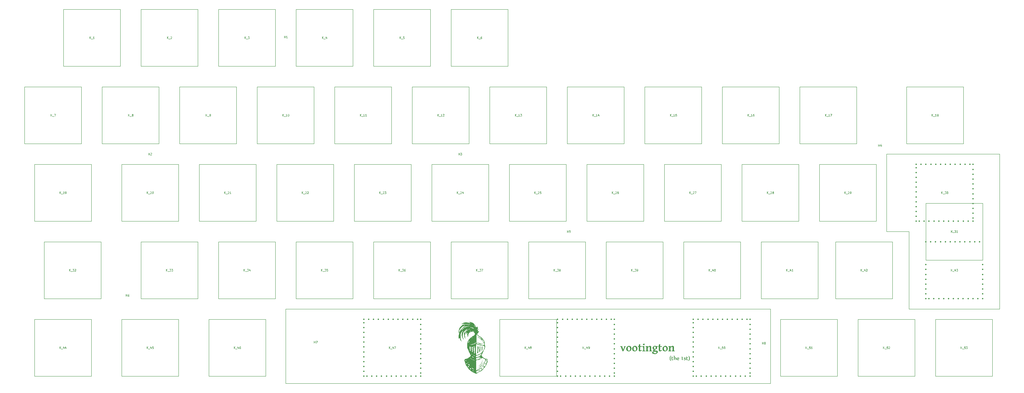
<source format=gbr>
G04 #@! TF.GenerationSoftware,KiCad,Pcbnew,(7.0.0)*
G04 #@! TF.CreationDate,2023-09-30T19:12:23+02:00*
G04 #@! TF.ProjectId,vootington gaming,766f6f74-696e-4677-946f-6e2067616d69,rev?*
G04 #@! TF.SameCoordinates,Original*
G04 #@! TF.FileFunction,Legend,Top*
G04 #@! TF.FilePolarity,Positive*
%FSLAX46Y46*%
G04 Gerber Fmt 4.6, Leading zero omitted, Abs format (unit mm)*
G04 Created by KiCad (PCBNEW (7.0.0)) date 2023-09-30 19:12:23*
%MOMM*%
%LPD*%
G01*
G04 APERTURE LIST*
%ADD10C,0.120000*%
%ADD11C,0.500000*%
%ADD12C,0.200000*%
%ADD13C,0.125000*%
%ADD14C,0.300000*%
G04 APERTURE END LIST*
D10*
X241300000Y-50800000D02*
X269081250Y-50800000D01*
X93662500Y-88900000D02*
X212788500Y-88900000D01*
X241300000Y-69850000D02*
X246856250Y-69850000D01*
X246856250Y-69850000D02*
X246856250Y-88900000D01*
X212788500Y-107156250D02*
X93662500Y-107156250D01*
X269081250Y-88900000D02*
X269081250Y-50800000D01*
X246856250Y-88900000D02*
X269081250Y-88900000D01*
X93662500Y-88900000D02*
X93662500Y-107156250D01*
X241300000Y-50800000D02*
X241300000Y-69850000D01*
X212788500Y-107156250D02*
X212788500Y-88900000D01*
D11*
G36*
X177253637Y-98072864D02*
G01*
X177234189Y-98077657D01*
X177214865Y-98082831D01*
X177194920Y-98088839D01*
X177188669Y-98090938D01*
X177169501Y-98098578D01*
X177151946Y-98108226D01*
X177150078Y-98109501D01*
X177135495Y-98122888D01*
X177128096Y-98133436D01*
X177119051Y-98151573D01*
X177112465Y-98166165D01*
X176723630Y-99132878D01*
X176714662Y-99151282D01*
X176703022Y-99168637D01*
X176688711Y-99184942D01*
X176685528Y-99188077D01*
X176670622Y-99201468D01*
X176654479Y-99214163D01*
X176637100Y-99226163D01*
X176626910Y-99232529D01*
X176608152Y-99242979D01*
X176588699Y-99252347D01*
X176568551Y-99260633D01*
X176557057Y-99264769D01*
X176536719Y-99271802D01*
X176516923Y-99278061D01*
X176497667Y-99283548D01*
X176487203Y-99286263D01*
X176002137Y-98166165D01*
X175992460Y-98146596D01*
X175980464Y-98129654D01*
X175966150Y-98115340D01*
X175957196Y-98108524D01*
X175940191Y-98098601D01*
X175921454Y-98090470D01*
X175902529Y-98083910D01*
X175880959Y-98077728D01*
X175860964Y-98072864D01*
X175860964Y-97973213D01*
X176483295Y-97973213D01*
X176483295Y-98072864D01*
X176460862Y-98075903D01*
X176440579Y-98079035D01*
X176420033Y-98082729D01*
X176400275Y-98087031D01*
X176398299Y-98087519D01*
X176379046Y-98092903D01*
X176360052Y-98100756D01*
X176352870Y-98105104D01*
X176340377Y-98120461D01*
X176338703Y-98130017D01*
X176342148Y-98149595D01*
X176348473Y-98166165D01*
X176644007Y-98853953D01*
X176921467Y-98166165D01*
X176927817Y-98147236D01*
X176930260Y-98131482D01*
X176924856Y-98111974D01*
X176920001Y-98106570D01*
X176902966Y-98095957D01*
X176884510Y-98089445D01*
X176882877Y-98088984D01*
X176862595Y-98083553D01*
X176842309Y-98079024D01*
X176821488Y-98074933D01*
X176810092Y-98072864D01*
X176810092Y-97973213D01*
X177253637Y-97973213D01*
X177253637Y-98072864D01*
G37*
G36*
X178056389Y-97942379D02*
G01*
X178081993Y-97943667D01*
X178107141Y-97945814D01*
X178131835Y-97948819D01*
X178156074Y-97952683D01*
X178179858Y-97957406D01*
X178203186Y-97962987D01*
X178226060Y-97969427D01*
X178248478Y-97976726D01*
X178270441Y-97984883D01*
X178284830Y-97990799D01*
X178306062Y-98000288D01*
X178326711Y-98010439D01*
X178346775Y-98021251D01*
X178366255Y-98032724D01*
X178385151Y-98044859D01*
X178403464Y-98057654D01*
X178421192Y-98071111D01*
X178438337Y-98085229D01*
X178454898Y-98100008D01*
X178470875Y-98115448D01*
X178481202Y-98126109D01*
X178496254Y-98142512D01*
X178510637Y-98159483D01*
X178524350Y-98177019D01*
X178537393Y-98195123D01*
X178549766Y-98213793D01*
X178561470Y-98233030D01*
X178572504Y-98252834D01*
X178582868Y-98273204D01*
X178592562Y-98294141D01*
X178601587Y-98315645D01*
X178607231Y-98330296D01*
X178615088Y-98352637D01*
X178622172Y-98375330D01*
X178628483Y-98398375D01*
X178634021Y-98421773D01*
X178638787Y-98445522D01*
X178642780Y-98469623D01*
X178646000Y-98494077D01*
X178648447Y-98518882D01*
X178650121Y-98544040D01*
X178651023Y-98569549D01*
X178651195Y-98586751D01*
X178650805Y-98609519D01*
X178649638Y-98632150D01*
X178647691Y-98654643D01*
X178644967Y-98676999D01*
X178641463Y-98699217D01*
X178637181Y-98721298D01*
X178632121Y-98743242D01*
X178626282Y-98765048D01*
X178619855Y-98786526D01*
X178612788Y-98807730D01*
X178605079Y-98828658D01*
X178596729Y-98849312D01*
X178587737Y-98869691D01*
X178578105Y-98889795D01*
X178567832Y-98909625D01*
X178556917Y-98929180D01*
X178545529Y-98948299D01*
X178533592Y-98967068D01*
X178521105Y-98985485D01*
X178508068Y-99003551D01*
X178494482Y-99021267D01*
X178480347Y-99038631D01*
X178465662Y-99055644D01*
X178450427Y-99072306D01*
X178434826Y-99088510D01*
X178418798Y-99104149D01*
X178402342Y-99119223D01*
X178385459Y-99133733D01*
X178368148Y-99147678D01*
X178350410Y-99161058D01*
X178332244Y-99173873D01*
X178313651Y-99186123D01*
X178294791Y-99197641D01*
X178275580Y-99208502D01*
X178256017Y-99218707D01*
X178236104Y-99228255D01*
X178215840Y-99237147D01*
X178195224Y-99245382D01*
X178174257Y-99252962D01*
X178152939Y-99259884D01*
X178131484Y-99266067D01*
X178109861Y-99271425D01*
X178088070Y-99275959D01*
X178066111Y-99279668D01*
X178043984Y-99282553D01*
X178021689Y-99284614D01*
X177999227Y-99285850D01*
X177976596Y-99286263D01*
X177950266Y-99285833D01*
X177924401Y-99284545D01*
X177898998Y-99282399D01*
X177874060Y-99279393D01*
X177849585Y-99275529D01*
X177825574Y-99270807D01*
X177802026Y-99265225D01*
X177778942Y-99258785D01*
X177756322Y-99251487D01*
X177734166Y-99243329D01*
X177719653Y-99237414D01*
X177698338Y-99227933D01*
X177677624Y-99217808D01*
X177657511Y-99207039D01*
X177637999Y-99195626D01*
X177619088Y-99183568D01*
X177600779Y-99170867D01*
X177583070Y-99157522D01*
X177565963Y-99143533D01*
X177549456Y-99128900D01*
X177533551Y-99113623D01*
X177523281Y-99103080D01*
X177508395Y-99086764D01*
X177494144Y-99069873D01*
X177480528Y-99052406D01*
X177467548Y-99034364D01*
X177455203Y-99015747D01*
X177443494Y-98996554D01*
X177432420Y-98976786D01*
X177421982Y-98956443D01*
X177412178Y-98935525D01*
X177403011Y-98914031D01*
X177397252Y-98899382D01*
X177389308Y-98877037D01*
X177382145Y-98854331D01*
X177375764Y-98831264D01*
X177370164Y-98807837D01*
X177365345Y-98784049D01*
X177361308Y-98759900D01*
X177358052Y-98735391D01*
X177355578Y-98710521D01*
X177353885Y-98685291D01*
X177352973Y-98659700D01*
X177352800Y-98642438D01*
X177353209Y-98618991D01*
X177700113Y-98618991D01*
X177700336Y-98638842D01*
X177701006Y-98658461D01*
X177702594Y-98684259D01*
X177704975Y-98709645D01*
X177708150Y-98734619D01*
X177712119Y-98759181D01*
X177716882Y-98783330D01*
X177722438Y-98807068D01*
X177725514Y-98818782D01*
X177732139Y-98841733D01*
X177739314Y-98863936D01*
X177747038Y-98885391D01*
X177755312Y-98906099D01*
X177764135Y-98926058D01*
X177773508Y-98945269D01*
X177783430Y-98963732D01*
X177793902Y-98981448D01*
X177804985Y-98998216D01*
X177816495Y-99014084D01*
X177831483Y-99032653D01*
X177847140Y-99049815D01*
X177863464Y-99065569D01*
X177880456Y-99079916D01*
X177894530Y-99090380D01*
X177912534Y-99101779D01*
X177930823Y-99111245D01*
X177949399Y-99118780D01*
X177968261Y-99124383D01*
X177991273Y-99128556D01*
X178014698Y-99129947D01*
X178034901Y-99129466D01*
X178058932Y-99127513D01*
X178081603Y-99124057D01*
X178102915Y-99119098D01*
X178122867Y-99112636D01*
X178141459Y-99104672D01*
X178151962Y-99099173D01*
X178168699Y-99088711D01*
X178184410Y-99076866D01*
X178199096Y-99063638D01*
X178212756Y-99049026D01*
X178225390Y-99033031D01*
X178236999Y-99015653D01*
X178241355Y-99008314D01*
X178251693Y-98989035D01*
X178261028Y-98968443D01*
X178269362Y-98946540D01*
X178276694Y-98923325D01*
X178281839Y-98903809D01*
X178286342Y-98883453D01*
X178290204Y-98862257D01*
X178293638Y-98840237D01*
X178296615Y-98817408D01*
X178299134Y-98793770D01*
X178301195Y-98769323D01*
X178302798Y-98744066D01*
X178303942Y-98718001D01*
X178304501Y-98697921D01*
X178304801Y-98677386D01*
X178304858Y-98663443D01*
X178304657Y-98643562D01*
X178304051Y-98623853D01*
X178303042Y-98604316D01*
X178301069Y-98578533D01*
X178298379Y-98553055D01*
X178294971Y-98527883D01*
X178290845Y-98503016D01*
X178286003Y-98478454D01*
X178281900Y-98460233D01*
X178275984Y-98436412D01*
X178269474Y-98413308D01*
X178262368Y-98390922D01*
X178254666Y-98369253D01*
X178246370Y-98348301D01*
X178237478Y-98328067D01*
X178227991Y-98308551D01*
X178217908Y-98289752D01*
X178207375Y-98271792D01*
X178196292Y-98254795D01*
X178184660Y-98238758D01*
X178169348Y-98220066D01*
X178153176Y-98202876D01*
X178136146Y-98187188D01*
X178118257Y-98173004D01*
X178099805Y-98160479D01*
X178080781Y-98150077D01*
X178061184Y-98141798D01*
X178041015Y-98135642D01*
X178020274Y-98131609D01*
X177998959Y-98129698D01*
X177990274Y-98129528D01*
X177969360Y-98130109D01*
X177949363Y-98131849D01*
X177925654Y-98135656D01*
X177903377Y-98141275D01*
X177882530Y-98148707D01*
X177863115Y-98157952D01*
X177848613Y-98166653D01*
X177831618Y-98178959D01*
X177815745Y-98192671D01*
X177800993Y-98207791D01*
X177787361Y-98224318D01*
X177774851Y-98242252D01*
X177763462Y-98261593D01*
X177759220Y-98269724D01*
X177749329Y-98290775D01*
X177740415Y-98313020D01*
X177733988Y-98331674D01*
X177728188Y-98351091D01*
X177723013Y-98371272D01*
X177718464Y-98392215D01*
X177714541Y-98413923D01*
X177712814Y-98425062D01*
X177709837Y-98447754D01*
X177707257Y-98470888D01*
X177705074Y-98494465D01*
X177703288Y-98518485D01*
X177701899Y-98542948D01*
X177700907Y-98567853D01*
X177700312Y-98593201D01*
X177700113Y-98618991D01*
X177353209Y-98618991D01*
X177353238Y-98617324D01*
X177354551Y-98592355D01*
X177356741Y-98567533D01*
X177359806Y-98542856D01*
X177363748Y-98518325D01*
X177368565Y-98493941D01*
X177374258Y-98469702D01*
X177380827Y-98445609D01*
X177388271Y-98421662D01*
X177396592Y-98397862D01*
X177402625Y-98382076D01*
X177412407Y-98358607D01*
X177422884Y-98335645D01*
X177434057Y-98313189D01*
X177445925Y-98291240D01*
X177458489Y-98269798D01*
X177471748Y-98248862D01*
X177485703Y-98228433D01*
X177500353Y-98208510D01*
X177515699Y-98189095D01*
X177531740Y-98170185D01*
X177542821Y-98157861D01*
X177560061Y-98139882D01*
X177577894Y-98122581D01*
X177596320Y-98105959D01*
X177615338Y-98090015D01*
X177634948Y-98074749D01*
X177655151Y-98060162D01*
X177675947Y-98046253D01*
X177697335Y-98033022D01*
X177719315Y-98020470D01*
X177741888Y-98008596D01*
X177757266Y-98001057D01*
X177780832Y-97990494D01*
X177804819Y-97980970D01*
X177829226Y-97972485D01*
X177854055Y-97965039D01*
X177879304Y-97958631D01*
X177904974Y-97953263D01*
X177931064Y-97948934D01*
X177957576Y-97945644D01*
X177984508Y-97943393D01*
X178011860Y-97942181D01*
X178030329Y-97941950D01*
X178056389Y-97942379D01*
G37*
G36*
X179525753Y-97942379D02*
G01*
X179551357Y-97943667D01*
X179576506Y-97945814D01*
X179601200Y-97948819D01*
X179625439Y-97952683D01*
X179649223Y-97957406D01*
X179672551Y-97962987D01*
X179695425Y-97969427D01*
X179717843Y-97976726D01*
X179739806Y-97984883D01*
X179754195Y-97990799D01*
X179775427Y-98000288D01*
X179796075Y-98010439D01*
X179816140Y-98021251D01*
X179835620Y-98032724D01*
X179854516Y-98044859D01*
X179872829Y-98057654D01*
X179890557Y-98071111D01*
X179907702Y-98085229D01*
X179924263Y-98100008D01*
X179940240Y-98115448D01*
X179950567Y-98126109D01*
X179965619Y-98142512D01*
X179980002Y-98159483D01*
X179993715Y-98177019D01*
X180006758Y-98195123D01*
X180019131Y-98213793D01*
X180030835Y-98233030D01*
X180041869Y-98252834D01*
X180052233Y-98273204D01*
X180061927Y-98294141D01*
X180070952Y-98315645D01*
X180076596Y-98330296D01*
X180084453Y-98352637D01*
X180091537Y-98375330D01*
X180097848Y-98398375D01*
X180103386Y-98421773D01*
X180108152Y-98445522D01*
X180112145Y-98469623D01*
X180115365Y-98494077D01*
X180117812Y-98518882D01*
X180119486Y-98544040D01*
X180120388Y-98569549D01*
X180120560Y-98586751D01*
X180120170Y-98609519D01*
X180119003Y-98632150D01*
X180117056Y-98654643D01*
X180114332Y-98676999D01*
X180110828Y-98699217D01*
X180106546Y-98721298D01*
X180101486Y-98743242D01*
X180095647Y-98765048D01*
X180089220Y-98786526D01*
X180082153Y-98807730D01*
X180074444Y-98828658D01*
X180066094Y-98849312D01*
X180057102Y-98869691D01*
X180047470Y-98889795D01*
X180037197Y-98909625D01*
X180026282Y-98929180D01*
X180014894Y-98948299D01*
X180002957Y-98967068D01*
X179990470Y-98985485D01*
X179977433Y-99003551D01*
X179963847Y-99021267D01*
X179949712Y-99038631D01*
X179935027Y-99055644D01*
X179919792Y-99072306D01*
X179904191Y-99088510D01*
X179888163Y-99104149D01*
X179871707Y-99119223D01*
X179854824Y-99133733D01*
X179837513Y-99147678D01*
X179819775Y-99161058D01*
X179801609Y-99173873D01*
X179783016Y-99186123D01*
X179764156Y-99197641D01*
X179744945Y-99208502D01*
X179725382Y-99218707D01*
X179705469Y-99228255D01*
X179685204Y-99237147D01*
X179664589Y-99245382D01*
X179643622Y-99252962D01*
X179622304Y-99259884D01*
X179600849Y-99266067D01*
X179579226Y-99271425D01*
X179557435Y-99275959D01*
X179535476Y-99279668D01*
X179513349Y-99282553D01*
X179491054Y-99284614D01*
X179468592Y-99285850D01*
X179445961Y-99286263D01*
X179419631Y-99285833D01*
X179393766Y-99284545D01*
X179368363Y-99282399D01*
X179343425Y-99279393D01*
X179318950Y-99275529D01*
X179294939Y-99270807D01*
X179271391Y-99265225D01*
X179248307Y-99258785D01*
X179225687Y-99251487D01*
X179203531Y-99243329D01*
X179189018Y-99237414D01*
X179167703Y-99227933D01*
X179146989Y-99217808D01*
X179126876Y-99207039D01*
X179107364Y-99195626D01*
X179088453Y-99183568D01*
X179070144Y-99170867D01*
X179052435Y-99157522D01*
X179035328Y-99143533D01*
X179018821Y-99128900D01*
X179002916Y-99113623D01*
X178992646Y-99103080D01*
X178977760Y-99086764D01*
X178963509Y-99069873D01*
X178949893Y-99052406D01*
X178936913Y-99034364D01*
X178924568Y-99015747D01*
X178912859Y-98996554D01*
X178901785Y-98976786D01*
X178891347Y-98956443D01*
X178881543Y-98935525D01*
X178872376Y-98914031D01*
X178866617Y-98899382D01*
X178858673Y-98877037D01*
X178851510Y-98854331D01*
X178845129Y-98831264D01*
X178839529Y-98807837D01*
X178834710Y-98784049D01*
X178830673Y-98759900D01*
X178827417Y-98735391D01*
X178824943Y-98710521D01*
X178823250Y-98685291D01*
X178822338Y-98659700D01*
X178822165Y-98642438D01*
X178822574Y-98618991D01*
X179169478Y-98618991D01*
X179169701Y-98638842D01*
X179170371Y-98658461D01*
X179171959Y-98684259D01*
X179174340Y-98709645D01*
X179177515Y-98734619D01*
X179181484Y-98759181D01*
X179186247Y-98783330D01*
X179191803Y-98807068D01*
X179194879Y-98818782D01*
X179201504Y-98841733D01*
X179208679Y-98863936D01*
X179216403Y-98885391D01*
X179224677Y-98906099D01*
X179233500Y-98926058D01*
X179242873Y-98945269D01*
X179252795Y-98963732D01*
X179263267Y-98981448D01*
X179274350Y-98998216D01*
X179285860Y-99014084D01*
X179300848Y-99032653D01*
X179316505Y-99049815D01*
X179332829Y-99065569D01*
X179349821Y-99079916D01*
X179363895Y-99090380D01*
X179381899Y-99101779D01*
X179400188Y-99111245D01*
X179418764Y-99118780D01*
X179437626Y-99124383D01*
X179460638Y-99128556D01*
X179484063Y-99129947D01*
X179504266Y-99129466D01*
X179528297Y-99127513D01*
X179550968Y-99124057D01*
X179572280Y-99119098D01*
X179592232Y-99112636D01*
X179610824Y-99104672D01*
X179621327Y-99099173D01*
X179638064Y-99088711D01*
X179653775Y-99076866D01*
X179668461Y-99063638D01*
X179682121Y-99049026D01*
X179694755Y-99033031D01*
X179706364Y-99015653D01*
X179710720Y-99008314D01*
X179721058Y-98989035D01*
X179730393Y-98968443D01*
X179738727Y-98946540D01*
X179746059Y-98923325D01*
X179751203Y-98903809D01*
X179755707Y-98883453D01*
X179759569Y-98862257D01*
X179763003Y-98840237D01*
X179765980Y-98817408D01*
X179768499Y-98793770D01*
X179770560Y-98769323D01*
X179772163Y-98744066D01*
X179773307Y-98718001D01*
X179773866Y-98697921D01*
X179774166Y-98677386D01*
X179774223Y-98663443D01*
X179774022Y-98643562D01*
X179773416Y-98623853D01*
X179772407Y-98604316D01*
X179770434Y-98578533D01*
X179767744Y-98553055D01*
X179764336Y-98527883D01*
X179760210Y-98503016D01*
X179755368Y-98478454D01*
X179751265Y-98460233D01*
X179745349Y-98436412D01*
X179738839Y-98413308D01*
X179731733Y-98390922D01*
X179724031Y-98369253D01*
X179715735Y-98348301D01*
X179706843Y-98328067D01*
X179697356Y-98308551D01*
X179687273Y-98289752D01*
X179676740Y-98271792D01*
X179665657Y-98254795D01*
X179654025Y-98238758D01*
X179638712Y-98220066D01*
X179622541Y-98202876D01*
X179605511Y-98187188D01*
X179587622Y-98173004D01*
X179569170Y-98160479D01*
X179550146Y-98150077D01*
X179530549Y-98141798D01*
X179510380Y-98135642D01*
X179489638Y-98131609D01*
X179468324Y-98129698D01*
X179459639Y-98129528D01*
X179438725Y-98130109D01*
X179418728Y-98131849D01*
X179395019Y-98135656D01*
X179372742Y-98141275D01*
X179351895Y-98148707D01*
X179332480Y-98157952D01*
X179317978Y-98166653D01*
X179300983Y-98178959D01*
X179285110Y-98192671D01*
X179270358Y-98207791D01*
X179256726Y-98224318D01*
X179244216Y-98242252D01*
X179232827Y-98261593D01*
X179228585Y-98269724D01*
X179218693Y-98290775D01*
X179209780Y-98313020D01*
X179203353Y-98331674D01*
X179197553Y-98351091D01*
X179192378Y-98371272D01*
X179187829Y-98392215D01*
X179183906Y-98413923D01*
X179182179Y-98425062D01*
X179179202Y-98447754D01*
X179176622Y-98470888D01*
X179174439Y-98494465D01*
X179172653Y-98518485D01*
X179171264Y-98542948D01*
X179170272Y-98567853D01*
X179169677Y-98593201D01*
X179169478Y-98618991D01*
X178822574Y-98618991D01*
X178822603Y-98617324D01*
X178823916Y-98592355D01*
X178826106Y-98567533D01*
X178829171Y-98542856D01*
X178833113Y-98518325D01*
X178837930Y-98493941D01*
X178843623Y-98469702D01*
X178850192Y-98445609D01*
X178857636Y-98421662D01*
X178865957Y-98397862D01*
X178871990Y-98382076D01*
X178881772Y-98358607D01*
X178892249Y-98335645D01*
X178903422Y-98313189D01*
X178915290Y-98291240D01*
X178927854Y-98269798D01*
X178941113Y-98248862D01*
X178955068Y-98228433D01*
X178969718Y-98208510D01*
X178985064Y-98189095D01*
X179001105Y-98170185D01*
X179012186Y-98157861D01*
X179029426Y-98139882D01*
X179047259Y-98122581D01*
X179065685Y-98105959D01*
X179084703Y-98090015D01*
X179104313Y-98074749D01*
X179124516Y-98060162D01*
X179145312Y-98046253D01*
X179166700Y-98033022D01*
X179188680Y-98020470D01*
X179211253Y-98008596D01*
X179226631Y-98001057D01*
X179250197Y-97990494D01*
X179274184Y-97980970D01*
X179298591Y-97972485D01*
X179323420Y-97965039D01*
X179348669Y-97958631D01*
X179374339Y-97953263D01*
X179400429Y-97948934D01*
X179426941Y-97945644D01*
X179453873Y-97943393D01*
X179481225Y-97942181D01*
X179499694Y-97941950D01*
X179525753Y-97942379D01*
G37*
G36*
X181213302Y-99033227D02*
G01*
X181190685Y-99049378D01*
X181168507Y-99064979D01*
X181146767Y-99080030D01*
X181125466Y-99094532D01*
X181104605Y-99108484D01*
X181084182Y-99121887D01*
X181064198Y-99134740D01*
X181044653Y-99147044D01*
X181025546Y-99158798D01*
X181006879Y-99170003D01*
X180988650Y-99180658D01*
X180970861Y-99190764D01*
X180953510Y-99200320D01*
X180928307Y-99213623D01*
X180904091Y-99225690D01*
X180880841Y-99236515D01*
X180858536Y-99246275D01*
X180837175Y-99254971D01*
X180816759Y-99262602D01*
X180797287Y-99269167D01*
X180772794Y-99276266D01*
X180749980Y-99281471D01*
X180728846Y-99284784D01*
X180704789Y-99286263D01*
X180682996Y-99285473D01*
X180661581Y-99283103D01*
X180640543Y-99279153D01*
X180619884Y-99273623D01*
X180599602Y-99266513D01*
X180592925Y-99263792D01*
X180573623Y-99254708D01*
X180555281Y-99243940D01*
X180537902Y-99231489D01*
X180521484Y-99217356D01*
X180506028Y-99201539D01*
X180501090Y-99195893D01*
X180486985Y-99177849D01*
X180476070Y-99161554D01*
X180465919Y-99144113D01*
X180456531Y-99125528D01*
X180447906Y-99105798D01*
X180440045Y-99084923D01*
X180438564Y-99080610D01*
X180431809Y-99058325D01*
X180426199Y-99034824D01*
X180422535Y-99015147D01*
X180419605Y-98994692D01*
X180417406Y-98973458D01*
X180415941Y-98951446D01*
X180415208Y-98928655D01*
X180415117Y-98916967D01*
X180415117Y-98160792D01*
X180249031Y-98160792D01*
X180208976Y-98106570D01*
X180315954Y-97973213D01*
X180415117Y-97973213D01*
X180415117Y-97681099D01*
X180692576Y-97473004D01*
X180744844Y-97518921D01*
X180744844Y-97973213D01*
X181163965Y-97973213D01*
X181213302Y-98027435D01*
X181204156Y-98045187D01*
X181193509Y-98063516D01*
X181182528Y-98080680D01*
X181170831Y-98097681D01*
X181158943Y-98114492D01*
X181146864Y-98131112D01*
X181144426Y-98134413D01*
X181132567Y-98150232D01*
X181119632Y-98166090D01*
X181106812Y-98180331D01*
X181092537Y-98194197D01*
X181077180Y-98206837D01*
X181074572Y-98208663D01*
X181055766Y-98200481D01*
X181037248Y-98194013D01*
X181032563Y-98192543D01*
X181012619Y-98186452D01*
X180992768Y-98181110D01*
X180975410Y-98176912D01*
X180955489Y-98172408D01*
X180934804Y-98168668D01*
X180913357Y-98165692D01*
X180908976Y-98165188D01*
X180889037Y-98163063D01*
X180868790Y-98161633D01*
X180848234Y-98160899D01*
X180836680Y-98160792D01*
X180744844Y-98160792D01*
X180744844Y-98788984D01*
X180745047Y-98809855D01*
X180745655Y-98829723D01*
X180746921Y-98852243D01*
X180748770Y-98873320D01*
X180751202Y-98892955D01*
X180753149Y-98905244D01*
X180757132Y-98925276D01*
X180762544Y-98945937D01*
X180769727Y-98966335D01*
X180777084Y-98981936D01*
X180788524Y-98999845D01*
X180802583Y-99015038D01*
X180814209Y-99023457D01*
X180832398Y-99031680D01*
X180852038Y-99035711D01*
X180861593Y-99036158D01*
X180882076Y-99035352D01*
X180903043Y-99032933D01*
X180912884Y-99031273D01*
X180932220Y-99027222D01*
X180951302Y-99022337D01*
X180971814Y-99016307D01*
X180973944Y-99015642D01*
X180994110Y-99008626D01*
X181013138Y-99001223D01*
X181033204Y-98992720D01*
X181051613Y-98984378D01*
X181071312Y-98975079D01*
X181089275Y-98966252D01*
X181108234Y-98956634D01*
X181128190Y-98946227D01*
X181145580Y-98936951D01*
X181152730Y-98933087D01*
X181213302Y-99033227D01*
G37*
G36*
X181324188Y-99255000D02*
G01*
X181324188Y-99155348D01*
X181346743Y-99150418D01*
X181367755Y-99145396D01*
X181387226Y-99140282D01*
X181409396Y-99133761D01*
X181429158Y-99127096D01*
X181449691Y-99118910D01*
X181461453Y-99113339D01*
X181478583Y-99103671D01*
X181494426Y-99091723D01*
X181505245Y-99074212D01*
X181505417Y-99071817D01*
X181505417Y-98368886D01*
X181505381Y-98347713D01*
X181505274Y-98327852D01*
X181505050Y-98305750D01*
X181504724Y-98285537D01*
X181504213Y-98264342D01*
X181503951Y-98256046D01*
X181502333Y-98235530D01*
X181498396Y-98215368D01*
X181491393Y-98196592D01*
X181486854Y-98188635D01*
X181473568Y-98173738D01*
X181457081Y-98162900D01*
X181438654Y-98155348D01*
X181434098Y-98153953D01*
X181413307Y-98148824D01*
X181391458Y-98144736D01*
X181370014Y-98141531D01*
X181350229Y-98139069D01*
X181328703Y-98136799D01*
X181324188Y-98136367D01*
X181324188Y-98040624D01*
X181346242Y-98037446D01*
X181368072Y-98034138D01*
X181389679Y-98030702D01*
X181411063Y-98027137D01*
X181432223Y-98023444D01*
X181453160Y-98019621D01*
X181473874Y-98015670D01*
X181494365Y-98011590D01*
X181514632Y-98007381D01*
X181534676Y-98003043D01*
X181547915Y-98000080D01*
X181567679Y-97995502D01*
X181587219Y-97990743D01*
X181606536Y-97985804D01*
X181625630Y-97980685D01*
X181644501Y-97975386D01*
X181669314Y-97968040D01*
X181693731Y-97960373D01*
X181717751Y-97952385D01*
X181741373Y-97944077D01*
X181747217Y-97941950D01*
X181835145Y-97941950D01*
X181835145Y-99071817D01*
X181845403Y-99089891D01*
X181862233Y-99103172D01*
X181876177Y-99111873D01*
X181893826Y-99120695D01*
X181915630Y-99129207D01*
X181936975Y-99136064D01*
X181956129Y-99141396D01*
X181977130Y-99146590D01*
X181999978Y-99151646D01*
X182018327Y-99155348D01*
X182018327Y-99255000D01*
X181324188Y-99255000D01*
G37*
G36*
X181887412Y-97536507D02*
G01*
X181886548Y-97557457D01*
X181883953Y-97577566D01*
X181879629Y-97596834D01*
X181872569Y-97617823D01*
X181869339Y-97625411D01*
X181859721Y-97644737D01*
X181848456Y-97662658D01*
X181835541Y-97679175D01*
X181820978Y-97694288D01*
X181804889Y-97707874D01*
X181787395Y-97719811D01*
X181768497Y-97730100D01*
X181748194Y-97738740D01*
X181729464Y-97744831D01*
X181710033Y-97749426D01*
X181689901Y-97752524D01*
X181669067Y-97754127D01*
X181656847Y-97754371D01*
X181635488Y-97753637D01*
X181614824Y-97751435D01*
X181594856Y-97747764D01*
X181584063Y-97745090D01*
X181563550Y-97738240D01*
X181544755Y-97729291D01*
X181527677Y-97718243D01*
X181524468Y-97715781D01*
X181509594Y-97702357D01*
X181496723Y-97687121D01*
X181485856Y-97670071D01*
X181483923Y-97666444D01*
X181475938Y-97646933D01*
X181471279Y-97627334D01*
X181469017Y-97605803D01*
X181468780Y-97595614D01*
X181469622Y-97574663D01*
X181472146Y-97554554D01*
X181476354Y-97535287D01*
X181483223Y-97514297D01*
X181486366Y-97506709D01*
X181496197Y-97487445D01*
X181507615Y-97469706D01*
X181520621Y-97453495D01*
X181535214Y-97438810D01*
X181551304Y-97425437D01*
X181568798Y-97413653D01*
X181587696Y-97403456D01*
X181607999Y-97394846D01*
X181626658Y-97388755D01*
X181645879Y-97384160D01*
X181665661Y-97381062D01*
X181686004Y-97379459D01*
X181697880Y-97379214D01*
X181718531Y-97379949D01*
X181738718Y-97382151D01*
X181758442Y-97385822D01*
X181769199Y-97388496D01*
X181788012Y-97394528D01*
X181807285Y-97403134D01*
X181824840Y-97413743D01*
X181829771Y-97417316D01*
X181844950Y-97430225D01*
X181858126Y-97445137D01*
X181869298Y-97462053D01*
X181871292Y-97465676D01*
X181879793Y-97485187D01*
X181884752Y-97504786D01*
X181887161Y-97526317D01*
X181887412Y-97536507D01*
G37*
G36*
X182988948Y-99255000D02*
G01*
X182988948Y-99155348D01*
X183012716Y-99148983D01*
X183034682Y-99142831D01*
X183054847Y-99136893D01*
X183077521Y-99129771D01*
X183097380Y-99122982D01*
X183117496Y-99115277D01*
X183128655Y-99110408D01*
X183146820Y-99100669D01*
X183162228Y-99088580D01*
X183170176Y-99071817D01*
X183170176Y-98451441D01*
X183169985Y-98428693D01*
X183169413Y-98407162D01*
X183168459Y-98386847D01*
X183166810Y-98364076D01*
X183164612Y-98343055D01*
X183162360Y-98326877D01*
X183158710Y-98305846D01*
X183154172Y-98286779D01*
X183147898Y-98267392D01*
X183139453Y-98248647D01*
X183138424Y-98246765D01*
X183127204Y-98229601D01*
X183112218Y-98214798D01*
X183094461Y-98204267D01*
X183074038Y-98197314D01*
X183052666Y-98193498D01*
X183031148Y-98192102D01*
X183026073Y-98192055D01*
X183004930Y-98192913D01*
X182985250Y-98195154D01*
X182964951Y-98198787D01*
X182955731Y-98200847D01*
X182936680Y-98206038D01*
X182916652Y-98212815D01*
X182898326Y-98220048D01*
X182879252Y-98228496D01*
X182873665Y-98231133D01*
X182853750Y-98241094D01*
X182835935Y-98250860D01*
X182817434Y-98261760D01*
X182798246Y-98273793D01*
X182781731Y-98284686D01*
X182774991Y-98289263D01*
X182757760Y-98301189D01*
X182739957Y-98314069D01*
X182721582Y-98327903D01*
X182702634Y-98342691D01*
X182687064Y-98355209D01*
X182671127Y-98368337D01*
X182654824Y-98382076D01*
X182654824Y-99071817D01*
X182663799Y-99090050D01*
X182681202Y-99103416D01*
X182698833Y-99112943D01*
X182701718Y-99114316D01*
X182720781Y-99122456D01*
X182742797Y-99130390D01*
X182763400Y-99136844D01*
X182786054Y-99143155D01*
X182805655Y-99148101D01*
X182826568Y-99152956D01*
X182837517Y-99155348D01*
X182837517Y-99255000D01*
X182143867Y-99255000D01*
X182143867Y-99155348D01*
X182165865Y-99149563D01*
X182186427Y-99143930D01*
X182205554Y-99138450D01*
X182227445Y-99131814D01*
X182247094Y-99125417D01*
X182267714Y-99118056D01*
X182279666Y-99113339D01*
X182297368Y-99105007D01*
X182313738Y-99093677D01*
X182324696Y-99076084D01*
X182325096Y-99071817D01*
X182325096Y-98312711D01*
X182325002Y-98290468D01*
X182324722Y-98270329D01*
X182324172Y-98249889D01*
X182323262Y-98230178D01*
X182323142Y-98228203D01*
X182320067Y-98208047D01*
X182312762Y-98189878D01*
X182304579Y-98178866D01*
X182289238Y-98166684D01*
X182270106Y-98157931D01*
X182250846Y-98152487D01*
X182230238Y-98148366D01*
X182208850Y-98144809D01*
X182188024Y-98141798D01*
X182164898Y-98138822D01*
X182143867Y-98136367D01*
X182143867Y-98040624D01*
X182164249Y-98038415D01*
X182184177Y-98036064D01*
X182203652Y-98033569D01*
X182226424Y-98030386D01*
X182248543Y-98026997D01*
X182266477Y-98024016D01*
X182287738Y-98020300D01*
X182308655Y-98016482D01*
X182329229Y-98012561D01*
X182349459Y-98008537D01*
X182369346Y-98004409D01*
X182375898Y-98003011D01*
X182395396Y-97998494D01*
X182414687Y-97993737D01*
X182433772Y-97988740D01*
X182452651Y-97983502D01*
X182474417Y-97977087D01*
X182477503Y-97976144D01*
X182496171Y-97970328D01*
X182514804Y-97964237D01*
X182533402Y-97957872D01*
X182551967Y-97951231D01*
X182570497Y-97944316D01*
X182576666Y-97941950D01*
X182634307Y-97999591D01*
X182649450Y-98196451D01*
X182669455Y-98179659D01*
X182689292Y-98163478D01*
X182708961Y-98147908D01*
X182728463Y-98132948D01*
X182747796Y-98118599D01*
X182766962Y-98104860D01*
X182785959Y-98091732D01*
X182804789Y-98079214D01*
X182823450Y-98067308D01*
X182841944Y-98056011D01*
X182860270Y-98045326D01*
X182878428Y-98035251D01*
X182896418Y-98025786D01*
X182914240Y-98016933D01*
X182940658Y-98004797D01*
X182949380Y-98001057D01*
X182975288Y-97990494D01*
X183000620Y-97980970D01*
X183025377Y-97972485D01*
X183049558Y-97965039D01*
X183073164Y-97958631D01*
X183096195Y-97953263D01*
X183118651Y-97948934D01*
X183140531Y-97945644D01*
X183161836Y-97943393D01*
X183182566Y-97942181D01*
X183196066Y-97941950D01*
X183218076Y-97942603D01*
X183239777Y-97944560D01*
X183261170Y-97947823D01*
X183282253Y-97952391D01*
X183303027Y-97958265D01*
X183309883Y-97960512D01*
X183330119Y-97968280D01*
X183349427Y-97977663D01*
X183367808Y-97988659D01*
X183385262Y-98001270D01*
X183401789Y-98015496D01*
X183407091Y-98020596D01*
X183422261Y-98037077D01*
X183436263Y-98055378D01*
X183447039Y-98072019D01*
X183457005Y-98089925D01*
X183466159Y-98109095D01*
X183474503Y-98129528D01*
X183481820Y-98151145D01*
X183487898Y-98174170D01*
X183491867Y-98193602D01*
X183495042Y-98213935D01*
X183497423Y-98235169D01*
X183499011Y-98257304D01*
X183499805Y-98280339D01*
X183499904Y-98292194D01*
X183499904Y-99071817D01*
X183507697Y-99089800D01*
X183508208Y-99090380D01*
X183524367Y-99102341D01*
X183537029Y-99108942D01*
X183556197Y-99116886D01*
X183576321Y-99124238D01*
X183593205Y-99129947D01*
X183612164Y-99135931D01*
X183633382Y-99142159D01*
X183653802Y-99147809D01*
X183675951Y-99153646D01*
X183682597Y-99155348D01*
X183682597Y-99255000D01*
X182988948Y-99255000D01*
G37*
G36*
X185155870Y-97992752D02*
G01*
X185149533Y-98011643D01*
X185142681Y-98028900D01*
X185134707Y-98047039D01*
X185126172Y-98065552D01*
X185123630Y-98070910D01*
X185114374Y-98089717D01*
X185105276Y-98107180D01*
X185101648Y-98113897D01*
X185091297Y-98131435D01*
X185079998Y-98148358D01*
X185077713Y-98151510D01*
X185057126Y-98155003D01*
X185036399Y-98158216D01*
X185015532Y-98161147D01*
X184994525Y-98163799D01*
X184982458Y-98165188D01*
X184961047Y-98167422D01*
X184938700Y-98169422D01*
X184918802Y-98170951D01*
X184898217Y-98172307D01*
X184876945Y-98173492D01*
X184887289Y-98191398D01*
X184896706Y-98209579D01*
X184905195Y-98228035D01*
X184912757Y-98246765D01*
X184919392Y-98265770D01*
X184921397Y-98272166D01*
X184926875Y-98291389D01*
X184931220Y-98310955D01*
X184934432Y-98330865D01*
X184936510Y-98351118D01*
X184937454Y-98371714D01*
X184937517Y-98378656D01*
X184936784Y-98404508D01*
X184934586Y-98429795D01*
X184930923Y-98454516D01*
X184925794Y-98478674D01*
X184919199Y-98502266D01*
X184911139Y-98525293D01*
X184901613Y-98547756D01*
X184890623Y-98569654D01*
X184878410Y-98590773D01*
X184865221Y-98611145D01*
X184851055Y-98630768D01*
X184835912Y-98649644D01*
X184819792Y-98667771D01*
X184802695Y-98685150D01*
X184784621Y-98701782D01*
X184765570Y-98717665D01*
X184745642Y-98732633D01*
X184724934Y-98746761D01*
X184703449Y-98760049D01*
X184681184Y-98772498D01*
X184658142Y-98784107D01*
X184640349Y-98792263D01*
X184622118Y-98799946D01*
X184603449Y-98807158D01*
X184584342Y-98813897D01*
X184564918Y-98820095D01*
X184545296Y-98825684D01*
X184525476Y-98830662D01*
X184505459Y-98835032D01*
X184485245Y-98838791D01*
X184464833Y-98841941D01*
X184444223Y-98844481D01*
X184423416Y-98846412D01*
X184402412Y-98847733D01*
X184381210Y-98848444D01*
X184366966Y-98848579D01*
X184353288Y-98848579D01*
X184337873Y-98863251D01*
X184321799Y-98879691D01*
X184308369Y-98894861D01*
X184296044Y-98910953D01*
X184286366Y-98927226D01*
X184278300Y-98945172D01*
X184272255Y-98964205D01*
X184272200Y-98965327D01*
X184277268Y-98984409D01*
X184280504Y-98989752D01*
X184295669Y-99002208D01*
X184314010Y-99011001D01*
X184319583Y-99013199D01*
X184339641Y-99019871D01*
X184358662Y-99025167D01*
X184380674Y-99030557D01*
X184401923Y-99035251D01*
X184413372Y-99037623D01*
X184433997Y-99041487D01*
X184456792Y-99045447D01*
X184476591Y-99048683D01*
X184497779Y-99051980D01*
X184520356Y-99055339D01*
X184544322Y-99058758D01*
X184569678Y-99062238D01*
X184582877Y-99064002D01*
X184602750Y-99066602D01*
X184622192Y-99069276D01*
X184650547Y-99073422D01*
X184677931Y-99077731D01*
X184704345Y-99082203D01*
X184729789Y-99086838D01*
X184754262Y-99091637D01*
X184777765Y-99096598D01*
X184800298Y-99101723D01*
X184821861Y-99107011D01*
X184842453Y-99112462D01*
X184849101Y-99114316D01*
X184868594Y-99120010D01*
X184887323Y-99125919D01*
X184911106Y-99134132D01*
X184933531Y-99142726D01*
X184954597Y-99151702D01*
X184974304Y-99161060D01*
X184992653Y-99170799D01*
X185009643Y-99180919D01*
X185017629Y-99186123D01*
X185036238Y-99199408D01*
X185052987Y-99213314D01*
X185067875Y-99227840D01*
X185080903Y-99242986D01*
X185094081Y-99261980D01*
X185104579Y-99281866D01*
X185113046Y-99302680D01*
X185119760Y-99324456D01*
X185124724Y-99347194D01*
X185127521Y-99366876D01*
X185129103Y-99387226D01*
X185129492Y-99403988D01*
X185128765Y-99424431D01*
X185126582Y-99444851D01*
X185122945Y-99465246D01*
X185117852Y-99485618D01*
X185111305Y-99505966D01*
X185103303Y-99526290D01*
X185099694Y-99534413D01*
X185089975Y-99554737D01*
X185079134Y-99574799D01*
X185067172Y-99594599D01*
X185054090Y-99614136D01*
X185039886Y-99633410D01*
X185024561Y-99652423D01*
X185018117Y-99659954D01*
X185004768Y-99674952D01*
X184990854Y-99689660D01*
X184976375Y-99704078D01*
X184961331Y-99718206D01*
X184945722Y-99732044D01*
X184929549Y-99745592D01*
X184912810Y-99758850D01*
X184895507Y-99771817D01*
X184877861Y-99784549D01*
X184859848Y-99796852D01*
X184841469Y-99808729D01*
X184822723Y-99820177D01*
X184803611Y-99831199D01*
X184784133Y-99841793D01*
X184764288Y-99851960D01*
X184744077Y-99861699D01*
X184723568Y-99870965D01*
X184702830Y-99879712D01*
X184681864Y-99887940D01*
X184660668Y-99895648D01*
X184639243Y-99902838D01*
X184617590Y-99909509D01*
X184595707Y-99915661D01*
X184573595Y-99921294D01*
X184551499Y-99926331D01*
X184529418Y-99930697D01*
X184507352Y-99934392D01*
X184485302Y-99937414D01*
X184463266Y-99939765D01*
X184441246Y-99941444D01*
X184419241Y-99942452D01*
X184397252Y-99942787D01*
X184374810Y-99942561D01*
X184352058Y-99941881D01*
X184328995Y-99940748D01*
X184305623Y-99939162D01*
X184281940Y-99937123D01*
X184257948Y-99934630D01*
X184248264Y-99933506D01*
X184224052Y-99930496D01*
X184199959Y-99926961D01*
X184175986Y-99922902D01*
X184152131Y-99918317D01*
X184128396Y-99913208D01*
X184104781Y-99907574D01*
X184095368Y-99905174D01*
X184072191Y-99898958D01*
X184049372Y-99892218D01*
X184026911Y-99884952D01*
X184004807Y-99877162D01*
X183983061Y-99868848D01*
X183961673Y-99860008D01*
X183953218Y-99856325D01*
X183932699Y-99846856D01*
X183912966Y-99836767D01*
X183894021Y-99826057D01*
X183875862Y-99814728D01*
X183858491Y-99802778D01*
X183841907Y-99790208D01*
X183835493Y-99785006D01*
X183820119Y-99771592D01*
X183805745Y-99757605D01*
X183792374Y-99743046D01*
X183780005Y-99727915D01*
X183766483Y-99709001D01*
X183754405Y-99689263D01*
X183744112Y-99668684D01*
X183735949Y-99647246D01*
X183729916Y-99624949D01*
X183726012Y-99601794D01*
X183724385Y-99581842D01*
X183724119Y-99569584D01*
X183725502Y-99548022D01*
X183729113Y-99528290D01*
X183729750Y-99526109D01*
X184053847Y-99526109D01*
X184055459Y-99545797D01*
X184060298Y-99565112D01*
X184068362Y-99584052D01*
X184079652Y-99602618D01*
X184087552Y-99613060D01*
X184101085Y-99628435D01*
X184116403Y-99643056D01*
X184133508Y-99656920D01*
X184152399Y-99670029D01*
X184169505Y-99680376D01*
X184180364Y-99686332D01*
X184199348Y-99695933D01*
X184219357Y-99704889D01*
X184240392Y-99713201D01*
X184262453Y-99720870D01*
X184285539Y-99727894D01*
X184304746Y-99733050D01*
X184319583Y-99736646D01*
X184339931Y-99740997D01*
X184360677Y-99744767D01*
X184381819Y-99747958D01*
X184403358Y-99750568D01*
X184425294Y-99752599D01*
X184447627Y-99754049D01*
X184470357Y-99754919D01*
X184493484Y-99755209D01*
X184513412Y-99754896D01*
X184537357Y-99753625D01*
X184560229Y-99751375D01*
X184582027Y-99748148D01*
X184602752Y-99743943D01*
X184622403Y-99738760D01*
X184633679Y-99735181D01*
X184655140Y-99727321D01*
X184675193Y-99718397D01*
X184693837Y-99708408D01*
X184711074Y-99697354D01*
X184726902Y-99685235D01*
X184731865Y-99680959D01*
X184748003Y-99665532D01*
X184762225Y-99649169D01*
X184774530Y-99631872D01*
X184784919Y-99613640D01*
X184789994Y-99602801D01*
X184797608Y-99583380D01*
X184803352Y-99563585D01*
X184807225Y-99543416D01*
X184809229Y-99522873D01*
X184809534Y-99510966D01*
X184807748Y-99491182D01*
X184802390Y-99471399D01*
X184796833Y-99458210D01*
X184785494Y-99440699D01*
X184770076Y-99425281D01*
X184754238Y-99413290D01*
X184747496Y-99408872D01*
X184729805Y-99398968D01*
X184709215Y-99389345D01*
X184689260Y-99381319D01*
X184667175Y-99373499D01*
X184647144Y-99367140D01*
X184642960Y-99365886D01*
X184621033Y-99359782D01*
X184602032Y-99355122D01*
X184581733Y-99350661D01*
X184560137Y-99346398D01*
X184537243Y-99342334D01*
X184513051Y-99338468D01*
X184487562Y-99334801D01*
X184467594Y-99332180D01*
X184447177Y-99329514D01*
X184427141Y-99326704D01*
X184407487Y-99323751D01*
X184384406Y-99320019D01*
X184361875Y-99316080D01*
X184343519Y-99312641D01*
X184322143Y-99308611D01*
X184301249Y-99304581D01*
X184280836Y-99300551D01*
X184260903Y-99296521D01*
X184241452Y-99292491D01*
X184235075Y-99291147D01*
X184216027Y-99304648D01*
X184198267Y-99317671D01*
X184181794Y-99330217D01*
X184163728Y-99344642D01*
X184147517Y-99358381D01*
X184135424Y-99369305D01*
X184120474Y-99383985D01*
X184105506Y-99400074D01*
X184092798Y-99415431D01*
X184081202Y-99431831D01*
X184071451Y-99448966D01*
X184063025Y-99468017D01*
X184058731Y-99482634D01*
X184055392Y-99502255D01*
X184053889Y-99522241D01*
X184053847Y-99526109D01*
X183729750Y-99526109D01*
X183734965Y-99508249D01*
X183738285Y-99499242D01*
X183747108Y-99481107D01*
X183758923Y-99462362D01*
X183771716Y-99445458D01*
X183784504Y-99430598D01*
X183791530Y-99423039D01*
X183806980Y-99407577D01*
X183821351Y-99394299D01*
X183837081Y-99380662D01*
X183854171Y-99366669D01*
X183872620Y-99352317D01*
X183888359Y-99340578D01*
X183896554Y-99334623D01*
X183913781Y-99322617D01*
X183932244Y-99310290D01*
X183951944Y-99297643D01*
X183972880Y-99284675D01*
X183995053Y-99271387D01*
X184012494Y-99261210D01*
X184030630Y-99250853D01*
X184049462Y-99240316D01*
X184068990Y-99229598D01*
X184050061Y-99221504D01*
X184023957Y-99209234D01*
X184000602Y-99196809D01*
X183979994Y-99184229D01*
X183962133Y-99171495D01*
X183947021Y-99158607D01*
X183931145Y-99141181D01*
X183920154Y-99123481D01*
X183913285Y-99100970D01*
X183912674Y-99091845D01*
X183916693Y-99071409D01*
X183924593Y-99052420D01*
X183925375Y-99050812D01*
X183935192Y-99033563D01*
X183946720Y-99016733D01*
X183959108Y-99000735D01*
X183967873Y-98990240D01*
X183981774Y-98974716D01*
X183997405Y-98958491D01*
X184012180Y-98944025D01*
X184028226Y-98929044D01*
X184045542Y-98913548D01*
X184061144Y-98900277D01*
X184077723Y-98886719D01*
X184095281Y-98872876D01*
X184113816Y-98858746D01*
X184133329Y-98844330D01*
X184149644Y-98832591D01*
X184162290Y-98823667D01*
X184143323Y-98818286D01*
X184120194Y-98810851D01*
X184097709Y-98802629D01*
X184075868Y-98793620D01*
X184054671Y-98783825D01*
X184034118Y-98773241D01*
X184022095Y-98766514D01*
X184002844Y-98754590D01*
X183984476Y-98742023D01*
X183966990Y-98728811D01*
X183950387Y-98714956D01*
X183934666Y-98700456D01*
X183919828Y-98685313D01*
X183914140Y-98679075D01*
X183900725Y-98662913D01*
X183888265Y-98646178D01*
X183876759Y-98628872D01*
X183866207Y-98610992D01*
X183856609Y-98592540D01*
X183847965Y-98573516D01*
X183844775Y-98565746D01*
X183837738Y-98545828D01*
X183831895Y-98525456D01*
X183827244Y-98504631D01*
X183823785Y-98483352D01*
X183821519Y-98461621D01*
X183820446Y-98439436D01*
X183820350Y-98430436D01*
X183821121Y-98405683D01*
X183823434Y-98381251D01*
X183827288Y-98357140D01*
X183831715Y-98337623D01*
X184136401Y-98337623D01*
X184136806Y-98360166D01*
X184138023Y-98382303D01*
X184140050Y-98404034D01*
X184142888Y-98425360D01*
X184146538Y-98446280D01*
X184150998Y-98466795D01*
X184153009Y-98474888D01*
X184158641Y-98494644D01*
X184165154Y-98513614D01*
X184172551Y-98531796D01*
X184182592Y-98552576D01*
X184193903Y-98572222D01*
X184204300Y-98587728D01*
X184218125Y-98604993D01*
X184233220Y-98620884D01*
X184249586Y-98635401D01*
X184267223Y-98648545D01*
X184286131Y-98660314D01*
X184292716Y-98663932D01*
X184313587Y-98673560D01*
X184332082Y-98680062D01*
X184351579Y-98685181D01*
X184372077Y-98688916D01*
X184393577Y-98691268D01*
X184416079Y-98692236D01*
X184420699Y-98692264D01*
X184440483Y-98691226D01*
X184459778Y-98688112D01*
X184480901Y-98682127D01*
X184496903Y-98675655D01*
X184514641Y-98666313D01*
X184531219Y-98654895D01*
X184546637Y-98641400D01*
X184560895Y-98625830D01*
X184573901Y-98607939D01*
X184584179Y-98590582D01*
X184593429Y-98571635D01*
X184601650Y-98551098D01*
X184604858Y-98541810D01*
X184610503Y-98522307D01*
X184614979Y-98501533D01*
X184618288Y-98479488D01*
X184620429Y-98456173D01*
X184621321Y-98435772D01*
X184621467Y-98423108D01*
X184621014Y-98400144D01*
X184619654Y-98377656D01*
X184617388Y-98355646D01*
X184614216Y-98334112D01*
X184610137Y-98313056D01*
X184605152Y-98292477D01*
X184602904Y-98284378D01*
X184596686Y-98264634D01*
X184589633Y-98245700D01*
X184581745Y-98227578D01*
X184571178Y-98206901D01*
X184559409Y-98187392D01*
X184548683Y-98172027D01*
X184534692Y-98154596D01*
X184519465Y-98138573D01*
X184503001Y-98123959D01*
X184485302Y-98110752D01*
X184466365Y-98098954D01*
X184459778Y-98095334D01*
X184439393Y-98085706D01*
X184417807Y-98078070D01*
X184395018Y-98072425D01*
X184375108Y-98069243D01*
X184354364Y-98067445D01*
X184337168Y-98067002D01*
X184317582Y-98068316D01*
X184297841Y-98072257D01*
X184277946Y-98078826D01*
X184266826Y-98083611D01*
X184249424Y-98092984D01*
X184232877Y-98104494D01*
X184217184Y-98118141D01*
X184202346Y-98133925D01*
X184190228Y-98149322D01*
X184179092Y-98166449D01*
X184168937Y-98185306D01*
X184159764Y-98205893D01*
X184154963Y-98218433D01*
X184148655Y-98238102D01*
X184143652Y-98259008D01*
X184139954Y-98281150D01*
X184137561Y-98304528D01*
X184136564Y-98324955D01*
X184136401Y-98337623D01*
X183831715Y-98337623D01*
X183832685Y-98333349D01*
X183839623Y-98309879D01*
X183848102Y-98286729D01*
X183858124Y-98263900D01*
X183869687Y-98241392D01*
X183882648Y-98219410D01*
X183896615Y-98198161D01*
X183911590Y-98177644D01*
X183927573Y-98157861D01*
X183944563Y-98138810D01*
X183962561Y-98120491D01*
X183981566Y-98102906D01*
X183996481Y-98090198D01*
X184001579Y-98086053D01*
X184017289Y-98073842D01*
X184033464Y-98062119D01*
X184050102Y-98050887D01*
X184067204Y-98040143D01*
X184084769Y-98029889D01*
X184102798Y-98020125D01*
X184121291Y-98010850D01*
X184140247Y-98002064D01*
X184159668Y-97993768D01*
X184179551Y-97985961D01*
X184193065Y-97981029D01*
X184213672Y-97974045D01*
X184234458Y-97967748D01*
X184255426Y-97962138D01*
X184276573Y-97957215D01*
X184297901Y-97952979D01*
X184319409Y-97949430D01*
X184341098Y-97946568D01*
X184362966Y-97944392D01*
X184385016Y-97942904D01*
X184407245Y-97942103D01*
X184422165Y-97941950D01*
X184445665Y-97942362D01*
X184468785Y-97943599D01*
X184491522Y-97945659D01*
X184513878Y-97948545D01*
X184535852Y-97952254D01*
X184557445Y-97956788D01*
X184578656Y-97962146D01*
X184599485Y-97968328D01*
X184619864Y-97975083D01*
X184639724Y-97982403D01*
X184659065Y-97990287D01*
X184677887Y-97998736D01*
X184696190Y-98007751D01*
X184713974Y-98017329D01*
X184731239Y-98027473D01*
X184747985Y-98038182D01*
X184770135Y-98035209D01*
X184791891Y-98031971D01*
X184813252Y-98028466D01*
X184834218Y-98024695D01*
X184854788Y-98020658D01*
X184874964Y-98016354D01*
X184894745Y-98011785D01*
X184914131Y-98006949D01*
X184933122Y-98001847D01*
X184957828Y-97994631D01*
X184963895Y-97992752D01*
X184987556Y-97985334D01*
X185009935Y-97978220D01*
X185031032Y-97971412D01*
X185050846Y-97964909D01*
X185069378Y-97958711D01*
X185090739Y-97951393D01*
X185110098Y-97944553D01*
X185117280Y-97941950D01*
X185155870Y-97992752D01*
G37*
G36*
X186162639Y-99033227D02*
G01*
X186140022Y-99049378D01*
X186117844Y-99064979D01*
X186096104Y-99080030D01*
X186074803Y-99094532D01*
X186053942Y-99108484D01*
X186033519Y-99121887D01*
X186013535Y-99134740D01*
X185993990Y-99147044D01*
X185974883Y-99158798D01*
X185956216Y-99170003D01*
X185937987Y-99180658D01*
X185920198Y-99190764D01*
X185902847Y-99200320D01*
X185877644Y-99213623D01*
X185853428Y-99225690D01*
X185830178Y-99236515D01*
X185807873Y-99246275D01*
X185786512Y-99254971D01*
X185766096Y-99262602D01*
X185746624Y-99269167D01*
X185722131Y-99276266D01*
X185699317Y-99281471D01*
X185678183Y-99284784D01*
X185654126Y-99286263D01*
X185632333Y-99285473D01*
X185610918Y-99283103D01*
X185589880Y-99279153D01*
X185569221Y-99273623D01*
X185548939Y-99266513D01*
X185542262Y-99263792D01*
X185522960Y-99254708D01*
X185504619Y-99243940D01*
X185487239Y-99231489D01*
X185470821Y-99217356D01*
X185455365Y-99201539D01*
X185450427Y-99195893D01*
X185436322Y-99177849D01*
X185425408Y-99161554D01*
X185415256Y-99144113D01*
X185405868Y-99125528D01*
X185397243Y-99105798D01*
X185389382Y-99084923D01*
X185387901Y-99080610D01*
X185381146Y-99058325D01*
X185375536Y-99034824D01*
X185371873Y-99015147D01*
X185368942Y-98994692D01*
X185366743Y-98973458D01*
X185365278Y-98951446D01*
X185364545Y-98928655D01*
X185364454Y-98916967D01*
X185364454Y-98160792D01*
X185198369Y-98160792D01*
X185158313Y-98106570D01*
X185265291Y-97973213D01*
X185364454Y-97973213D01*
X185364454Y-97681099D01*
X185641914Y-97473004D01*
X185694181Y-97518921D01*
X185694181Y-97973213D01*
X186113302Y-97973213D01*
X186162639Y-98027435D01*
X186153493Y-98045187D01*
X186142846Y-98063516D01*
X186131865Y-98080680D01*
X186120168Y-98097681D01*
X186108280Y-98114492D01*
X186096201Y-98131112D01*
X186093763Y-98134413D01*
X186081904Y-98150232D01*
X186068969Y-98166090D01*
X186056149Y-98180331D01*
X186041874Y-98194197D01*
X186026517Y-98206837D01*
X186023909Y-98208663D01*
X186005103Y-98200481D01*
X185986585Y-98194013D01*
X185981900Y-98192543D01*
X185961956Y-98186452D01*
X185942105Y-98181110D01*
X185924747Y-98176912D01*
X185904826Y-98172408D01*
X185884141Y-98168668D01*
X185862694Y-98165692D01*
X185858313Y-98165188D01*
X185838374Y-98163063D01*
X185818127Y-98161633D01*
X185797571Y-98160899D01*
X185786017Y-98160792D01*
X185694181Y-98160792D01*
X185694181Y-98788984D01*
X185694384Y-98809855D01*
X185694992Y-98829723D01*
X185696258Y-98852243D01*
X185698107Y-98873320D01*
X185700539Y-98892955D01*
X185702486Y-98905244D01*
X185706469Y-98925276D01*
X185711881Y-98945937D01*
X185719064Y-98966335D01*
X185726422Y-98981936D01*
X185737861Y-98999845D01*
X185751920Y-99015038D01*
X185763546Y-99023457D01*
X185781735Y-99031680D01*
X185801375Y-99035711D01*
X185810930Y-99036158D01*
X185831413Y-99035352D01*
X185852380Y-99032933D01*
X185862221Y-99031273D01*
X185881557Y-99027222D01*
X185900639Y-99022337D01*
X185921151Y-99016307D01*
X185923281Y-99015642D01*
X185943447Y-99008626D01*
X185962475Y-99001223D01*
X185982541Y-98992720D01*
X186000951Y-98984378D01*
X186020649Y-98975079D01*
X186038612Y-98966252D01*
X186057571Y-98956634D01*
X186077527Y-98946227D01*
X186094917Y-98936951D01*
X186102067Y-98933087D01*
X186162639Y-99033227D01*
G37*
G36*
X186980045Y-97942379D02*
G01*
X187005649Y-97943667D01*
X187030798Y-97945814D01*
X187055492Y-97948819D01*
X187079731Y-97952683D01*
X187103514Y-97957406D01*
X187126843Y-97962987D01*
X187149716Y-97969427D01*
X187172135Y-97976726D01*
X187194098Y-97984883D01*
X187208487Y-97990799D01*
X187229719Y-98000288D01*
X187250367Y-98010439D01*
X187270431Y-98021251D01*
X187289912Y-98032724D01*
X187308808Y-98044859D01*
X187327120Y-98057654D01*
X187344849Y-98071111D01*
X187361994Y-98085229D01*
X187378555Y-98100008D01*
X187394532Y-98115448D01*
X187404858Y-98126109D01*
X187419911Y-98142512D01*
X187434293Y-98159483D01*
X187448006Y-98177019D01*
X187461050Y-98195123D01*
X187473423Y-98213793D01*
X187485127Y-98233030D01*
X187496160Y-98252834D01*
X187506524Y-98273204D01*
X187516219Y-98294141D01*
X187525243Y-98315645D01*
X187530888Y-98330296D01*
X187538745Y-98352637D01*
X187545829Y-98375330D01*
X187552140Y-98398375D01*
X187557678Y-98421773D01*
X187562444Y-98445522D01*
X187566436Y-98469623D01*
X187569656Y-98494077D01*
X187572104Y-98518882D01*
X187573778Y-98544040D01*
X187574680Y-98569549D01*
X187574851Y-98586751D01*
X187574462Y-98609519D01*
X187573294Y-98632150D01*
X187571348Y-98654643D01*
X187568623Y-98676999D01*
X187565120Y-98699217D01*
X187560838Y-98721298D01*
X187555778Y-98743242D01*
X187549939Y-98765048D01*
X187543512Y-98786526D01*
X187536444Y-98807730D01*
X187528735Y-98828658D01*
X187520385Y-98849312D01*
X187511394Y-98869691D01*
X187501762Y-98889795D01*
X187491488Y-98909625D01*
X187480574Y-98929180D01*
X187469186Y-98948299D01*
X187457248Y-98967068D01*
X187444762Y-98985485D01*
X187431725Y-99003551D01*
X187418139Y-99021267D01*
X187404004Y-99038631D01*
X187389318Y-99055644D01*
X187374084Y-99072306D01*
X187358483Y-99088510D01*
X187342454Y-99104149D01*
X187325998Y-99119223D01*
X187309115Y-99133733D01*
X187291804Y-99147678D01*
X187274066Y-99161058D01*
X187255901Y-99173873D01*
X187237308Y-99186123D01*
X187218448Y-99197641D01*
X187199236Y-99208502D01*
X187179674Y-99218707D01*
X187159761Y-99228255D01*
X187139496Y-99237147D01*
X187118881Y-99245382D01*
X187097914Y-99252962D01*
X187076596Y-99259884D01*
X187055141Y-99266067D01*
X187033518Y-99271425D01*
X187011727Y-99275959D01*
X186989768Y-99279668D01*
X186967641Y-99282553D01*
X186945346Y-99284614D01*
X186922883Y-99285850D01*
X186900253Y-99286263D01*
X186873923Y-99285833D01*
X186848057Y-99284545D01*
X186822655Y-99282399D01*
X186797716Y-99279393D01*
X186773242Y-99275529D01*
X186749230Y-99270807D01*
X186725683Y-99265225D01*
X186702599Y-99258785D01*
X186679979Y-99251487D01*
X186657823Y-99243329D01*
X186643309Y-99237414D01*
X186621994Y-99227933D01*
X186601280Y-99217808D01*
X186581168Y-99207039D01*
X186561656Y-99195626D01*
X186542745Y-99183568D01*
X186524435Y-99170867D01*
X186506727Y-99157522D01*
X186489619Y-99143533D01*
X186473113Y-99128900D01*
X186457208Y-99113623D01*
X186446938Y-99103080D01*
X186432052Y-99086764D01*
X186417801Y-99069873D01*
X186404185Y-99052406D01*
X186391205Y-99034364D01*
X186378860Y-99015747D01*
X186367151Y-98996554D01*
X186356077Y-98976786D01*
X186345638Y-98956443D01*
X186335835Y-98935525D01*
X186326667Y-98914031D01*
X186320909Y-98899382D01*
X186312965Y-98877037D01*
X186305802Y-98854331D01*
X186299421Y-98831264D01*
X186293821Y-98807837D01*
X186289002Y-98784049D01*
X186284965Y-98759900D01*
X186281709Y-98735391D01*
X186279235Y-98710521D01*
X186277542Y-98685291D01*
X186276630Y-98659700D01*
X186276456Y-98642438D01*
X186276865Y-98618991D01*
X186623770Y-98618991D01*
X186623993Y-98638842D01*
X186624663Y-98658461D01*
X186626250Y-98684259D01*
X186628632Y-98709645D01*
X186631807Y-98734619D01*
X186635776Y-98759181D01*
X186640539Y-98783330D01*
X186646095Y-98807068D01*
X186649171Y-98818782D01*
X186655796Y-98841733D01*
X186662971Y-98863936D01*
X186670695Y-98885391D01*
X186678969Y-98906099D01*
X186687792Y-98926058D01*
X186697165Y-98945269D01*
X186707087Y-98963732D01*
X186717559Y-98981448D01*
X186728642Y-98998216D01*
X186740151Y-99014084D01*
X186755140Y-99032653D01*
X186770796Y-99049815D01*
X186787121Y-99065569D01*
X186804113Y-99079916D01*
X186818187Y-99090380D01*
X186836190Y-99101779D01*
X186854480Y-99111245D01*
X186873056Y-99118780D01*
X186891918Y-99124383D01*
X186914930Y-99128556D01*
X186938355Y-99129947D01*
X186958558Y-99129466D01*
X186982589Y-99127513D01*
X187005260Y-99124057D01*
X187026572Y-99119098D01*
X187046524Y-99112636D01*
X187065116Y-99104672D01*
X187075619Y-99099173D01*
X187092356Y-99088711D01*
X187108067Y-99076866D01*
X187122753Y-99063638D01*
X187136413Y-99049026D01*
X187149047Y-99033031D01*
X187160656Y-99015653D01*
X187165012Y-99008314D01*
X187175349Y-98989035D01*
X187184685Y-98968443D01*
X187193019Y-98946540D01*
X187200351Y-98923325D01*
X187205495Y-98903809D01*
X187209998Y-98883453D01*
X187213860Y-98862257D01*
X187217295Y-98840237D01*
X187220272Y-98817408D01*
X187222791Y-98793770D01*
X187224851Y-98769323D01*
X187226454Y-98744066D01*
X187227599Y-98718001D01*
X187228157Y-98697921D01*
X187228458Y-98677386D01*
X187228515Y-98663443D01*
X187228313Y-98643562D01*
X187227708Y-98623853D01*
X187226699Y-98604316D01*
X187224726Y-98578533D01*
X187222035Y-98553055D01*
X187218628Y-98527883D01*
X187214502Y-98503016D01*
X187209659Y-98478454D01*
X187205556Y-98460233D01*
X187199641Y-98436412D01*
X187193130Y-98413308D01*
X187186024Y-98390922D01*
X187178323Y-98369253D01*
X187170027Y-98348301D01*
X187161135Y-98328067D01*
X187151647Y-98308551D01*
X187141565Y-98289752D01*
X187131032Y-98271792D01*
X187119949Y-98254795D01*
X187108317Y-98238758D01*
X187093004Y-98220066D01*
X187076833Y-98202876D01*
X187059802Y-98187188D01*
X187041914Y-98173004D01*
X187023462Y-98160479D01*
X187004438Y-98150077D01*
X186984841Y-98141798D01*
X186964672Y-98135642D01*
X186943930Y-98131609D01*
X186922616Y-98129698D01*
X186913930Y-98129528D01*
X186893017Y-98130109D01*
X186873020Y-98131849D01*
X186849311Y-98135656D01*
X186827033Y-98141275D01*
X186806187Y-98148707D01*
X186786771Y-98157952D01*
X186772269Y-98166653D01*
X186755275Y-98178959D01*
X186739402Y-98192671D01*
X186724649Y-98207791D01*
X186711018Y-98224318D01*
X186698508Y-98242252D01*
X186687118Y-98261593D01*
X186682877Y-98269724D01*
X186672985Y-98290775D01*
X186664072Y-98313020D01*
X186657645Y-98331674D01*
X186651844Y-98351091D01*
X186646669Y-98371272D01*
X186642120Y-98392215D01*
X186638197Y-98413923D01*
X186636470Y-98425062D01*
X186633494Y-98447754D01*
X186630914Y-98470888D01*
X186628731Y-98494465D01*
X186626945Y-98518485D01*
X186625556Y-98542948D01*
X186624564Y-98567853D01*
X186623968Y-98593201D01*
X186623770Y-98618991D01*
X186276865Y-98618991D01*
X186276894Y-98617324D01*
X186278208Y-98592355D01*
X186280398Y-98567533D01*
X186283463Y-98542856D01*
X186287404Y-98518325D01*
X186292222Y-98493941D01*
X186297915Y-98469702D01*
X186304483Y-98445609D01*
X186311928Y-98421662D01*
X186320248Y-98397862D01*
X186326282Y-98382076D01*
X186336064Y-98358607D01*
X186346541Y-98335645D01*
X186357713Y-98313189D01*
X186369582Y-98291240D01*
X186382145Y-98269798D01*
X186395405Y-98248862D01*
X186409359Y-98228433D01*
X186424010Y-98208510D01*
X186439355Y-98189095D01*
X186455397Y-98170185D01*
X186466477Y-98157861D01*
X186483718Y-98139882D01*
X186501551Y-98122581D01*
X186519977Y-98105959D01*
X186538995Y-98090015D01*
X186558605Y-98074749D01*
X186578808Y-98060162D01*
X186599604Y-98046253D01*
X186620992Y-98033022D01*
X186642972Y-98020470D01*
X186665545Y-98008596D01*
X186680923Y-98001057D01*
X186704489Y-97990494D01*
X186728476Y-97980970D01*
X186752883Y-97972485D01*
X186777711Y-97965039D01*
X186802961Y-97958631D01*
X186828630Y-97953263D01*
X186854721Y-97948934D01*
X186881232Y-97945644D01*
X186908164Y-97943393D01*
X186935517Y-97942181D01*
X186953986Y-97941950D01*
X186980045Y-97942379D01*
G37*
G36*
X188567454Y-99255000D02*
G01*
X188567454Y-99155348D01*
X188591222Y-99148983D01*
X188613189Y-99142831D01*
X188633354Y-99136893D01*
X188656028Y-99129771D01*
X188675887Y-99122982D01*
X188696002Y-99115277D01*
X188707161Y-99110408D01*
X188725327Y-99100669D01*
X188740735Y-99088580D01*
X188748683Y-99071817D01*
X188748683Y-98451441D01*
X188748492Y-98428693D01*
X188747919Y-98407162D01*
X188746965Y-98386847D01*
X188745317Y-98364076D01*
X188743118Y-98343055D01*
X188740867Y-98326877D01*
X188737217Y-98305846D01*
X188732679Y-98286779D01*
X188726405Y-98267392D01*
X188717960Y-98248647D01*
X188716931Y-98246765D01*
X188705711Y-98229601D01*
X188690724Y-98214798D01*
X188672967Y-98204267D01*
X188652544Y-98197314D01*
X188631173Y-98193498D01*
X188609655Y-98192102D01*
X188604579Y-98192055D01*
X188583437Y-98192913D01*
X188563756Y-98195154D01*
X188543457Y-98198787D01*
X188534237Y-98200847D01*
X188515186Y-98206038D01*
X188495158Y-98212815D01*
X188476833Y-98220048D01*
X188457759Y-98228496D01*
X188452172Y-98231133D01*
X188432256Y-98241094D01*
X188414442Y-98250860D01*
X188395941Y-98261760D01*
X188376752Y-98273793D01*
X188360237Y-98284686D01*
X188353498Y-98289263D01*
X188336267Y-98301189D01*
X188318464Y-98314069D01*
X188300089Y-98327903D01*
X188281141Y-98342691D01*
X188265570Y-98355209D01*
X188249633Y-98368337D01*
X188233330Y-98382076D01*
X188233330Y-99071817D01*
X188242306Y-99090050D01*
X188259708Y-99103416D01*
X188277340Y-99112943D01*
X188280225Y-99114316D01*
X188299287Y-99122456D01*
X188321303Y-99130390D01*
X188341907Y-99136844D01*
X188364561Y-99143155D01*
X188384162Y-99148101D01*
X188405075Y-99152956D01*
X188416024Y-99155348D01*
X188416024Y-99255000D01*
X187722374Y-99255000D01*
X187722374Y-99155348D01*
X187744371Y-99149563D01*
X187764933Y-99143930D01*
X187784061Y-99138450D01*
X187805952Y-99131814D01*
X187825601Y-99125417D01*
X187846220Y-99118056D01*
X187858173Y-99113339D01*
X187875875Y-99105007D01*
X187892245Y-99093677D01*
X187903203Y-99076084D01*
X187903602Y-99071817D01*
X187903602Y-98312711D01*
X187903509Y-98290468D01*
X187903228Y-98270329D01*
X187902679Y-98249889D01*
X187901769Y-98230178D01*
X187901648Y-98228203D01*
X187898573Y-98208047D01*
X187891269Y-98189878D01*
X187883086Y-98178866D01*
X187867744Y-98166684D01*
X187848612Y-98157931D01*
X187829352Y-98152487D01*
X187808744Y-98148366D01*
X187787357Y-98144809D01*
X187766531Y-98141798D01*
X187743404Y-98138822D01*
X187722374Y-98136367D01*
X187722374Y-98040624D01*
X187742755Y-98038415D01*
X187762684Y-98036064D01*
X187782159Y-98033569D01*
X187804931Y-98030386D01*
X187827050Y-98026997D01*
X187844984Y-98024016D01*
X187866245Y-98020300D01*
X187887162Y-98016482D01*
X187907735Y-98012561D01*
X187927966Y-98008537D01*
X187947852Y-98004409D01*
X187954405Y-98003011D01*
X187973902Y-97998494D01*
X187993194Y-97993737D01*
X188012279Y-97988740D01*
X188031158Y-97983502D01*
X188052923Y-97977087D01*
X188056010Y-97976144D01*
X188074677Y-97970328D01*
X188093310Y-97964237D01*
X188111909Y-97957872D01*
X188130473Y-97951231D01*
X188149003Y-97944316D01*
X188155172Y-97941950D01*
X188212814Y-97999591D01*
X188227957Y-98196451D01*
X188247962Y-98179659D01*
X188267799Y-98163478D01*
X188287468Y-98147908D01*
X188306969Y-98132948D01*
X188326303Y-98118599D01*
X188345468Y-98104860D01*
X188364466Y-98091732D01*
X188383295Y-98079214D01*
X188401957Y-98067308D01*
X188420451Y-98056011D01*
X188438777Y-98045326D01*
X188456934Y-98035251D01*
X188474924Y-98025786D01*
X188492747Y-98016933D01*
X188519165Y-98004797D01*
X188527887Y-98001057D01*
X188553794Y-97990494D01*
X188579126Y-97980970D01*
X188603883Y-97972485D01*
X188628065Y-97965039D01*
X188651671Y-97958631D01*
X188674702Y-97953263D01*
X188697157Y-97948934D01*
X188719038Y-97945644D01*
X188740343Y-97943393D01*
X188761072Y-97942181D01*
X188774572Y-97941950D01*
X188796583Y-97942603D01*
X188818284Y-97944560D01*
X188839676Y-97947823D01*
X188860759Y-97952391D01*
X188881533Y-97958265D01*
X188888389Y-97960512D01*
X188908625Y-97968280D01*
X188927934Y-97977663D01*
X188946315Y-97988659D01*
X188963769Y-98001270D01*
X188980295Y-98015496D01*
X188985598Y-98020596D01*
X189000768Y-98037077D01*
X189014770Y-98055378D01*
X189025546Y-98072019D01*
X189035511Y-98089925D01*
X189044666Y-98109095D01*
X189053009Y-98129528D01*
X189060327Y-98151145D01*
X189066404Y-98174170D01*
X189070373Y-98193602D01*
X189073548Y-98213935D01*
X189075930Y-98235169D01*
X189077517Y-98257304D01*
X189078311Y-98280339D01*
X189078410Y-98292194D01*
X189078410Y-99071817D01*
X189086204Y-99089800D01*
X189086715Y-99090380D01*
X189102873Y-99102341D01*
X189115535Y-99108942D01*
X189134704Y-99116886D01*
X189154828Y-99124238D01*
X189171711Y-99129947D01*
X189190671Y-99135931D01*
X189211889Y-99142159D01*
X189232309Y-99147809D01*
X189254458Y-99153646D01*
X189261104Y-99155348D01*
X189261104Y-99255000D01*
X188567454Y-99255000D01*
G37*
D12*
G36*
X188364829Y-101648841D02*
G01*
X188354199Y-101643115D01*
X188343740Y-101637232D01*
X188333453Y-101631193D01*
X188323338Y-101624997D01*
X188313395Y-101618645D01*
X188303623Y-101612136D01*
X188294023Y-101605471D01*
X188284595Y-101598649D01*
X188275339Y-101591671D01*
X188266254Y-101584537D01*
X188257341Y-101577245D01*
X188248600Y-101569798D01*
X188240030Y-101562194D01*
X188231633Y-101554434D01*
X188223407Y-101546517D01*
X188215352Y-101538443D01*
X188207496Y-101530226D01*
X188199805Y-101521877D01*
X188192277Y-101513396D01*
X188184914Y-101504784D01*
X188177714Y-101496040D01*
X188170679Y-101487164D01*
X188163808Y-101478156D01*
X188157100Y-101469017D01*
X188150557Y-101459747D01*
X188144178Y-101450344D01*
X188137964Y-101440810D01*
X188131913Y-101431144D01*
X188126026Y-101421347D01*
X188120304Y-101411418D01*
X188114745Y-101401357D01*
X188109351Y-101391165D01*
X188104123Y-101380819D01*
X188099062Y-101370358D01*
X188094170Y-101359783D01*
X188089445Y-101349094D01*
X188084888Y-101338290D01*
X188080500Y-101327372D01*
X188076279Y-101316339D01*
X188072226Y-101305191D01*
X188068341Y-101293930D01*
X188064624Y-101282553D01*
X188061075Y-101271062D01*
X188057694Y-101259457D01*
X188054480Y-101247737D01*
X188051435Y-101235903D01*
X188048557Y-101223954D01*
X188045848Y-101211891D01*
X188043304Y-101199694D01*
X188040925Y-101187405D01*
X188038709Y-101175025D01*
X188036658Y-101162554D01*
X188034771Y-101149990D01*
X188033048Y-101137336D01*
X188031489Y-101124589D01*
X188030094Y-101111751D01*
X188028863Y-101098821D01*
X188027797Y-101085800D01*
X188026894Y-101072687D01*
X188026156Y-101059483D01*
X188025581Y-101046187D01*
X188025171Y-101032800D01*
X188024925Y-101019320D01*
X188024843Y-101005750D01*
X188024935Y-100991719D01*
X188025213Y-100977776D01*
X188025676Y-100963921D01*
X188026324Y-100950154D01*
X188027156Y-100936474D01*
X188028174Y-100922883D01*
X188029378Y-100909379D01*
X188030766Y-100895963D01*
X188032339Y-100882634D01*
X188034097Y-100869393D01*
X188036041Y-100856241D01*
X188038169Y-100843176D01*
X188040483Y-100830198D01*
X188042982Y-100817309D01*
X188045666Y-100804507D01*
X188048534Y-100791793D01*
X188051575Y-100779155D01*
X188054774Y-100766644D01*
X188058131Y-100754258D01*
X188061647Y-100741998D01*
X188065321Y-100729864D01*
X188069154Y-100717856D01*
X188073145Y-100705974D01*
X188077294Y-100694218D01*
X188081602Y-100682588D01*
X188086068Y-100671084D01*
X188090692Y-100659705D01*
X188095475Y-100648453D01*
X188100416Y-100637327D01*
X188105516Y-100626326D01*
X188110773Y-100615452D01*
X188116190Y-100604703D01*
X188121761Y-100594055D01*
X188127482Y-100583545D01*
X188133354Y-100573173D01*
X188139377Y-100562937D01*
X188145551Y-100552839D01*
X188151876Y-100542879D01*
X188158351Y-100533056D01*
X188164977Y-100523370D01*
X188171754Y-100513822D01*
X188178682Y-100504411D01*
X188185760Y-100495137D01*
X188192989Y-100486001D01*
X188200369Y-100477002D01*
X188207899Y-100468141D01*
X188215580Y-100459417D01*
X188223412Y-100450830D01*
X188231378Y-100442366D01*
X188239460Y-100434073D01*
X188247658Y-100425949D01*
X188255973Y-100417995D01*
X188264404Y-100410210D01*
X188272952Y-100402596D01*
X188281616Y-100395151D01*
X188290396Y-100387876D01*
X188299293Y-100380771D01*
X188308306Y-100373836D01*
X188317435Y-100367071D01*
X188326681Y-100360475D01*
X188336044Y-100354050D01*
X188345522Y-100347794D01*
X188355117Y-100341708D01*
X188364829Y-100335792D01*
X188401954Y-100387327D01*
X188394259Y-100395166D01*
X188386655Y-100403298D01*
X188379141Y-100411721D01*
X188371717Y-100420437D01*
X188364384Y-100429444D01*
X188357140Y-100438744D01*
X188349987Y-100448335D01*
X188342923Y-100458218D01*
X188335950Y-100468393D01*
X188329067Y-100478861D01*
X188324529Y-100486001D01*
X188317876Y-100496957D01*
X188311383Y-100508209D01*
X188305048Y-100519757D01*
X188298872Y-100531602D01*
X188292855Y-100543743D01*
X188286997Y-100556180D01*
X188281297Y-100568913D01*
X188275757Y-100581943D01*
X188270375Y-100595268D01*
X188265152Y-100608890D01*
X188261758Y-100618136D01*
X188258473Y-100627488D01*
X188255271Y-100636981D01*
X188252153Y-100646615D01*
X188249119Y-100656391D01*
X188246169Y-100666307D01*
X188243303Y-100676365D01*
X188240521Y-100686564D01*
X188237823Y-100696905D01*
X188235208Y-100707386D01*
X188232678Y-100718009D01*
X188230232Y-100728773D01*
X188227870Y-100739678D01*
X188225591Y-100750724D01*
X188223397Y-100761911D01*
X188221287Y-100773240D01*
X188219260Y-100784710D01*
X188217338Y-100796289D01*
X188215539Y-100808005D01*
X188213865Y-100819858D01*
X188212315Y-100831849D01*
X188210888Y-100843977D01*
X188209586Y-100856243D01*
X188208408Y-100868645D01*
X188207353Y-100881186D01*
X188206423Y-100893864D01*
X188205617Y-100906679D01*
X188204935Y-100919631D01*
X188204377Y-100932721D01*
X188203943Y-100945948D01*
X188203632Y-100959313D01*
X188203446Y-100972815D01*
X188203384Y-100986454D01*
X188203434Y-100998933D01*
X188203583Y-101011333D01*
X188203831Y-101023655D01*
X188204178Y-101035898D01*
X188204625Y-101048064D01*
X188205170Y-101060151D01*
X188205815Y-101072160D01*
X188206560Y-101084091D01*
X188207403Y-101095943D01*
X188208346Y-101107717D01*
X188209387Y-101119413D01*
X188210528Y-101131031D01*
X188211769Y-101142571D01*
X188213108Y-101154032D01*
X188214547Y-101165415D01*
X188216085Y-101176720D01*
X188217721Y-101187938D01*
X188219455Y-101199060D01*
X188221286Y-101210087D01*
X188223214Y-101221019D01*
X188225239Y-101231856D01*
X188227362Y-101242597D01*
X188229582Y-101253242D01*
X188231900Y-101263792D01*
X188234315Y-101274247D01*
X188236827Y-101284606D01*
X188239436Y-101294870D01*
X188242143Y-101305039D01*
X188244947Y-101315112D01*
X188247848Y-101325090D01*
X188250847Y-101334972D01*
X188253943Y-101344759D01*
X188257134Y-101354443D01*
X188260419Y-101364016D01*
X188263797Y-101373478D01*
X188267269Y-101382830D01*
X188270835Y-101392071D01*
X188274493Y-101401202D01*
X188280157Y-101414690D01*
X188286031Y-101427929D01*
X188292115Y-101440919D01*
X188298410Y-101453661D01*
X188304915Y-101466153D01*
X188311631Y-101478396D01*
X188316225Y-101486420D01*
X188323286Y-101498226D01*
X188330550Y-101509741D01*
X188338015Y-101520964D01*
X188345683Y-101531895D01*
X188353552Y-101542533D01*
X188361622Y-101552880D01*
X188369895Y-101562935D01*
X188378369Y-101572698D01*
X188387045Y-101582169D01*
X188395923Y-101591349D01*
X188401954Y-101597306D01*
X188364829Y-101648841D01*
G37*
G36*
X188921703Y-101319113D02*
G01*
X188910394Y-101327189D01*
X188899305Y-101334989D01*
X188888435Y-101342515D01*
X188877785Y-101349766D01*
X188867354Y-101356742D01*
X188857142Y-101363443D01*
X188847150Y-101369870D01*
X188837378Y-101376022D01*
X188827825Y-101381899D01*
X188818491Y-101387501D01*
X188809377Y-101392829D01*
X188800482Y-101397882D01*
X188791806Y-101402660D01*
X188779205Y-101409311D01*
X188767097Y-101415345D01*
X188755472Y-101420757D01*
X188744319Y-101425637D01*
X188733639Y-101429985D01*
X188723431Y-101433801D01*
X188713695Y-101437083D01*
X188701449Y-101440633D01*
X188690042Y-101443235D01*
X188679474Y-101444892D01*
X188667446Y-101445631D01*
X188656549Y-101445236D01*
X188645842Y-101444051D01*
X188635323Y-101442076D01*
X188624993Y-101439311D01*
X188614852Y-101435756D01*
X188611514Y-101434396D01*
X188601863Y-101429854D01*
X188592692Y-101424470D01*
X188584003Y-101418244D01*
X188575794Y-101411178D01*
X188568066Y-101403269D01*
X188565597Y-101400446D01*
X188558544Y-101391424D01*
X188553087Y-101383277D01*
X188548011Y-101374556D01*
X188543317Y-101365264D01*
X188539005Y-101355399D01*
X188535074Y-101344961D01*
X188534333Y-101342805D01*
X188530956Y-101331662D01*
X188528151Y-101319912D01*
X188526319Y-101310073D01*
X188524854Y-101299846D01*
X188523755Y-101289229D01*
X188523022Y-101278223D01*
X188522656Y-101266827D01*
X188522610Y-101260983D01*
X188522610Y-100882896D01*
X188439567Y-100882896D01*
X188419539Y-100855785D01*
X188473028Y-100789106D01*
X188522610Y-100789106D01*
X188522610Y-100643049D01*
X188661340Y-100539002D01*
X188687474Y-100561960D01*
X188687474Y-100789106D01*
X188897034Y-100789106D01*
X188921703Y-100816217D01*
X188917129Y-100825093D01*
X188911806Y-100834258D01*
X188906315Y-100842840D01*
X188900467Y-100851340D01*
X188894523Y-100859746D01*
X188888484Y-100868056D01*
X188887264Y-100869706D01*
X188881335Y-100877616D01*
X188874867Y-100885545D01*
X188868458Y-100892665D01*
X188861320Y-100899598D01*
X188853641Y-100905918D01*
X188852338Y-100906831D01*
X188842934Y-100902740D01*
X188833675Y-100899506D01*
X188831333Y-100898771D01*
X188821361Y-100895726D01*
X188811435Y-100893055D01*
X188802756Y-100890956D01*
X188792796Y-100888704D01*
X188782454Y-100886834D01*
X188771730Y-100885346D01*
X188769539Y-100885094D01*
X188759570Y-100884031D01*
X188749447Y-100883316D01*
X188739168Y-100882949D01*
X188733391Y-100882896D01*
X188687474Y-100882896D01*
X188687474Y-101196992D01*
X188687575Y-101207427D01*
X188687879Y-101217361D01*
X188688512Y-101228621D01*
X188689436Y-101239160D01*
X188690653Y-101248977D01*
X188691626Y-101255122D01*
X188693618Y-101265138D01*
X188696323Y-101275468D01*
X188699915Y-101285667D01*
X188703594Y-101293468D01*
X188709313Y-101302422D01*
X188716343Y-101310019D01*
X188722156Y-101314228D01*
X188731251Y-101318340D01*
X188741071Y-101320355D01*
X188745848Y-101320579D01*
X188756089Y-101320176D01*
X188766573Y-101318966D01*
X188771493Y-101318136D01*
X188781162Y-101316111D01*
X188790702Y-101313668D01*
X188800959Y-101310653D01*
X188802024Y-101310321D01*
X188812106Y-101306813D01*
X188821621Y-101303111D01*
X188831654Y-101298860D01*
X188840858Y-101294689D01*
X188850707Y-101290039D01*
X188859689Y-101285626D01*
X188869169Y-101280817D01*
X188879146Y-101275613D01*
X188887842Y-101270975D01*
X188891416Y-101269043D01*
X188921703Y-101319113D01*
G37*
G36*
X189389428Y-101430000D02*
G01*
X189389428Y-101380174D01*
X189401312Y-101376991D01*
X189412295Y-101373915D01*
X189422378Y-101370946D01*
X189433714Y-101367385D01*
X189443644Y-101363991D01*
X189453702Y-101360138D01*
X189459281Y-101357704D01*
X189468364Y-101352834D01*
X189476068Y-101346790D01*
X189480042Y-101338408D01*
X189480042Y-101038478D01*
X189479969Y-101028327D01*
X189479675Y-101016282D01*
X189479154Y-101004952D01*
X189478406Y-100994338D01*
X189477431Y-100984439D01*
X189475963Y-100973506D01*
X189475401Y-100970090D01*
X189473581Y-100960327D01*
X189471023Y-100949957D01*
X189467527Y-100939451D01*
X189463421Y-100930380D01*
X189461724Y-100927348D01*
X189456058Y-100919171D01*
X189448722Y-100911853D01*
X189440288Y-100906396D01*
X189437543Y-100905122D01*
X189427812Y-100901644D01*
X189418075Y-100899615D01*
X189407410Y-100898630D01*
X189402373Y-100898527D01*
X189392381Y-100898913D01*
X189382314Y-100900069D01*
X189372170Y-100901996D01*
X189361950Y-100904694D01*
X189351654Y-100908163D01*
X189341281Y-100912403D01*
X189330832Y-100917414D01*
X189320307Y-100923196D01*
X189309534Y-100929637D01*
X189301178Y-100934910D01*
X189292586Y-100940560D01*
X189283759Y-100946588D01*
X189274695Y-100952993D01*
X189265395Y-100959777D01*
X189255858Y-100966938D01*
X189246086Y-100974477D01*
X189236077Y-100982394D01*
X189225833Y-100990689D01*
X189222366Y-100993538D01*
X189222366Y-101338408D01*
X189226854Y-101347525D01*
X189235555Y-101354208D01*
X189244370Y-101358971D01*
X189245813Y-101359658D01*
X189255344Y-101363728D01*
X189266352Y-101367695D01*
X189276654Y-101370922D01*
X189287981Y-101374077D01*
X189297781Y-101376550D01*
X189308238Y-101378978D01*
X189313712Y-101380174D01*
X189313712Y-101430000D01*
X188966888Y-101430000D01*
X188966888Y-101379930D01*
X188977886Y-101377037D01*
X188988167Y-101374221D01*
X188997731Y-101371480D01*
X189008676Y-101368163D01*
X189018501Y-101364964D01*
X189028811Y-101361283D01*
X189034787Y-101358925D01*
X189043638Y-101354759D01*
X189051823Y-101349094D01*
X189057302Y-101340297D01*
X189057502Y-101338164D01*
X189057502Y-100560495D01*
X189057442Y-100550134D01*
X189057219Y-100539174D01*
X189056765Y-100528138D01*
X189055999Y-100517619D01*
X189055792Y-100515554D01*
X189053808Y-100505338D01*
X189049801Y-100496167D01*
X189045534Y-100490642D01*
X189037714Y-100484619D01*
X189028072Y-100480427D01*
X189018423Y-100477941D01*
X189008241Y-100475972D01*
X188997854Y-100474224D01*
X188987854Y-100472707D01*
X188976840Y-100471172D01*
X188966888Y-100469881D01*
X188966888Y-100422009D01*
X188978680Y-100420260D01*
X188990091Y-100418522D01*
X189001120Y-100416796D01*
X189011767Y-100415083D01*
X189022033Y-100413381D01*
X189031917Y-100411691D01*
X189035764Y-100411018D01*
X189047133Y-100408886D01*
X189058158Y-100406702D01*
X189068840Y-100404467D01*
X189079178Y-100402180D01*
X189089173Y-100399841D01*
X189092428Y-100399050D01*
X189102151Y-100396543D01*
X189111720Y-100393967D01*
X189121134Y-100391322D01*
X189131921Y-100388150D01*
X189142498Y-100384884D01*
X189153135Y-100381443D01*
X189163889Y-100377745D01*
X189173200Y-100374370D01*
X189182597Y-100370807D01*
X189192079Y-100367055D01*
X189222366Y-100395387D01*
X189222366Y-100895840D01*
X189232189Y-100887890D01*
X189241936Y-100880220D01*
X189251606Y-100872831D01*
X189261200Y-100865722D01*
X189270718Y-100858894D01*
X189280160Y-100852346D01*
X189289525Y-100846079D01*
X189298814Y-100840092D01*
X189308026Y-100834386D01*
X189317162Y-100828960D01*
X189326222Y-100823815D01*
X189335206Y-100818950D01*
X189344113Y-100814365D01*
X189352944Y-100810062D01*
X189366047Y-100804132D01*
X189370377Y-100802295D01*
X189383199Y-100797145D01*
X189395747Y-100792501D01*
X189408021Y-100788364D01*
X189420019Y-100784733D01*
X189431743Y-100781609D01*
X189443192Y-100778991D01*
X189454366Y-100776880D01*
X189465265Y-100775276D01*
X189475890Y-100774178D01*
X189486239Y-100773587D01*
X189492987Y-100773475D01*
X189503992Y-100773801D01*
X189514843Y-100774780D01*
X189525539Y-100776411D01*
X189536080Y-100778695D01*
X189546467Y-100781632D01*
X189549895Y-100782756D01*
X189560013Y-100786640D01*
X189569667Y-100791331D01*
X189578858Y-100796829D01*
X189587585Y-100803135D01*
X189595848Y-100810248D01*
X189598500Y-100812798D01*
X189606084Y-100821038D01*
X189613085Y-100830189D01*
X189618474Y-100838509D01*
X189623456Y-100847462D01*
X189628033Y-100857047D01*
X189632205Y-100867264D01*
X189635864Y-100878072D01*
X189638903Y-100889585D01*
X189640887Y-100899301D01*
X189642475Y-100909467D01*
X189643665Y-100920084D01*
X189644459Y-100931152D01*
X189644856Y-100942669D01*
X189644906Y-100948597D01*
X189644906Y-101338408D01*
X189648802Y-101347400D01*
X189649058Y-101347690D01*
X189657137Y-101353670D01*
X189663468Y-101356971D01*
X189673053Y-101360943D01*
X189683114Y-101364619D01*
X189691556Y-101367473D01*
X189701036Y-101370465D01*
X189711645Y-101373579D01*
X189721855Y-101376404D01*
X189732929Y-101379323D01*
X189736252Y-101380174D01*
X189736252Y-101430000D01*
X189389428Y-101430000D01*
G37*
G36*
X190134879Y-100773674D02*
G01*
X190147036Y-100774273D01*
X190158870Y-100775271D01*
X190170383Y-100776669D01*
X190181573Y-100778466D01*
X190192442Y-100780662D01*
X190202988Y-100783257D01*
X190213213Y-100786252D01*
X190223116Y-100789646D01*
X190232696Y-100793439D01*
X190238904Y-100796189D01*
X190247957Y-100800579D01*
X190256704Y-100805231D01*
X190267894Y-100811841D01*
X190278541Y-100818916D01*
X190288647Y-100826457D01*
X190298210Y-100834464D01*
X190307232Y-100842936D01*
X190315712Y-100851874D01*
X190319749Y-100856517D01*
X190327488Y-100866108D01*
X190334709Y-100876072D01*
X190341410Y-100886410D01*
X190347592Y-100897123D01*
X190353256Y-100908209D01*
X190358400Y-100919669D01*
X190363025Y-100931504D01*
X190367132Y-100943712D01*
X190370795Y-100956119D01*
X190373971Y-100968671D01*
X190376657Y-100981367D01*
X190378855Y-100994209D01*
X190380184Y-101003936D01*
X190381237Y-101013744D01*
X190382015Y-101023634D01*
X190382519Y-101033605D01*
X190382748Y-101043658D01*
X190382763Y-101047027D01*
X190375253Y-101053988D01*
X190367082Y-101060183D01*
X190364934Y-101061681D01*
X190356643Y-101067136D01*
X190347890Y-101072417D01*
X190339532Y-101077069D01*
X190330071Y-101082048D01*
X190320495Y-101086913D01*
X190311689Y-101091235D01*
X190302325Y-101095451D01*
X190292965Y-101099326D01*
X190286532Y-101101737D01*
X189961689Y-101101737D01*
X189962219Y-101114373D01*
X189963078Y-101126757D01*
X189964265Y-101138889D01*
X189965780Y-101150769D01*
X189967623Y-101162397D01*
X189969794Y-101173773D01*
X189972294Y-101184898D01*
X189975122Y-101195771D01*
X189978270Y-101206334D01*
X189981732Y-101216531D01*
X189985506Y-101226362D01*
X189989593Y-101235826D01*
X189993994Y-101244924D01*
X189998707Y-101253656D01*
X190005038Y-101264056D01*
X190009072Y-101270020D01*
X190016168Y-101279456D01*
X190023717Y-101288224D01*
X190031719Y-101296324D01*
X190040175Y-101303756D01*
X190049083Y-101310521D01*
X190058445Y-101316617D01*
X190062317Y-101318869D01*
X190072313Y-101323865D01*
X190082762Y-101328014D01*
X190093665Y-101331316D01*
X190105021Y-101333772D01*
X190116830Y-101335380D01*
X190126604Y-101336058D01*
X190134124Y-101336210D01*
X190144794Y-101336058D01*
X190155312Y-101335600D01*
X190165677Y-101334836D01*
X190175890Y-101333768D01*
X190186239Y-101332150D01*
X190197017Y-101329738D01*
X190206797Y-101326976D01*
X190216905Y-101323607D01*
X190219853Y-101322533D01*
X190228944Y-101318895D01*
X190238446Y-101314759D01*
X190248361Y-101310125D01*
X190258688Y-101304993D01*
X190267609Y-101300336D01*
X190273098Y-101297376D01*
X190282602Y-101292046D01*
X190292642Y-101286132D01*
X190301061Y-101280980D01*
X190309823Y-101275454D01*
X190318929Y-101269554D01*
X190328378Y-101263280D01*
X190338171Y-101256632D01*
X190343196Y-101253168D01*
X190350911Y-101259245D01*
X190352966Y-101261472D01*
X190359668Y-101269153D01*
X190363957Y-101274905D01*
X190369821Y-101282972D01*
X190373238Y-101288094D01*
X190378557Y-101296554D01*
X190378855Y-101297131D01*
X190370055Y-101305894D01*
X190361422Y-101314322D01*
X190352956Y-101322415D01*
X190344658Y-101330173D01*
X190336527Y-101337596D01*
X190328563Y-101344684D01*
X190320767Y-101351438D01*
X190313139Y-101357856D01*
X190303228Y-101365893D01*
X190293615Y-101373335D01*
X190284200Y-101380285D01*
X190274884Y-101386845D01*
X190265668Y-101393016D01*
X190256551Y-101398797D01*
X190247533Y-101404190D01*
X190238614Y-101409193D01*
X190229795Y-101413807D01*
X190221075Y-101418032D01*
X190210242Y-101422748D01*
X190199422Y-101426976D01*
X190188613Y-101430715D01*
X190177817Y-101433965D01*
X190167032Y-101436725D01*
X190156260Y-101438997D01*
X190151954Y-101439769D01*
X190141095Y-101441458D01*
X190129891Y-101442860D01*
X190118341Y-101443977D01*
X190106445Y-101444807D01*
X190096679Y-101445265D01*
X190086691Y-101445539D01*
X190076483Y-101445631D01*
X190065596Y-101445429D01*
X190054824Y-101444824D01*
X190044169Y-101443815D01*
X190033630Y-101442402D01*
X190023206Y-101440586D01*
X190012899Y-101438367D01*
X190002707Y-101435744D01*
X189992631Y-101432717D01*
X189982671Y-101429286D01*
X189972827Y-101425452D01*
X189966329Y-101422672D01*
X189956734Y-101418156D01*
X189947367Y-101413310D01*
X189938227Y-101408133D01*
X189929315Y-101402625D01*
X189920630Y-101396787D01*
X189912173Y-101390618D01*
X189903944Y-101384119D01*
X189895942Y-101377289D01*
X189888167Y-101370128D01*
X189880620Y-101362637D01*
X189875715Y-101357459D01*
X189868575Y-101349391D01*
X189861719Y-101341030D01*
X189855146Y-101332378D01*
X189848856Y-101323433D01*
X189842850Y-101314197D01*
X189837127Y-101304669D01*
X189831687Y-101294848D01*
X189826531Y-101284736D01*
X189821658Y-101274332D01*
X189817068Y-101263636D01*
X189814166Y-101256343D01*
X189810107Y-101245147D01*
X189806447Y-101233723D01*
X189803186Y-101222071D01*
X189800324Y-101210192D01*
X189797862Y-101198086D01*
X189795799Y-101185752D01*
X189794135Y-101173190D01*
X189792871Y-101160401D01*
X189792006Y-101147385D01*
X189791540Y-101134140D01*
X189791451Y-101125184D01*
X189791590Y-101113722D01*
X189792005Y-101102416D01*
X189792696Y-101091267D01*
X189793665Y-101080274D01*
X189794910Y-101069438D01*
X189796432Y-101058758D01*
X189798230Y-101048235D01*
X189800036Y-101039211D01*
X189963887Y-101039211D01*
X190192498Y-101039211D01*
X190202894Y-101038455D01*
X190212447Y-101034798D01*
X190213503Y-101033838D01*
X190217650Y-101024701D01*
X190218627Y-101014258D01*
X190218632Y-101013321D01*
X190218363Y-101003530D01*
X190217557Y-100993179D01*
X190216213Y-100982266D01*
X190214633Y-100972466D01*
X190213015Y-100963984D01*
X190210690Y-100953646D01*
X190207748Y-100943514D01*
X190204187Y-100933587D01*
X190200009Y-100923867D01*
X190195212Y-100914353D01*
X190193475Y-100911228D01*
X190187920Y-100902152D01*
X190181694Y-100893608D01*
X190174799Y-100885597D01*
X190167234Y-100878118D01*
X190159000Y-100871171D01*
X190156106Y-100868974D01*
X190146984Y-100863080D01*
X190137021Y-100858406D01*
X190126216Y-100854952D01*
X190116569Y-100853004D01*
X190106338Y-100851903D01*
X190097732Y-100851632D01*
X190087872Y-100851948D01*
X190076606Y-100853162D01*
X190065958Y-100855286D01*
X190055929Y-100858320D01*
X190046518Y-100862264D01*
X190042045Y-100864577D01*
X190033592Y-100869844D01*
X190025638Y-100875935D01*
X190018182Y-100882850D01*
X190011224Y-100890589D01*
X190004764Y-100899153D01*
X190002721Y-100902191D01*
X189996917Y-100911710D01*
X189991593Y-100921951D01*
X189987524Y-100931037D01*
X189983789Y-100940623D01*
X189980388Y-100950710D01*
X189977320Y-100961297D01*
X189974545Y-100972344D01*
X189972020Y-100983809D01*
X189969746Y-100995691D01*
X189968107Y-101005497D01*
X189966628Y-101015570D01*
X189965310Y-101025910D01*
X189964151Y-101036517D01*
X189963887Y-101039211D01*
X189800036Y-101039211D01*
X189800305Y-101037868D01*
X189802657Y-101027657D01*
X189805285Y-101017603D01*
X189808191Y-101007706D01*
X189811372Y-100997964D01*
X189814831Y-100988380D01*
X189818566Y-100978952D01*
X189822578Y-100969680D01*
X189826867Y-100960565D01*
X189831431Y-100951611D01*
X189836270Y-100942823D01*
X189841384Y-100934201D01*
X189846772Y-100925745D01*
X189852436Y-100917455D01*
X189858374Y-100909331D01*
X189864587Y-100901373D01*
X189871075Y-100893581D01*
X189877837Y-100885955D01*
X189884874Y-100878495D01*
X189892186Y-100871201D01*
X189899773Y-100864074D01*
X189907635Y-100857112D01*
X189915771Y-100850316D01*
X189924182Y-100843686D01*
X189932868Y-100837222D01*
X189940879Y-100831617D01*
X189949310Y-100826129D01*
X189958163Y-100820758D01*
X189967436Y-100815504D01*
X189972924Y-100812554D01*
X189982848Y-100807493D01*
X189992959Y-100802783D01*
X190003258Y-100798424D01*
X190013743Y-100794415D01*
X190019818Y-100792281D01*
X190030574Y-100788705D01*
X190041470Y-100785456D01*
X190050921Y-100782932D01*
X190060475Y-100780647D01*
X190070132Y-100778604D01*
X190079933Y-100776861D01*
X190089733Y-100775478D01*
X190099533Y-100774456D01*
X190109333Y-100773795D01*
X190119134Y-100773495D01*
X190122400Y-100773475D01*
X190134879Y-100773674D01*
G37*
G36*
X190878088Y-101430000D02*
G01*
X190878088Y-101372602D01*
X190887960Y-101371443D01*
X190900636Y-101369849D01*
X190912755Y-101368202D01*
X190924316Y-101366502D01*
X190935321Y-101364749D01*
X190945768Y-101362942D01*
X190955658Y-101361081D01*
X190967236Y-101358681D01*
X190978099Y-101356156D01*
X190988245Y-101353619D01*
X190999477Y-101350560D01*
X191009677Y-101347483D01*
X191020276Y-101343871D01*
X191024389Y-101342316D01*
X191034235Y-101338195D01*
X191043451Y-101333631D01*
X191052038Y-101328158D01*
X191054431Y-101326196D01*
X191060918Y-101318747D01*
X191063468Y-101310565D01*
X191063468Y-100801563D01*
X191063391Y-100791651D01*
X191063105Y-100781194D01*
X191062521Y-100770703D01*
X191061536Y-100760762D01*
X191061270Y-100758820D01*
X191059205Y-100749044D01*
X191055307Y-100739828D01*
X191051256Y-100733907D01*
X191042430Y-100728891D01*
X191036357Y-100727069D01*
X191026131Y-100725292D01*
X191015961Y-100724748D01*
X191005094Y-100724870D01*
X190994164Y-100725450D01*
X190983499Y-100726309D01*
X190973538Y-100727305D01*
X190962822Y-100728541D01*
X190953315Y-100729755D01*
X190943199Y-100731190D01*
X190932392Y-100732899D01*
X190920893Y-100734882D01*
X190911196Y-100736666D01*
X190901056Y-100738626D01*
X190890473Y-100740761D01*
X190879448Y-100743072D01*
X190876622Y-100743677D01*
X190856839Y-100687745D01*
X190867051Y-100685410D01*
X190876914Y-100682941D01*
X190887641Y-100680074D01*
X190897524Y-100677300D01*
X190904466Y-100675289D01*
X190915311Y-100672106D01*
X190926414Y-100668786D01*
X190935862Y-100665914D01*
X190945490Y-100662947D01*
X190955297Y-100659885D01*
X190965283Y-100656727D01*
X190975405Y-100653409D01*
X190985623Y-100650020D01*
X190995937Y-100646559D01*
X191006346Y-100643026D01*
X191016850Y-100639422D01*
X191027450Y-100635747D01*
X191031717Y-100634256D01*
X191042401Y-100630452D01*
X191052930Y-100626671D01*
X191063305Y-100622915D01*
X191073524Y-100619182D01*
X191083588Y-100615473D01*
X191093498Y-100611788D01*
X191097418Y-100610321D01*
X191107068Y-100606693D01*
X191116480Y-100603136D01*
X191125654Y-100599652D01*
X191136347Y-100595564D01*
X191146697Y-100591580D01*
X191155059Y-100588339D01*
X191164682Y-100584503D01*
X191174997Y-100580289D01*
X191184330Y-100576355D01*
X191193795Y-100572203D01*
X191198046Y-100570265D01*
X191228332Y-100599330D01*
X191228332Y-101310565D01*
X191231593Y-101320067D01*
X191235904Y-101325464D01*
X191243990Y-101331894D01*
X191252844Y-101336951D01*
X191262770Y-101341584D01*
X191271878Y-101345217D01*
X191282318Y-101348850D01*
X191292327Y-101351964D01*
X191303316Y-101355078D01*
X191313220Y-101357673D01*
X191315283Y-101358192D01*
X191326174Y-101360734D01*
X191337937Y-101363168D01*
X191347974Y-101365038D01*
X191358568Y-101366839D01*
X191369719Y-101368571D01*
X191381427Y-101370235D01*
X191393693Y-101371831D01*
X191400035Y-101372602D01*
X191400035Y-101430000D01*
X190878088Y-101430000D01*
G37*
G36*
X192016992Y-101229965D02*
G01*
X192016759Y-101241959D01*
X192016061Y-101253519D01*
X192014897Y-101264643D01*
X192013268Y-101275333D01*
X192011172Y-101285587D01*
X192008612Y-101295406D01*
X192005585Y-101304791D01*
X192002093Y-101313740D01*
X191997293Y-101324322D01*
X191992052Y-101334391D01*
X191986369Y-101343947D01*
X191980245Y-101352990D01*
X191973680Y-101361521D01*
X191966673Y-101369539D01*
X191963747Y-101372602D01*
X191956201Y-101379920D01*
X191948368Y-101386761D01*
X191940248Y-101393125D01*
X191931843Y-101399011D01*
X191923151Y-101404421D01*
X191914174Y-101409353D01*
X191910502Y-101411193D01*
X191901243Y-101415529D01*
X191891936Y-101419531D01*
X191882581Y-101423200D01*
X191873179Y-101426534D01*
X191863729Y-101429535D01*
X191854231Y-101432202D01*
X191850419Y-101433175D01*
X191839064Y-101435834D01*
X191827899Y-101438132D01*
X191816922Y-101440070D01*
X191806134Y-101441647D01*
X191795535Y-101442863D01*
X191792045Y-101443189D01*
X191781887Y-101444019D01*
X191770752Y-101444770D01*
X191760388Y-101445288D01*
X191749489Y-101445593D01*
X191744417Y-101445631D01*
X191734613Y-101445491D01*
X191724435Y-101445070D01*
X191713883Y-101444369D01*
X191702957Y-101443387D01*
X191696546Y-101442700D01*
X191685267Y-101441373D01*
X191675507Y-101439993D01*
X191665661Y-101438390D01*
X191655729Y-101436564D01*
X191645711Y-101434515D01*
X191644033Y-101434152D01*
X191633976Y-101431933D01*
X191623952Y-101429492D01*
X191613963Y-101426827D01*
X191604008Y-101423939D01*
X191594088Y-101420828D01*
X191590788Y-101419741D01*
X191581025Y-101416267D01*
X191571520Y-101412620D01*
X191562272Y-101408802D01*
X191553282Y-101404812D01*
X191543119Y-101399940D01*
X191541696Y-101399225D01*
X191536756Y-101390188D01*
X191534848Y-101380037D01*
X191534368Y-101376266D01*
X191533437Y-101365153D01*
X191532898Y-101354427D01*
X191532640Y-101344490D01*
X191532572Y-101333865D01*
X191532659Y-101324487D01*
X191533019Y-101312760D01*
X191533451Y-101302844D01*
X191534002Y-101292796D01*
X191534672Y-101282617D01*
X191535462Y-101272307D01*
X191536370Y-101261866D01*
X191536567Y-101259762D01*
X191537648Y-101249432D01*
X191538909Y-101239507D01*
X191540658Y-101228133D01*
X191542664Y-101217342D01*
X191544928Y-101207136D01*
X191546580Y-101200655D01*
X191602268Y-101208227D01*
X191604620Y-101219433D01*
X191607401Y-101230304D01*
X191610611Y-101240842D01*
X191614251Y-101251046D01*
X191618320Y-101260916D01*
X191622819Y-101270452D01*
X191624738Y-101274173D01*
X191629848Y-101283193D01*
X191635257Y-101291785D01*
X191640963Y-101299947D01*
X191646968Y-101307680D01*
X191654567Y-101316392D01*
X191662596Y-101324487D01*
X191671019Y-101331854D01*
X191679804Y-101338569D01*
X191688948Y-101344631D01*
X191698454Y-101350040D01*
X191708320Y-101354798D01*
X191711689Y-101356238D01*
X191722024Y-101360056D01*
X191732514Y-101363085D01*
X191743159Y-101365323D01*
X191753958Y-101366771D01*
X191764912Y-101367429D01*
X191768597Y-101367473D01*
X191780535Y-101367195D01*
X191791678Y-101366359D01*
X191802028Y-101364966D01*
X191813849Y-101362441D01*
X191824430Y-101359046D01*
X191833770Y-101354780D01*
X191841870Y-101349644D01*
X191850088Y-101342142D01*
X191856605Y-101333008D01*
X191860737Y-101324151D01*
X191863689Y-101314161D01*
X191865460Y-101303037D01*
X191866050Y-101290781D01*
X191865552Y-101280712D01*
X191864058Y-101271020D01*
X191861056Y-101260191D01*
X191856698Y-101249876D01*
X191851884Y-101241444D01*
X191846328Y-101233330D01*
X191840103Y-101225473D01*
X191833208Y-101217874D01*
X191825643Y-101210532D01*
X191817409Y-101203448D01*
X191814515Y-101201144D01*
X191805507Y-101194269D01*
X191796071Y-101187566D01*
X191787879Y-101182111D01*
X191779389Y-101176775D01*
X191770601Y-101171559D01*
X191761514Y-101166461D01*
X191752231Y-101161412D01*
X191742853Y-101156339D01*
X191733379Y-101151242D01*
X191723809Y-101146121D01*
X191714144Y-101140976D01*
X191704384Y-101135807D01*
X191700453Y-101133733D01*
X191691453Y-101129229D01*
X191682464Y-101124569D01*
X191673488Y-101119755D01*
X191664523Y-101114785D01*
X191655570Y-101109660D01*
X191646629Y-101104381D01*
X191643056Y-101102226D01*
X191634340Y-101096635D01*
X191625897Y-101090853D01*
X191617729Y-101084881D01*
X191609836Y-101078717D01*
X191602216Y-101072363D01*
X191594871Y-101065818D01*
X191592010Y-101063147D01*
X191583784Y-101054849D01*
X191576141Y-101046260D01*
X191569083Y-101037378D01*
X191562609Y-101028205D01*
X191556718Y-101018739D01*
X191554885Y-101015519D01*
X191549987Y-101005479D01*
X191546103Y-100994957D01*
X191543233Y-100983955D01*
X191541375Y-100972472D01*
X191540601Y-100962535D01*
X191540474Y-100956413D01*
X191540799Y-100945922D01*
X191541772Y-100935698D01*
X191543394Y-100925741D01*
X191545665Y-100916051D01*
X191548584Y-100906629D01*
X191552152Y-100897474D01*
X191556369Y-100888586D01*
X191561235Y-100879965D01*
X191566692Y-100871641D01*
X191572562Y-100863646D01*
X191578843Y-100855979D01*
X191585537Y-100848640D01*
X191592643Y-100841630D01*
X191600161Y-100834948D01*
X191608092Y-100828593D01*
X191616434Y-100822568D01*
X191625192Y-100816816D01*
X191634248Y-100811409D01*
X191643602Y-100806344D01*
X191653254Y-100801624D01*
X191663203Y-100797246D01*
X191673449Y-100793213D01*
X191683994Y-100789522D01*
X191694836Y-100786175D01*
X191705873Y-100783199D01*
X191717001Y-100780619D01*
X191728221Y-100778436D01*
X191739532Y-100776650D01*
X191750935Y-100775261D01*
X191762430Y-100774269D01*
X191774016Y-100773673D01*
X191785694Y-100773475D01*
X191796785Y-100773595D01*
X191807894Y-100773956D01*
X191819019Y-100774557D01*
X191830162Y-100775398D01*
X191841321Y-100776480D01*
X191845045Y-100776894D01*
X191856133Y-100778188D01*
X191867050Y-100779688D01*
X191877795Y-100781394D01*
X191888368Y-100783306D01*
X191898769Y-100785424D01*
X191902198Y-100786175D01*
X191912393Y-100788459D01*
X191922279Y-100790915D01*
X191931856Y-100793543D01*
X191942639Y-100796825D01*
X191953001Y-100800341D01*
X191962896Y-100804091D01*
X191972068Y-100808075D01*
X191981662Y-100812914D01*
X191990310Y-100818059D01*
X191992324Y-100819392D01*
X191994938Y-100829162D01*
X191994180Y-100839741D01*
X191994033Y-100840886D01*
X191992331Y-100851791D01*
X191990266Y-100862263D01*
X191988034Y-100872027D01*
X191985404Y-100882352D01*
X191984996Y-100883872D01*
X191982090Y-100894511D01*
X191978926Y-100905057D01*
X191975505Y-100915509D01*
X191971826Y-100925867D01*
X191969609Y-100931744D01*
X191965786Y-100941311D01*
X191961473Y-100950814D01*
X191956695Y-100959679D01*
X191952512Y-100965938D01*
X191905129Y-100960321D01*
X191901788Y-100949258D01*
X191898177Y-100938694D01*
X191894295Y-100928627D01*
X191890142Y-100919059D01*
X191885720Y-100909988D01*
X191881026Y-100901416D01*
X191874348Y-100890761D01*
X191867188Y-100880991D01*
X191859548Y-100872107D01*
X191855548Y-100867997D01*
X191847285Y-100860498D01*
X191838619Y-100853999D01*
X191829547Y-100848499D01*
X191820071Y-100844000D01*
X191810191Y-100840500D01*
X191799906Y-100838001D01*
X191789217Y-100836501D01*
X191778123Y-100836001D01*
X191768093Y-100836299D01*
X191756373Y-100837508D01*
X191745558Y-100839647D01*
X191735650Y-100842717D01*
X191726649Y-100846717D01*
X191717043Y-100852745D01*
X191714131Y-100855052D01*
X191706412Y-100862465D01*
X191700289Y-100870599D01*
X191695764Y-100879455D01*
X191692836Y-100889032D01*
X191691505Y-100899330D01*
X191691416Y-100902923D01*
X191692103Y-100913624D01*
X191694164Y-100923745D01*
X191697599Y-100933286D01*
X191702407Y-100942247D01*
X191708483Y-100950673D01*
X191715719Y-100958855D01*
X191723002Y-100965814D01*
X191731173Y-100972586D01*
X191733671Y-100974487D01*
X191742960Y-100981135D01*
X191751593Y-100986871D01*
X191760843Y-100992641D01*
X191770712Y-100998446D01*
X191779409Y-101003309D01*
X191783008Y-101005261D01*
X191792340Y-101010165D01*
X191802017Y-101015260D01*
X191812041Y-101020545D01*
X191822411Y-101026022D01*
X191833126Y-101031689D01*
X191841948Y-101036360D01*
X191848709Y-101039944D01*
X191857956Y-101044730D01*
X191867227Y-101049623D01*
X191876523Y-101054623D01*
X191885841Y-101059731D01*
X191895184Y-101064946D01*
X191904551Y-101070269D01*
X191908304Y-101072428D01*
X191917614Y-101077902D01*
X191926613Y-101083638D01*
X191935302Y-101089637D01*
X191943681Y-101095898D01*
X191951750Y-101102422D01*
X191959509Y-101109208D01*
X191962526Y-101111995D01*
X191969862Y-101119096D01*
X191976756Y-101126507D01*
X191983209Y-101134228D01*
X191989221Y-101142259D01*
X191994792Y-101150600D01*
X191999921Y-101159251D01*
X192001849Y-101162798D01*
X192006212Y-101171972D01*
X192009835Y-101181636D01*
X192012718Y-101191789D01*
X192014863Y-101202430D01*
X192016268Y-101213561D01*
X192016933Y-101225180D01*
X192016992Y-101229965D01*
G37*
G36*
X192571668Y-101319113D02*
G01*
X192560359Y-101327189D01*
X192549270Y-101334989D01*
X192538400Y-101342515D01*
X192527750Y-101349766D01*
X192517319Y-101356742D01*
X192507107Y-101363443D01*
X192497115Y-101369870D01*
X192487343Y-101376022D01*
X192477790Y-101381899D01*
X192468456Y-101387501D01*
X192459342Y-101392829D01*
X192450447Y-101397882D01*
X192441772Y-101402660D01*
X192429170Y-101409311D01*
X192417062Y-101415345D01*
X192405437Y-101420757D01*
X192394284Y-101425637D01*
X192383604Y-101429985D01*
X192373396Y-101433801D01*
X192363660Y-101437083D01*
X192351414Y-101440633D01*
X192340007Y-101443235D01*
X192329439Y-101444892D01*
X192317411Y-101445631D01*
X192306514Y-101445236D01*
X192295807Y-101444051D01*
X192285288Y-101442076D01*
X192274958Y-101439311D01*
X192264818Y-101435756D01*
X192261479Y-101434396D01*
X192251828Y-101429854D01*
X192242657Y-101424470D01*
X192233968Y-101418244D01*
X192225759Y-101411178D01*
X192218031Y-101403269D01*
X192215562Y-101400446D01*
X192208509Y-101391424D01*
X192203052Y-101383277D01*
X192197976Y-101374556D01*
X192193282Y-101365264D01*
X192188970Y-101355399D01*
X192185039Y-101344961D01*
X192184299Y-101342805D01*
X192180921Y-101331662D01*
X192178116Y-101319912D01*
X192176284Y-101310073D01*
X192174819Y-101299846D01*
X192173720Y-101289229D01*
X192172987Y-101278223D01*
X192172621Y-101266827D01*
X192172575Y-101260983D01*
X192172575Y-100882896D01*
X192089532Y-100882896D01*
X192069504Y-100855785D01*
X192122994Y-100789106D01*
X192172575Y-100789106D01*
X192172575Y-100643049D01*
X192311305Y-100539002D01*
X192337439Y-100561960D01*
X192337439Y-100789106D01*
X192546999Y-100789106D01*
X192571668Y-100816217D01*
X192567095Y-100825093D01*
X192561771Y-100834258D01*
X192556280Y-100842840D01*
X192550432Y-100851340D01*
X192544488Y-100859746D01*
X192538449Y-100868056D01*
X192537229Y-100869706D01*
X192531300Y-100877616D01*
X192524832Y-100885545D01*
X192518423Y-100892665D01*
X192511285Y-100899598D01*
X192503606Y-100905918D01*
X192502303Y-100906831D01*
X192492899Y-100902740D01*
X192483641Y-100899506D01*
X192481298Y-100898771D01*
X192471326Y-100895726D01*
X192461400Y-100893055D01*
X192452721Y-100890956D01*
X192442761Y-100888704D01*
X192432419Y-100886834D01*
X192421695Y-100885346D01*
X192419504Y-100885094D01*
X192409535Y-100884031D01*
X192399412Y-100883316D01*
X192389133Y-100882949D01*
X192383356Y-100882896D01*
X192337439Y-100882896D01*
X192337439Y-101196992D01*
X192337540Y-101207427D01*
X192337844Y-101217361D01*
X192338477Y-101228621D01*
X192339401Y-101239160D01*
X192340618Y-101248977D01*
X192341591Y-101255122D01*
X192343583Y-101265138D01*
X192346289Y-101275468D01*
X192349880Y-101285667D01*
X192353559Y-101293468D01*
X192359279Y-101302422D01*
X192366308Y-101310019D01*
X192372121Y-101314228D01*
X192381216Y-101318340D01*
X192391036Y-101320355D01*
X192395813Y-101320579D01*
X192406055Y-101320176D01*
X192416538Y-101318966D01*
X192421458Y-101318136D01*
X192431127Y-101316111D01*
X192440667Y-101313668D01*
X192450924Y-101310653D01*
X192451989Y-101310321D01*
X192462072Y-101306813D01*
X192471586Y-101303111D01*
X192481619Y-101298860D01*
X192490823Y-101294689D01*
X192500672Y-101290039D01*
X192509654Y-101285626D01*
X192519134Y-101280817D01*
X192529111Y-101275613D01*
X192537807Y-101270975D01*
X192541382Y-101269043D01*
X192571668Y-101319113D01*
G37*
G36*
X192978821Y-100978150D02*
G01*
X192978728Y-100992182D01*
X192978450Y-101006127D01*
X192977988Y-101019987D01*
X192977340Y-101033761D01*
X192976507Y-101047449D01*
X192975489Y-101061052D01*
X192974286Y-101074568D01*
X192972898Y-101087998D01*
X192971324Y-101101343D01*
X192969566Y-101114602D01*
X192967623Y-101127775D01*
X192965494Y-101140862D01*
X192963180Y-101153863D01*
X192960682Y-101166778D01*
X192957998Y-101179608D01*
X192955129Y-101192351D01*
X192952088Y-101204961D01*
X192948889Y-101217451D01*
X192945532Y-101229821D01*
X192942016Y-101242070D01*
X192938342Y-101254199D01*
X192934510Y-101266208D01*
X192930519Y-101278097D01*
X192926369Y-101289865D01*
X192922062Y-101301513D01*
X192917596Y-101313042D01*
X192912971Y-101324449D01*
X192908189Y-101335737D01*
X192903247Y-101346904D01*
X192898148Y-101357952D01*
X192892890Y-101368879D01*
X192887474Y-101379685D01*
X192881903Y-101390363D01*
X192876181Y-101400900D01*
X192870309Y-101411299D01*
X192864286Y-101421558D01*
X192858112Y-101431678D01*
X192851788Y-101441658D01*
X192845312Y-101451500D01*
X192838686Y-101461202D01*
X192831909Y-101470764D01*
X192824982Y-101480188D01*
X192817904Y-101489472D01*
X192810675Y-101498616D01*
X192803295Y-101507622D01*
X192795764Y-101516488D01*
X192788083Y-101525215D01*
X192780251Y-101533803D01*
X192772314Y-101542266D01*
X192764257Y-101550560D01*
X192756080Y-101558684D01*
X192747782Y-101566638D01*
X192739364Y-101574422D01*
X192730826Y-101582037D01*
X192722168Y-101589481D01*
X192713390Y-101596756D01*
X192704491Y-101603861D01*
X192695472Y-101610796D01*
X192686333Y-101617562D01*
X192677074Y-101624157D01*
X192667694Y-101630583D01*
X192658195Y-101636839D01*
X192648575Y-101642925D01*
X192638834Y-101648841D01*
X192601710Y-101597306D01*
X192609402Y-101589466D01*
X192617000Y-101581335D01*
X192624503Y-101572911D01*
X192631912Y-101564196D01*
X192639226Y-101555188D01*
X192646446Y-101545889D01*
X192653572Y-101536298D01*
X192660603Y-101526414D01*
X192667539Y-101516239D01*
X192674381Y-101505772D01*
X192678890Y-101498632D01*
X192685586Y-101487674D01*
X192692120Y-101476415D01*
X192698489Y-101464856D01*
X192704696Y-101452996D01*
X192710740Y-101440836D01*
X192716620Y-101428376D01*
X192722337Y-101415614D01*
X192727892Y-101402553D01*
X192733283Y-101389190D01*
X192738510Y-101375528D01*
X192741905Y-101366252D01*
X192745219Y-101356843D01*
X192748446Y-101347300D01*
X192751585Y-101337624D01*
X192754636Y-101327814D01*
X192757599Y-101317871D01*
X192760475Y-101307794D01*
X192763263Y-101297584D01*
X192765963Y-101287240D01*
X192768575Y-101276762D01*
X192771100Y-101266151D01*
X192773536Y-101255406D01*
X192775885Y-101244528D01*
X192778146Y-101233516D01*
X192780320Y-101222370D01*
X192782405Y-101211091D01*
X192784403Y-101199678D01*
X192786326Y-101188127D01*
X192788124Y-101176430D01*
X192789799Y-101164588D01*
X192791349Y-101152601D01*
X192792775Y-101140469D01*
X192794078Y-101128192D01*
X192795256Y-101115770D01*
X192796310Y-101103203D01*
X192797240Y-101090490D01*
X192798046Y-101077633D01*
X192798729Y-101064631D01*
X192799287Y-101051484D01*
X192799721Y-101038192D01*
X192800031Y-101024755D01*
X192800217Y-101011173D01*
X192800279Y-100997445D01*
X192800229Y-100985055D01*
X192800081Y-100972735D01*
X192799833Y-100960486D01*
X192799485Y-100948307D01*
X192799039Y-100936199D01*
X192798493Y-100924161D01*
X192797848Y-100912194D01*
X192797104Y-100900298D01*
X192796260Y-100888472D01*
X192795318Y-100876717D01*
X192794276Y-100865032D01*
X192793135Y-100853418D01*
X192791895Y-100841875D01*
X192790555Y-100830402D01*
X192789116Y-100819000D01*
X192787578Y-100807669D01*
X192785942Y-100796393D01*
X192784209Y-100785217D01*
X192782378Y-100774144D01*
X192780450Y-100763171D01*
X192778424Y-100752299D01*
X192776301Y-100741529D01*
X192774081Y-100730859D01*
X192771764Y-100720291D01*
X192769349Y-100709824D01*
X192766837Y-100699458D01*
X192764227Y-100689193D01*
X192761521Y-100679029D01*
X192758717Y-100668966D01*
X192755815Y-100659005D01*
X192752817Y-100649145D01*
X192749721Y-100639385D01*
X192746559Y-100629702D01*
X192743302Y-100620128D01*
X192739949Y-100610666D01*
X192736501Y-100601314D01*
X192732958Y-100592073D01*
X192729319Y-100582942D01*
X192723682Y-100569454D01*
X192717830Y-100556215D01*
X192711763Y-100543225D01*
X192705482Y-100530484D01*
X192698986Y-100517991D01*
X192692276Y-100505748D01*
X192687683Y-100497725D01*
X192680619Y-100485881D01*
X192673349Y-100474346D01*
X192665873Y-100463120D01*
X192658191Y-100452204D01*
X192650302Y-100441596D01*
X192642208Y-100431298D01*
X192633908Y-100421309D01*
X192625401Y-100411629D01*
X192616689Y-100402258D01*
X192607770Y-100393196D01*
X192601710Y-100387327D01*
X192638834Y-100335792D01*
X192649406Y-100341518D01*
X192659809Y-100347401D01*
X192670044Y-100353440D01*
X192680112Y-100359636D01*
X192690011Y-100365988D01*
X192699743Y-100372497D01*
X192709306Y-100379162D01*
X192718702Y-100385983D01*
X192727930Y-100392962D01*
X192736990Y-100400096D01*
X192745882Y-100407387D01*
X192754606Y-100414835D01*
X192763162Y-100422439D01*
X192771550Y-100430199D01*
X192779770Y-100438116D01*
X192787823Y-100446189D01*
X192795738Y-100454407D01*
X192803485Y-100462756D01*
X192811064Y-100471237D01*
X192818475Y-100479849D01*
X192825718Y-100488593D01*
X192832794Y-100497469D01*
X192839701Y-100506476D01*
X192846441Y-100515615D01*
X192853013Y-100524886D01*
X192859416Y-100534288D01*
X192865652Y-100543823D01*
X192871720Y-100553488D01*
X192877620Y-100563286D01*
X192883352Y-100573215D01*
X192888916Y-100583275D01*
X192894313Y-100593468D01*
X192899541Y-100603755D01*
X192904601Y-100614160D01*
X192909494Y-100624683D01*
X192914218Y-100635325D01*
X192918775Y-100646085D01*
X192923164Y-100656963D01*
X192927385Y-100667960D01*
X192931437Y-100679075D01*
X192935322Y-100690308D01*
X192939039Y-100701660D01*
X192942589Y-100713130D01*
X192945970Y-100724718D01*
X192949183Y-100736424D01*
X192952229Y-100748249D01*
X192955106Y-100760192D01*
X192957816Y-100772254D01*
X192960359Y-100784421D01*
X192962739Y-100796682D01*
X192964954Y-100809036D01*
X192967005Y-100821484D01*
X192968892Y-100834025D01*
X192970616Y-100846660D01*
X192972174Y-100859388D01*
X192973569Y-100872210D01*
X192974800Y-100885125D01*
X192975867Y-100898134D01*
X192976769Y-100911236D01*
X192977508Y-100924432D01*
X192978082Y-100937721D01*
X192978492Y-100951104D01*
X192978738Y-100964580D01*
X192978821Y-100978150D01*
G37*
D13*
X100637133Y-97222253D02*
X100637133Y-96722253D01*
X100637133Y-96960348D02*
X100922847Y-96960348D01*
X100922847Y-97222253D02*
X100922847Y-96722253D01*
X101113324Y-96722253D02*
X101446657Y-96722253D01*
X101446657Y-96722253D02*
X101232372Y-97222253D01*
X54387797Y-85757439D02*
X54387797Y-85257439D01*
X54387797Y-85495534D02*
X54673511Y-85495534D01*
X54673511Y-85757439D02*
X54673511Y-85257439D01*
X55125893Y-85257439D02*
X55030655Y-85257439D01*
X55030655Y-85257439D02*
X54983036Y-85281249D01*
X54983036Y-85281249D02*
X54959226Y-85305058D01*
X54959226Y-85305058D02*
X54911607Y-85376487D01*
X54911607Y-85376487D02*
X54887798Y-85471725D01*
X54887798Y-85471725D02*
X54887798Y-85662201D01*
X54887798Y-85662201D02*
X54911607Y-85709820D01*
X54911607Y-85709820D02*
X54935417Y-85733629D01*
X54935417Y-85733629D02*
X54983036Y-85757439D01*
X54983036Y-85757439D02*
X55078274Y-85757439D01*
X55078274Y-85757439D02*
X55125893Y-85733629D01*
X55125893Y-85733629D02*
X55149702Y-85709820D01*
X55149702Y-85709820D02*
X55173512Y-85662201D01*
X55173512Y-85662201D02*
X55173512Y-85543153D01*
X55173512Y-85543153D02*
X55149702Y-85495534D01*
X55149702Y-85495534D02*
X55125893Y-85471725D01*
X55125893Y-85471725D02*
X55078274Y-85447915D01*
X55078274Y-85447915D02*
X54983036Y-85447915D01*
X54983036Y-85447915D02*
X54935417Y-85471725D01*
X54935417Y-85471725D02*
X54911607Y-85495534D01*
X54911607Y-85495534D02*
X54887798Y-85543153D01*
X257171131Y-70033690D02*
X257171131Y-69533690D01*
X257456845Y-70033690D02*
X257242560Y-69747976D01*
X257456845Y-69533690D02*
X257171131Y-69819404D01*
X257552084Y-70081309D02*
X257933036Y-70081309D01*
X258004464Y-69533690D02*
X258313988Y-69533690D01*
X258313988Y-69533690D02*
X258147321Y-69724166D01*
X258147321Y-69724166D02*
X258218750Y-69724166D01*
X258218750Y-69724166D02*
X258266369Y-69747976D01*
X258266369Y-69747976D02*
X258290178Y-69771785D01*
X258290178Y-69771785D02*
X258313988Y-69819404D01*
X258313988Y-69819404D02*
X258313988Y-69938452D01*
X258313988Y-69938452D02*
X258290178Y-69986071D01*
X258290178Y-69986071D02*
X258266369Y-70009880D01*
X258266369Y-70009880D02*
X258218750Y-70033690D01*
X258218750Y-70033690D02*
X258075893Y-70033690D01*
X258075893Y-70033690D02*
X258028274Y-70009880D01*
X258028274Y-70009880D02*
X258004464Y-69986071D01*
X258790178Y-70033690D02*
X258504464Y-70033690D01*
X258647321Y-70033690D02*
X258647321Y-69533690D01*
X258647321Y-69533690D02*
X258599702Y-69605119D01*
X258599702Y-69605119D02*
X258552083Y-69652738D01*
X258552083Y-69652738D02*
X258504464Y-69676547D01*
X210756547Y-97499906D02*
X210756547Y-96999906D01*
X210756547Y-97238001D02*
X211042261Y-97238001D01*
X211042261Y-97499906D02*
X211042261Y-96999906D01*
X211351786Y-97214192D02*
X211304167Y-97190382D01*
X211304167Y-97190382D02*
X211280357Y-97166573D01*
X211280357Y-97166573D02*
X211256548Y-97118954D01*
X211256548Y-97118954D02*
X211256548Y-97095144D01*
X211256548Y-97095144D02*
X211280357Y-97047525D01*
X211280357Y-97047525D02*
X211304167Y-97023716D01*
X211304167Y-97023716D02*
X211351786Y-96999906D01*
X211351786Y-96999906D02*
X211447024Y-96999906D01*
X211447024Y-96999906D02*
X211494643Y-97023716D01*
X211494643Y-97023716D02*
X211518452Y-97047525D01*
X211518452Y-97047525D02*
X211542262Y-97095144D01*
X211542262Y-97095144D02*
X211542262Y-97118954D01*
X211542262Y-97118954D02*
X211518452Y-97166573D01*
X211518452Y-97166573D02*
X211494643Y-97190382D01*
X211494643Y-97190382D02*
X211447024Y-97214192D01*
X211447024Y-97214192D02*
X211351786Y-97214192D01*
X211351786Y-97214192D02*
X211304167Y-97238001D01*
X211304167Y-97238001D02*
X211280357Y-97261811D01*
X211280357Y-97261811D02*
X211256548Y-97309430D01*
X211256548Y-97309430D02*
X211256548Y-97404668D01*
X211256548Y-97404668D02*
X211280357Y-97452287D01*
X211280357Y-97452287D02*
X211304167Y-97476096D01*
X211304167Y-97476096D02*
X211351786Y-97499906D01*
X211351786Y-97499906D02*
X211447024Y-97499906D01*
X211447024Y-97499906D02*
X211494643Y-97476096D01*
X211494643Y-97476096D02*
X211518452Y-97452287D01*
X211518452Y-97452287D02*
X211542262Y-97404668D01*
X211542262Y-97404668D02*
X211542262Y-97309430D01*
X211542262Y-97309430D02*
X211518452Y-97261811D01*
X211518452Y-97261811D02*
X211494643Y-97238001D01*
X211494643Y-97238001D02*
X211447024Y-97214192D01*
X83339881Y-79558690D02*
X83339881Y-79058690D01*
X83625595Y-79558690D02*
X83411310Y-79272976D01*
X83625595Y-79058690D02*
X83339881Y-79344404D01*
X83720834Y-79606309D02*
X84101786Y-79606309D01*
X84173214Y-79058690D02*
X84482738Y-79058690D01*
X84482738Y-79058690D02*
X84316071Y-79249166D01*
X84316071Y-79249166D02*
X84387500Y-79249166D01*
X84387500Y-79249166D02*
X84435119Y-79272976D01*
X84435119Y-79272976D02*
X84458928Y-79296785D01*
X84458928Y-79296785D02*
X84482738Y-79344404D01*
X84482738Y-79344404D02*
X84482738Y-79463452D01*
X84482738Y-79463452D02*
X84458928Y-79511071D01*
X84458928Y-79511071D02*
X84435119Y-79534880D01*
X84435119Y-79534880D02*
X84387500Y-79558690D01*
X84387500Y-79558690D02*
X84244643Y-79558690D01*
X84244643Y-79558690D02*
X84197024Y-79534880D01*
X84197024Y-79534880D02*
X84173214Y-79511071D01*
X84911309Y-79225357D02*
X84911309Y-79558690D01*
X84792261Y-79034880D02*
X84673214Y-79392023D01*
X84673214Y-79392023D02*
X84982737Y-79392023D01*
X154777381Y-60508690D02*
X154777381Y-60008690D01*
X155063095Y-60508690D02*
X154848810Y-60222976D01*
X155063095Y-60008690D02*
X154777381Y-60294404D01*
X155158334Y-60556309D02*
X155539286Y-60556309D01*
X155634524Y-60056309D02*
X155658333Y-60032500D01*
X155658333Y-60032500D02*
X155705952Y-60008690D01*
X155705952Y-60008690D02*
X155825000Y-60008690D01*
X155825000Y-60008690D02*
X155872619Y-60032500D01*
X155872619Y-60032500D02*
X155896428Y-60056309D01*
X155896428Y-60056309D02*
X155920238Y-60103928D01*
X155920238Y-60103928D02*
X155920238Y-60151547D01*
X155920238Y-60151547D02*
X155896428Y-60222976D01*
X155896428Y-60222976D02*
X155610714Y-60508690D01*
X155610714Y-60508690D02*
X155920238Y-60508690D01*
X156372618Y-60008690D02*
X156134523Y-60008690D01*
X156134523Y-60008690D02*
X156110714Y-60246785D01*
X156110714Y-60246785D02*
X156134523Y-60222976D01*
X156134523Y-60222976D02*
X156182142Y-60199166D01*
X156182142Y-60199166D02*
X156301190Y-60199166D01*
X156301190Y-60199166D02*
X156348809Y-60222976D01*
X156348809Y-60222976D02*
X156372618Y-60246785D01*
X156372618Y-60246785D02*
X156396428Y-60294404D01*
X156396428Y-60294404D02*
X156396428Y-60413452D01*
X156396428Y-60413452D02*
X156372618Y-60461071D01*
X156372618Y-60461071D02*
X156348809Y-60484880D01*
X156348809Y-60484880D02*
X156301190Y-60508690D01*
X156301190Y-60508690D02*
X156182142Y-60508690D01*
X156182142Y-60508690D02*
X156134523Y-60484880D01*
X156134523Y-60484880D02*
X156110714Y-60461071D01*
X64289881Y-79558690D02*
X64289881Y-79058690D01*
X64575595Y-79558690D02*
X64361310Y-79272976D01*
X64575595Y-79058690D02*
X64289881Y-79344404D01*
X64670834Y-79606309D02*
X65051786Y-79606309D01*
X65123214Y-79058690D02*
X65432738Y-79058690D01*
X65432738Y-79058690D02*
X65266071Y-79249166D01*
X65266071Y-79249166D02*
X65337500Y-79249166D01*
X65337500Y-79249166D02*
X65385119Y-79272976D01*
X65385119Y-79272976D02*
X65408928Y-79296785D01*
X65408928Y-79296785D02*
X65432738Y-79344404D01*
X65432738Y-79344404D02*
X65432738Y-79463452D01*
X65432738Y-79463452D02*
X65408928Y-79511071D01*
X65408928Y-79511071D02*
X65385119Y-79534880D01*
X65385119Y-79534880D02*
X65337500Y-79558690D01*
X65337500Y-79558690D02*
X65194643Y-79558690D01*
X65194643Y-79558690D02*
X65147024Y-79534880D01*
X65147024Y-79534880D02*
X65123214Y-79511071D01*
X65599404Y-79058690D02*
X65908928Y-79058690D01*
X65908928Y-79058690D02*
X65742261Y-79249166D01*
X65742261Y-79249166D02*
X65813690Y-79249166D01*
X65813690Y-79249166D02*
X65861309Y-79272976D01*
X65861309Y-79272976D02*
X65885118Y-79296785D01*
X65885118Y-79296785D02*
X65908928Y-79344404D01*
X65908928Y-79344404D02*
X65908928Y-79463452D01*
X65908928Y-79463452D02*
X65885118Y-79511071D01*
X65885118Y-79511071D02*
X65861309Y-79534880D01*
X65861309Y-79534880D02*
X65813690Y-79558690D01*
X65813690Y-79558690D02*
X65670833Y-79558690D01*
X65670833Y-79558690D02*
X65623214Y-79534880D01*
X65623214Y-79534880D02*
X65599404Y-79511071D01*
X80958631Y-98608690D02*
X80958631Y-98108690D01*
X81244345Y-98608690D02*
X81030060Y-98322976D01*
X81244345Y-98108690D02*
X80958631Y-98394404D01*
X81339584Y-98656309D02*
X81720536Y-98656309D01*
X82053869Y-98275357D02*
X82053869Y-98608690D01*
X81934821Y-98084880D02*
X81815774Y-98442023D01*
X81815774Y-98442023D02*
X82125297Y-98442023D01*
X82530059Y-98108690D02*
X82434821Y-98108690D01*
X82434821Y-98108690D02*
X82387202Y-98132500D01*
X82387202Y-98132500D02*
X82363392Y-98156309D01*
X82363392Y-98156309D02*
X82315773Y-98227738D01*
X82315773Y-98227738D02*
X82291964Y-98322976D01*
X82291964Y-98322976D02*
X82291964Y-98513452D01*
X82291964Y-98513452D02*
X82315773Y-98561071D01*
X82315773Y-98561071D02*
X82339583Y-98584880D01*
X82339583Y-98584880D02*
X82387202Y-98608690D01*
X82387202Y-98608690D02*
X82482440Y-98608690D01*
X82482440Y-98608690D02*
X82530059Y-98584880D01*
X82530059Y-98584880D02*
X82553868Y-98561071D01*
X82553868Y-98561071D02*
X82577678Y-98513452D01*
X82577678Y-98513452D02*
X82577678Y-98394404D01*
X82577678Y-98394404D02*
X82553868Y-98346785D01*
X82553868Y-98346785D02*
X82530059Y-98322976D01*
X82530059Y-98322976D02*
X82482440Y-98299166D01*
X82482440Y-98299166D02*
X82387202Y-98299166D01*
X82387202Y-98299166D02*
X82339583Y-98322976D01*
X82339583Y-98322976D02*
X82315773Y-98346785D01*
X82315773Y-98346785D02*
X82291964Y-98394404D01*
X254789881Y-60508690D02*
X254789881Y-60008690D01*
X255075595Y-60508690D02*
X254861310Y-60222976D01*
X255075595Y-60008690D02*
X254789881Y-60294404D01*
X255170834Y-60556309D02*
X255551786Y-60556309D01*
X255623214Y-60008690D02*
X255932738Y-60008690D01*
X255932738Y-60008690D02*
X255766071Y-60199166D01*
X255766071Y-60199166D02*
X255837500Y-60199166D01*
X255837500Y-60199166D02*
X255885119Y-60222976D01*
X255885119Y-60222976D02*
X255908928Y-60246785D01*
X255908928Y-60246785D02*
X255932738Y-60294404D01*
X255932738Y-60294404D02*
X255932738Y-60413452D01*
X255932738Y-60413452D02*
X255908928Y-60461071D01*
X255908928Y-60461071D02*
X255885119Y-60484880D01*
X255885119Y-60484880D02*
X255837500Y-60508690D01*
X255837500Y-60508690D02*
X255694643Y-60508690D01*
X255694643Y-60508690D02*
X255647024Y-60484880D01*
X255647024Y-60484880D02*
X255623214Y-60461071D01*
X256242261Y-60008690D02*
X256289880Y-60008690D01*
X256289880Y-60008690D02*
X256337499Y-60032500D01*
X256337499Y-60032500D02*
X256361309Y-60056309D01*
X256361309Y-60056309D02*
X256385118Y-60103928D01*
X256385118Y-60103928D02*
X256408928Y-60199166D01*
X256408928Y-60199166D02*
X256408928Y-60318214D01*
X256408928Y-60318214D02*
X256385118Y-60413452D01*
X256385118Y-60413452D02*
X256361309Y-60461071D01*
X256361309Y-60461071D02*
X256337499Y-60484880D01*
X256337499Y-60484880D02*
X256289880Y-60508690D01*
X256289880Y-60508690D02*
X256242261Y-60508690D01*
X256242261Y-60508690D02*
X256194642Y-60484880D01*
X256194642Y-60484880D02*
X256170833Y-60461071D01*
X256170833Y-60461071D02*
X256147023Y-60413452D01*
X256147023Y-60413452D02*
X256123214Y-60318214D01*
X256123214Y-60318214D02*
X256123214Y-60199166D01*
X256123214Y-60199166D02*
X256147023Y-60103928D01*
X256147023Y-60103928D02*
X256170833Y-60056309D01*
X256170833Y-60056309D02*
X256194642Y-60032500D01*
X256194642Y-60032500D02*
X256242261Y-60008690D01*
X92864881Y-41458690D02*
X92864881Y-40958690D01*
X93150595Y-41458690D02*
X92936310Y-41172976D01*
X93150595Y-40958690D02*
X92864881Y-41244404D01*
X93245834Y-41506309D02*
X93626786Y-41506309D01*
X94007738Y-41458690D02*
X93722024Y-41458690D01*
X93864881Y-41458690D02*
X93864881Y-40958690D01*
X93864881Y-40958690D02*
X93817262Y-41030119D01*
X93817262Y-41030119D02*
X93769643Y-41077738D01*
X93769643Y-41077738D02*
X93722024Y-41101547D01*
X94317261Y-40958690D02*
X94364880Y-40958690D01*
X94364880Y-40958690D02*
X94412499Y-40982500D01*
X94412499Y-40982500D02*
X94436309Y-41006309D01*
X94436309Y-41006309D02*
X94460118Y-41053928D01*
X94460118Y-41053928D02*
X94483928Y-41149166D01*
X94483928Y-41149166D02*
X94483928Y-41268214D01*
X94483928Y-41268214D02*
X94460118Y-41363452D01*
X94460118Y-41363452D02*
X94436309Y-41411071D01*
X94436309Y-41411071D02*
X94412499Y-41434880D01*
X94412499Y-41434880D02*
X94364880Y-41458690D01*
X94364880Y-41458690D02*
X94317261Y-41458690D01*
X94317261Y-41458690D02*
X94269642Y-41434880D01*
X94269642Y-41434880D02*
X94245833Y-41411071D01*
X94245833Y-41411071D02*
X94222023Y-41363452D01*
X94222023Y-41363452D02*
X94198214Y-41268214D01*
X94198214Y-41268214D02*
X94198214Y-41149166D01*
X94198214Y-41149166D02*
X94222023Y-41053928D01*
X94222023Y-41053928D02*
X94245833Y-41006309D01*
X94245833Y-41006309D02*
X94269642Y-40982500D01*
X94269642Y-40982500D02*
X94317261Y-40958690D01*
X59527381Y-60508690D02*
X59527381Y-60008690D01*
X59813095Y-60508690D02*
X59598810Y-60222976D01*
X59813095Y-60008690D02*
X59527381Y-60294404D01*
X59908334Y-60556309D02*
X60289286Y-60556309D01*
X60384524Y-60056309D02*
X60408333Y-60032500D01*
X60408333Y-60032500D02*
X60455952Y-60008690D01*
X60455952Y-60008690D02*
X60575000Y-60008690D01*
X60575000Y-60008690D02*
X60622619Y-60032500D01*
X60622619Y-60032500D02*
X60646428Y-60056309D01*
X60646428Y-60056309D02*
X60670238Y-60103928D01*
X60670238Y-60103928D02*
X60670238Y-60151547D01*
X60670238Y-60151547D02*
X60646428Y-60222976D01*
X60646428Y-60222976D02*
X60360714Y-60508690D01*
X60360714Y-60508690D02*
X60670238Y-60508690D01*
X60979761Y-60008690D02*
X61027380Y-60008690D01*
X61027380Y-60008690D02*
X61074999Y-60032500D01*
X61074999Y-60032500D02*
X61098809Y-60056309D01*
X61098809Y-60056309D02*
X61122618Y-60103928D01*
X61122618Y-60103928D02*
X61146428Y-60199166D01*
X61146428Y-60199166D02*
X61146428Y-60318214D01*
X61146428Y-60318214D02*
X61122618Y-60413452D01*
X61122618Y-60413452D02*
X61098809Y-60461071D01*
X61098809Y-60461071D02*
X61074999Y-60484880D01*
X61074999Y-60484880D02*
X61027380Y-60508690D01*
X61027380Y-60508690D02*
X60979761Y-60508690D01*
X60979761Y-60508690D02*
X60932142Y-60484880D01*
X60932142Y-60484880D02*
X60908333Y-60461071D01*
X60908333Y-60461071D02*
X60884523Y-60413452D01*
X60884523Y-60413452D02*
X60860714Y-60318214D01*
X60860714Y-60318214D02*
X60860714Y-60199166D01*
X60860714Y-60199166D02*
X60884523Y-60103928D01*
X60884523Y-60103928D02*
X60908333Y-60056309D01*
X60908333Y-60056309D02*
X60932142Y-60032500D01*
X60932142Y-60032500D02*
X60979761Y-60008690D01*
X211927381Y-60508690D02*
X211927381Y-60008690D01*
X212213095Y-60508690D02*
X211998810Y-60222976D01*
X212213095Y-60008690D02*
X211927381Y-60294404D01*
X212308334Y-60556309D02*
X212689286Y-60556309D01*
X212784524Y-60056309D02*
X212808333Y-60032500D01*
X212808333Y-60032500D02*
X212855952Y-60008690D01*
X212855952Y-60008690D02*
X212975000Y-60008690D01*
X212975000Y-60008690D02*
X213022619Y-60032500D01*
X213022619Y-60032500D02*
X213046428Y-60056309D01*
X213046428Y-60056309D02*
X213070238Y-60103928D01*
X213070238Y-60103928D02*
X213070238Y-60151547D01*
X213070238Y-60151547D02*
X213046428Y-60222976D01*
X213046428Y-60222976D02*
X212760714Y-60508690D01*
X212760714Y-60508690D02*
X213070238Y-60508690D01*
X213355952Y-60222976D02*
X213308333Y-60199166D01*
X213308333Y-60199166D02*
X213284523Y-60175357D01*
X213284523Y-60175357D02*
X213260714Y-60127738D01*
X213260714Y-60127738D02*
X213260714Y-60103928D01*
X213260714Y-60103928D02*
X213284523Y-60056309D01*
X213284523Y-60056309D02*
X213308333Y-60032500D01*
X213308333Y-60032500D02*
X213355952Y-60008690D01*
X213355952Y-60008690D02*
X213451190Y-60008690D01*
X213451190Y-60008690D02*
X213498809Y-60032500D01*
X213498809Y-60032500D02*
X213522618Y-60056309D01*
X213522618Y-60056309D02*
X213546428Y-60103928D01*
X213546428Y-60103928D02*
X213546428Y-60127738D01*
X213546428Y-60127738D02*
X213522618Y-60175357D01*
X213522618Y-60175357D02*
X213498809Y-60199166D01*
X213498809Y-60199166D02*
X213451190Y-60222976D01*
X213451190Y-60222976D02*
X213355952Y-60222976D01*
X213355952Y-60222976D02*
X213308333Y-60246785D01*
X213308333Y-60246785D02*
X213284523Y-60270595D01*
X213284523Y-60270595D02*
X213260714Y-60318214D01*
X213260714Y-60318214D02*
X213260714Y-60413452D01*
X213260714Y-60413452D02*
X213284523Y-60461071D01*
X213284523Y-60461071D02*
X213308333Y-60484880D01*
X213308333Y-60484880D02*
X213355952Y-60508690D01*
X213355952Y-60508690D02*
X213451190Y-60508690D01*
X213451190Y-60508690D02*
X213498809Y-60484880D01*
X213498809Y-60484880D02*
X213522618Y-60461071D01*
X213522618Y-60461071D02*
X213546428Y-60413452D01*
X213546428Y-60413452D02*
X213546428Y-60318214D01*
X213546428Y-60318214D02*
X213522618Y-60270595D01*
X213522618Y-60270595D02*
X213498809Y-60246785D01*
X213498809Y-60246785D02*
X213451190Y-60222976D01*
X207164881Y-41458690D02*
X207164881Y-40958690D01*
X207450595Y-41458690D02*
X207236310Y-41172976D01*
X207450595Y-40958690D02*
X207164881Y-41244404D01*
X207545834Y-41506309D02*
X207926786Y-41506309D01*
X208307738Y-41458690D02*
X208022024Y-41458690D01*
X208164881Y-41458690D02*
X208164881Y-40958690D01*
X208164881Y-40958690D02*
X208117262Y-41030119D01*
X208117262Y-41030119D02*
X208069643Y-41077738D01*
X208069643Y-41077738D02*
X208022024Y-41101547D01*
X208736309Y-40958690D02*
X208641071Y-40958690D01*
X208641071Y-40958690D02*
X208593452Y-40982500D01*
X208593452Y-40982500D02*
X208569642Y-41006309D01*
X208569642Y-41006309D02*
X208522023Y-41077738D01*
X208522023Y-41077738D02*
X208498214Y-41172976D01*
X208498214Y-41172976D02*
X208498214Y-41363452D01*
X208498214Y-41363452D02*
X208522023Y-41411071D01*
X208522023Y-41411071D02*
X208545833Y-41434880D01*
X208545833Y-41434880D02*
X208593452Y-41458690D01*
X208593452Y-41458690D02*
X208688690Y-41458690D01*
X208688690Y-41458690D02*
X208736309Y-41434880D01*
X208736309Y-41434880D02*
X208760118Y-41411071D01*
X208760118Y-41411071D02*
X208783928Y-41363452D01*
X208783928Y-41363452D02*
X208783928Y-41244404D01*
X208783928Y-41244404D02*
X208760118Y-41196785D01*
X208760118Y-41196785D02*
X208736309Y-41172976D01*
X208736309Y-41172976D02*
X208688690Y-41149166D01*
X208688690Y-41149166D02*
X208593452Y-41149166D01*
X208593452Y-41149166D02*
X208545833Y-41172976D01*
X208545833Y-41172976D02*
X208522023Y-41196785D01*
X208522023Y-41196785D02*
X208498214Y-41244404D01*
X59527381Y-98608690D02*
X59527381Y-98108690D01*
X59813095Y-98608690D02*
X59598810Y-98322976D01*
X59813095Y-98108690D02*
X59527381Y-98394404D01*
X59908334Y-98656309D02*
X60289286Y-98656309D01*
X60622619Y-98275357D02*
X60622619Y-98608690D01*
X60503571Y-98084880D02*
X60384524Y-98442023D01*
X60384524Y-98442023D02*
X60694047Y-98442023D01*
X61122618Y-98108690D02*
X60884523Y-98108690D01*
X60884523Y-98108690D02*
X60860714Y-98346785D01*
X60860714Y-98346785D02*
X60884523Y-98322976D01*
X60884523Y-98322976D02*
X60932142Y-98299166D01*
X60932142Y-98299166D02*
X61051190Y-98299166D01*
X61051190Y-98299166D02*
X61098809Y-98322976D01*
X61098809Y-98322976D02*
X61122618Y-98346785D01*
X61122618Y-98346785D02*
X61146428Y-98394404D01*
X61146428Y-98394404D02*
X61146428Y-98513452D01*
X61146428Y-98513452D02*
X61122618Y-98561071D01*
X61122618Y-98561071D02*
X61098809Y-98584880D01*
X61098809Y-98584880D02*
X61051190Y-98608690D01*
X61051190Y-98608690D02*
X60932142Y-98608690D01*
X60932142Y-98608690D02*
X60884523Y-98584880D01*
X60884523Y-98584880D02*
X60860714Y-98561071D01*
X178589881Y-79558690D02*
X178589881Y-79058690D01*
X178875595Y-79558690D02*
X178661310Y-79272976D01*
X178875595Y-79058690D02*
X178589881Y-79344404D01*
X178970834Y-79606309D02*
X179351786Y-79606309D01*
X179423214Y-79058690D02*
X179732738Y-79058690D01*
X179732738Y-79058690D02*
X179566071Y-79249166D01*
X179566071Y-79249166D02*
X179637500Y-79249166D01*
X179637500Y-79249166D02*
X179685119Y-79272976D01*
X179685119Y-79272976D02*
X179708928Y-79296785D01*
X179708928Y-79296785D02*
X179732738Y-79344404D01*
X179732738Y-79344404D02*
X179732738Y-79463452D01*
X179732738Y-79463452D02*
X179708928Y-79511071D01*
X179708928Y-79511071D02*
X179685119Y-79534880D01*
X179685119Y-79534880D02*
X179637500Y-79558690D01*
X179637500Y-79558690D02*
X179494643Y-79558690D01*
X179494643Y-79558690D02*
X179447024Y-79534880D01*
X179447024Y-79534880D02*
X179423214Y-79511071D01*
X179970833Y-79558690D02*
X180066071Y-79558690D01*
X180066071Y-79558690D02*
X180113690Y-79534880D01*
X180113690Y-79534880D02*
X180137499Y-79511071D01*
X180137499Y-79511071D02*
X180185118Y-79439642D01*
X180185118Y-79439642D02*
X180208928Y-79344404D01*
X180208928Y-79344404D02*
X180208928Y-79153928D01*
X180208928Y-79153928D02*
X180185118Y-79106309D01*
X180185118Y-79106309D02*
X180161309Y-79082500D01*
X180161309Y-79082500D02*
X180113690Y-79058690D01*
X180113690Y-79058690D02*
X180018452Y-79058690D01*
X180018452Y-79058690D02*
X179970833Y-79082500D01*
X179970833Y-79082500D02*
X179947023Y-79106309D01*
X179947023Y-79106309D02*
X179923214Y-79153928D01*
X179923214Y-79153928D02*
X179923214Y-79272976D01*
X179923214Y-79272976D02*
X179947023Y-79320595D01*
X179947023Y-79320595D02*
X179970833Y-79344404D01*
X179970833Y-79344404D02*
X180018452Y-79368214D01*
X180018452Y-79368214D02*
X180113690Y-79368214D01*
X180113690Y-79368214D02*
X180161309Y-79344404D01*
X180161309Y-79344404D02*
X180185118Y-79320595D01*
X180185118Y-79320595D02*
X180208928Y-79272976D01*
X188114881Y-41458690D02*
X188114881Y-40958690D01*
X188400595Y-41458690D02*
X188186310Y-41172976D01*
X188400595Y-40958690D02*
X188114881Y-41244404D01*
X188495834Y-41506309D02*
X188876786Y-41506309D01*
X189257738Y-41458690D02*
X188972024Y-41458690D01*
X189114881Y-41458690D02*
X189114881Y-40958690D01*
X189114881Y-40958690D02*
X189067262Y-41030119D01*
X189067262Y-41030119D02*
X189019643Y-41077738D01*
X189019643Y-41077738D02*
X188972024Y-41101547D01*
X189710118Y-40958690D02*
X189472023Y-40958690D01*
X189472023Y-40958690D02*
X189448214Y-41196785D01*
X189448214Y-41196785D02*
X189472023Y-41172976D01*
X189472023Y-41172976D02*
X189519642Y-41149166D01*
X189519642Y-41149166D02*
X189638690Y-41149166D01*
X189638690Y-41149166D02*
X189686309Y-41172976D01*
X189686309Y-41172976D02*
X189710118Y-41196785D01*
X189710118Y-41196785D02*
X189733928Y-41244404D01*
X189733928Y-41244404D02*
X189733928Y-41363452D01*
X189733928Y-41363452D02*
X189710118Y-41411071D01*
X189710118Y-41411071D02*
X189686309Y-41434880D01*
X189686309Y-41434880D02*
X189638690Y-41458690D01*
X189638690Y-41458690D02*
X189519642Y-41458690D01*
X189519642Y-41458690D02*
X189472023Y-41434880D01*
X189472023Y-41434880D02*
X189448214Y-41411071D01*
X239331547Y-48867606D02*
X239331547Y-48367606D01*
X239331547Y-48605701D02*
X239617261Y-48605701D01*
X239617261Y-48867606D02*
X239617261Y-48367606D01*
X240069643Y-48534273D02*
X240069643Y-48867606D01*
X239950595Y-48343796D02*
X239831548Y-48700939D01*
X239831548Y-48700939D02*
X240141071Y-48700939D01*
X173827381Y-60508690D02*
X173827381Y-60008690D01*
X174113095Y-60508690D02*
X173898810Y-60222976D01*
X174113095Y-60008690D02*
X173827381Y-60294404D01*
X174208334Y-60556309D02*
X174589286Y-60556309D01*
X174684524Y-60056309D02*
X174708333Y-60032500D01*
X174708333Y-60032500D02*
X174755952Y-60008690D01*
X174755952Y-60008690D02*
X174875000Y-60008690D01*
X174875000Y-60008690D02*
X174922619Y-60032500D01*
X174922619Y-60032500D02*
X174946428Y-60056309D01*
X174946428Y-60056309D02*
X174970238Y-60103928D01*
X174970238Y-60103928D02*
X174970238Y-60151547D01*
X174970238Y-60151547D02*
X174946428Y-60222976D01*
X174946428Y-60222976D02*
X174660714Y-60508690D01*
X174660714Y-60508690D02*
X174970238Y-60508690D01*
X175398809Y-60008690D02*
X175303571Y-60008690D01*
X175303571Y-60008690D02*
X175255952Y-60032500D01*
X175255952Y-60032500D02*
X175232142Y-60056309D01*
X175232142Y-60056309D02*
X175184523Y-60127738D01*
X175184523Y-60127738D02*
X175160714Y-60222976D01*
X175160714Y-60222976D02*
X175160714Y-60413452D01*
X175160714Y-60413452D02*
X175184523Y-60461071D01*
X175184523Y-60461071D02*
X175208333Y-60484880D01*
X175208333Y-60484880D02*
X175255952Y-60508690D01*
X175255952Y-60508690D02*
X175351190Y-60508690D01*
X175351190Y-60508690D02*
X175398809Y-60484880D01*
X175398809Y-60484880D02*
X175422618Y-60461071D01*
X175422618Y-60461071D02*
X175446428Y-60413452D01*
X175446428Y-60413452D02*
X175446428Y-60294404D01*
X175446428Y-60294404D02*
X175422618Y-60246785D01*
X175422618Y-60246785D02*
X175398809Y-60222976D01*
X175398809Y-60222976D02*
X175351190Y-60199166D01*
X175351190Y-60199166D02*
X175255952Y-60199166D01*
X175255952Y-60199166D02*
X175208333Y-60222976D01*
X175208333Y-60222976D02*
X175184523Y-60246785D01*
X175184523Y-60246785D02*
X175160714Y-60294404D01*
X102389881Y-79558690D02*
X102389881Y-79058690D01*
X102675595Y-79558690D02*
X102461310Y-79272976D01*
X102675595Y-79058690D02*
X102389881Y-79344404D01*
X102770834Y-79606309D02*
X103151786Y-79606309D01*
X103223214Y-79058690D02*
X103532738Y-79058690D01*
X103532738Y-79058690D02*
X103366071Y-79249166D01*
X103366071Y-79249166D02*
X103437500Y-79249166D01*
X103437500Y-79249166D02*
X103485119Y-79272976D01*
X103485119Y-79272976D02*
X103508928Y-79296785D01*
X103508928Y-79296785D02*
X103532738Y-79344404D01*
X103532738Y-79344404D02*
X103532738Y-79463452D01*
X103532738Y-79463452D02*
X103508928Y-79511071D01*
X103508928Y-79511071D02*
X103485119Y-79534880D01*
X103485119Y-79534880D02*
X103437500Y-79558690D01*
X103437500Y-79558690D02*
X103294643Y-79558690D01*
X103294643Y-79558690D02*
X103247024Y-79534880D01*
X103247024Y-79534880D02*
X103223214Y-79511071D01*
X103985118Y-79058690D02*
X103747023Y-79058690D01*
X103747023Y-79058690D02*
X103723214Y-79296785D01*
X103723214Y-79296785D02*
X103747023Y-79272976D01*
X103747023Y-79272976D02*
X103794642Y-79249166D01*
X103794642Y-79249166D02*
X103913690Y-79249166D01*
X103913690Y-79249166D02*
X103961309Y-79272976D01*
X103961309Y-79272976D02*
X103985118Y-79296785D01*
X103985118Y-79296785D02*
X104008928Y-79344404D01*
X104008928Y-79344404D02*
X104008928Y-79463452D01*
X104008928Y-79463452D02*
X103985118Y-79511071D01*
X103985118Y-79511071D02*
X103961309Y-79534880D01*
X103961309Y-79534880D02*
X103913690Y-79558690D01*
X103913690Y-79558690D02*
X103794642Y-79558690D01*
X103794642Y-79558690D02*
X103747023Y-79534880D01*
X103747023Y-79534880D02*
X103723214Y-79511071D01*
X226214881Y-41458690D02*
X226214881Y-40958690D01*
X226500595Y-41458690D02*
X226286310Y-41172976D01*
X226500595Y-40958690D02*
X226214881Y-41244404D01*
X226595834Y-41506309D02*
X226976786Y-41506309D01*
X227357738Y-41458690D02*
X227072024Y-41458690D01*
X227214881Y-41458690D02*
X227214881Y-40958690D01*
X227214881Y-40958690D02*
X227167262Y-41030119D01*
X227167262Y-41030119D02*
X227119643Y-41077738D01*
X227119643Y-41077738D02*
X227072024Y-41101547D01*
X227524404Y-40958690D02*
X227857737Y-40958690D01*
X227857737Y-40958690D02*
X227643452Y-41458690D01*
X116677381Y-60508690D02*
X116677381Y-60008690D01*
X116963095Y-60508690D02*
X116748810Y-60222976D01*
X116963095Y-60008690D02*
X116677381Y-60294404D01*
X117058334Y-60556309D02*
X117439286Y-60556309D01*
X117534524Y-60056309D02*
X117558333Y-60032500D01*
X117558333Y-60032500D02*
X117605952Y-60008690D01*
X117605952Y-60008690D02*
X117725000Y-60008690D01*
X117725000Y-60008690D02*
X117772619Y-60032500D01*
X117772619Y-60032500D02*
X117796428Y-60056309D01*
X117796428Y-60056309D02*
X117820238Y-60103928D01*
X117820238Y-60103928D02*
X117820238Y-60151547D01*
X117820238Y-60151547D02*
X117796428Y-60222976D01*
X117796428Y-60222976D02*
X117510714Y-60508690D01*
X117510714Y-60508690D02*
X117820238Y-60508690D01*
X117986904Y-60008690D02*
X118296428Y-60008690D01*
X118296428Y-60008690D02*
X118129761Y-60199166D01*
X118129761Y-60199166D02*
X118201190Y-60199166D01*
X118201190Y-60199166D02*
X118248809Y-60222976D01*
X118248809Y-60222976D02*
X118272618Y-60246785D01*
X118272618Y-60246785D02*
X118296428Y-60294404D01*
X118296428Y-60294404D02*
X118296428Y-60413452D01*
X118296428Y-60413452D02*
X118272618Y-60461071D01*
X118272618Y-60461071D02*
X118248809Y-60484880D01*
X118248809Y-60484880D02*
X118201190Y-60508690D01*
X118201190Y-60508690D02*
X118058333Y-60508690D01*
X118058333Y-60508690D02*
X118010714Y-60484880D01*
X118010714Y-60484880D02*
X117986904Y-60461071D01*
X83577976Y-22408690D02*
X83577976Y-21908690D01*
X83863690Y-22408690D02*
X83649405Y-22122976D01*
X83863690Y-21908690D02*
X83577976Y-22194404D01*
X83958929Y-22456309D02*
X84339881Y-22456309D01*
X84411309Y-21908690D02*
X84720833Y-21908690D01*
X84720833Y-21908690D02*
X84554166Y-22099166D01*
X84554166Y-22099166D02*
X84625595Y-22099166D01*
X84625595Y-22099166D02*
X84673214Y-22122976D01*
X84673214Y-22122976D02*
X84697023Y-22146785D01*
X84697023Y-22146785D02*
X84720833Y-22194404D01*
X84720833Y-22194404D02*
X84720833Y-22313452D01*
X84720833Y-22313452D02*
X84697023Y-22361071D01*
X84697023Y-22361071D02*
X84673214Y-22384880D01*
X84673214Y-22384880D02*
X84625595Y-22408690D01*
X84625595Y-22408690D02*
X84482738Y-22408690D01*
X84482738Y-22408690D02*
X84435119Y-22384880D01*
X84435119Y-22384880D02*
X84411309Y-22361071D01*
X40477381Y-79558690D02*
X40477381Y-79058690D01*
X40763095Y-79558690D02*
X40548810Y-79272976D01*
X40763095Y-79058690D02*
X40477381Y-79344404D01*
X40858334Y-79606309D02*
X41239286Y-79606309D01*
X41310714Y-79058690D02*
X41620238Y-79058690D01*
X41620238Y-79058690D02*
X41453571Y-79249166D01*
X41453571Y-79249166D02*
X41525000Y-79249166D01*
X41525000Y-79249166D02*
X41572619Y-79272976D01*
X41572619Y-79272976D02*
X41596428Y-79296785D01*
X41596428Y-79296785D02*
X41620238Y-79344404D01*
X41620238Y-79344404D02*
X41620238Y-79463452D01*
X41620238Y-79463452D02*
X41596428Y-79511071D01*
X41596428Y-79511071D02*
X41572619Y-79534880D01*
X41572619Y-79534880D02*
X41525000Y-79558690D01*
X41525000Y-79558690D02*
X41382143Y-79558690D01*
X41382143Y-79558690D02*
X41334524Y-79534880D01*
X41334524Y-79534880D02*
X41310714Y-79511071D01*
X41810714Y-79106309D02*
X41834523Y-79082500D01*
X41834523Y-79082500D02*
X41882142Y-79058690D01*
X41882142Y-79058690D02*
X42001190Y-79058690D01*
X42001190Y-79058690D02*
X42048809Y-79082500D01*
X42048809Y-79082500D02*
X42072618Y-79106309D01*
X42072618Y-79106309D02*
X42096428Y-79153928D01*
X42096428Y-79153928D02*
X42096428Y-79201547D01*
X42096428Y-79201547D02*
X42072618Y-79272976D01*
X42072618Y-79272976D02*
X41786904Y-79558690D01*
X41786904Y-79558690D02*
X42096428Y-79558690D01*
X140489881Y-79558690D02*
X140489881Y-79058690D01*
X140775595Y-79558690D02*
X140561310Y-79272976D01*
X140775595Y-79058690D02*
X140489881Y-79344404D01*
X140870834Y-79606309D02*
X141251786Y-79606309D01*
X141323214Y-79058690D02*
X141632738Y-79058690D01*
X141632738Y-79058690D02*
X141466071Y-79249166D01*
X141466071Y-79249166D02*
X141537500Y-79249166D01*
X141537500Y-79249166D02*
X141585119Y-79272976D01*
X141585119Y-79272976D02*
X141608928Y-79296785D01*
X141608928Y-79296785D02*
X141632738Y-79344404D01*
X141632738Y-79344404D02*
X141632738Y-79463452D01*
X141632738Y-79463452D02*
X141608928Y-79511071D01*
X141608928Y-79511071D02*
X141585119Y-79534880D01*
X141585119Y-79534880D02*
X141537500Y-79558690D01*
X141537500Y-79558690D02*
X141394643Y-79558690D01*
X141394643Y-79558690D02*
X141347024Y-79534880D01*
X141347024Y-79534880D02*
X141323214Y-79511071D01*
X141799404Y-79058690D02*
X142132737Y-79058690D01*
X142132737Y-79058690D02*
X141918452Y-79558690D01*
X130964881Y-41458690D02*
X130964881Y-40958690D01*
X131250595Y-41458690D02*
X131036310Y-41172976D01*
X131250595Y-40958690D02*
X130964881Y-41244404D01*
X131345834Y-41506309D02*
X131726786Y-41506309D01*
X132107738Y-41458690D02*
X131822024Y-41458690D01*
X131964881Y-41458690D02*
X131964881Y-40958690D01*
X131964881Y-40958690D02*
X131917262Y-41030119D01*
X131917262Y-41030119D02*
X131869643Y-41077738D01*
X131869643Y-41077738D02*
X131822024Y-41101547D01*
X132298214Y-41006309D02*
X132322023Y-40982500D01*
X132322023Y-40982500D02*
X132369642Y-40958690D01*
X132369642Y-40958690D02*
X132488690Y-40958690D01*
X132488690Y-40958690D02*
X132536309Y-40982500D01*
X132536309Y-40982500D02*
X132560118Y-41006309D01*
X132560118Y-41006309D02*
X132583928Y-41053928D01*
X132583928Y-41053928D02*
X132583928Y-41101547D01*
X132583928Y-41101547D02*
X132560118Y-41172976D01*
X132560118Y-41172976D02*
X132274404Y-41458690D01*
X132274404Y-41458690D02*
X132583928Y-41458690D01*
X102627976Y-22408690D02*
X102627976Y-21908690D01*
X102913690Y-22408690D02*
X102699405Y-22122976D01*
X102913690Y-21908690D02*
X102627976Y-22194404D01*
X103008929Y-22456309D02*
X103389881Y-22456309D01*
X103723214Y-22075357D02*
X103723214Y-22408690D01*
X103604166Y-21884880D02*
X103485119Y-22242023D01*
X103485119Y-22242023D02*
X103794642Y-22242023D01*
X192877381Y-60508690D02*
X192877381Y-60008690D01*
X193163095Y-60508690D02*
X192948810Y-60222976D01*
X193163095Y-60008690D02*
X192877381Y-60294404D01*
X193258334Y-60556309D02*
X193639286Y-60556309D01*
X193734524Y-60056309D02*
X193758333Y-60032500D01*
X193758333Y-60032500D02*
X193805952Y-60008690D01*
X193805952Y-60008690D02*
X193925000Y-60008690D01*
X193925000Y-60008690D02*
X193972619Y-60032500D01*
X193972619Y-60032500D02*
X193996428Y-60056309D01*
X193996428Y-60056309D02*
X194020238Y-60103928D01*
X194020238Y-60103928D02*
X194020238Y-60151547D01*
X194020238Y-60151547D02*
X193996428Y-60222976D01*
X193996428Y-60222976D02*
X193710714Y-60508690D01*
X193710714Y-60508690D02*
X194020238Y-60508690D01*
X194186904Y-60008690D02*
X194520237Y-60008690D01*
X194520237Y-60008690D02*
X194305952Y-60508690D01*
X55002976Y-41458690D02*
X55002976Y-40958690D01*
X55288690Y-41458690D02*
X55074405Y-41172976D01*
X55288690Y-40958690D02*
X55002976Y-41244404D01*
X55383929Y-41506309D02*
X55764881Y-41506309D01*
X55955357Y-41172976D02*
X55907738Y-41149166D01*
X55907738Y-41149166D02*
X55883928Y-41125357D01*
X55883928Y-41125357D02*
X55860119Y-41077738D01*
X55860119Y-41077738D02*
X55860119Y-41053928D01*
X55860119Y-41053928D02*
X55883928Y-41006309D01*
X55883928Y-41006309D02*
X55907738Y-40982500D01*
X55907738Y-40982500D02*
X55955357Y-40958690D01*
X55955357Y-40958690D02*
X56050595Y-40958690D01*
X56050595Y-40958690D02*
X56098214Y-40982500D01*
X56098214Y-40982500D02*
X56122023Y-41006309D01*
X56122023Y-41006309D02*
X56145833Y-41053928D01*
X56145833Y-41053928D02*
X56145833Y-41077738D01*
X56145833Y-41077738D02*
X56122023Y-41125357D01*
X56122023Y-41125357D02*
X56098214Y-41149166D01*
X56098214Y-41149166D02*
X56050595Y-41172976D01*
X56050595Y-41172976D02*
X55955357Y-41172976D01*
X55955357Y-41172976D02*
X55907738Y-41196785D01*
X55907738Y-41196785D02*
X55883928Y-41220595D01*
X55883928Y-41220595D02*
X55860119Y-41268214D01*
X55860119Y-41268214D02*
X55860119Y-41363452D01*
X55860119Y-41363452D02*
X55883928Y-41411071D01*
X55883928Y-41411071D02*
X55907738Y-41434880D01*
X55907738Y-41434880D02*
X55955357Y-41458690D01*
X55955357Y-41458690D02*
X56050595Y-41458690D01*
X56050595Y-41458690D02*
X56098214Y-41434880D01*
X56098214Y-41434880D02*
X56122023Y-41411071D01*
X56122023Y-41411071D02*
X56145833Y-41363452D01*
X56145833Y-41363452D02*
X56145833Y-41268214D01*
X56145833Y-41268214D02*
X56122023Y-41220595D01*
X56122023Y-41220595D02*
X56098214Y-41196785D01*
X56098214Y-41196785D02*
X56050595Y-41172976D01*
X45477976Y-22408690D02*
X45477976Y-21908690D01*
X45763690Y-22408690D02*
X45549405Y-22122976D01*
X45763690Y-21908690D02*
X45477976Y-22194404D01*
X45858929Y-22456309D02*
X46239881Y-22456309D01*
X46620833Y-22408690D02*
X46335119Y-22408690D01*
X46477976Y-22408690D02*
X46477976Y-21908690D01*
X46477976Y-21908690D02*
X46430357Y-21980119D01*
X46430357Y-21980119D02*
X46382738Y-22027738D01*
X46382738Y-22027738D02*
X46335119Y-22051547D01*
X197639881Y-79558690D02*
X197639881Y-79058690D01*
X197925595Y-79558690D02*
X197711310Y-79272976D01*
X197925595Y-79058690D02*
X197639881Y-79344404D01*
X198020834Y-79606309D02*
X198401786Y-79606309D01*
X198735119Y-79225357D02*
X198735119Y-79558690D01*
X198616071Y-79034880D02*
X198497024Y-79392023D01*
X198497024Y-79392023D02*
X198806547Y-79392023D01*
X199092261Y-79058690D02*
X199139880Y-79058690D01*
X199139880Y-79058690D02*
X199187499Y-79082500D01*
X199187499Y-79082500D02*
X199211309Y-79106309D01*
X199211309Y-79106309D02*
X199235118Y-79153928D01*
X199235118Y-79153928D02*
X199258928Y-79249166D01*
X199258928Y-79249166D02*
X199258928Y-79368214D01*
X199258928Y-79368214D02*
X199235118Y-79463452D01*
X199235118Y-79463452D02*
X199211309Y-79511071D01*
X199211309Y-79511071D02*
X199187499Y-79534880D01*
X199187499Y-79534880D02*
X199139880Y-79558690D01*
X199139880Y-79558690D02*
X199092261Y-79558690D01*
X199092261Y-79558690D02*
X199044642Y-79534880D01*
X199044642Y-79534880D02*
X199020833Y-79511071D01*
X199020833Y-79511071D02*
X198997023Y-79463452D01*
X198997023Y-79463452D02*
X198973214Y-79368214D01*
X198973214Y-79368214D02*
X198973214Y-79249166D01*
X198973214Y-79249166D02*
X198997023Y-79153928D01*
X198997023Y-79153928D02*
X199020833Y-79106309D01*
X199020833Y-79106309D02*
X199044642Y-79082500D01*
X199044642Y-79082500D02*
X199092261Y-79058690D01*
X74052976Y-41458690D02*
X74052976Y-40958690D01*
X74338690Y-41458690D02*
X74124405Y-41172976D01*
X74338690Y-40958690D02*
X74052976Y-41244404D01*
X74433929Y-41506309D02*
X74814881Y-41506309D01*
X74957738Y-41458690D02*
X75052976Y-41458690D01*
X75052976Y-41458690D02*
X75100595Y-41434880D01*
X75100595Y-41434880D02*
X75124404Y-41411071D01*
X75124404Y-41411071D02*
X75172023Y-41339642D01*
X75172023Y-41339642D02*
X75195833Y-41244404D01*
X75195833Y-41244404D02*
X75195833Y-41053928D01*
X75195833Y-41053928D02*
X75172023Y-41006309D01*
X75172023Y-41006309D02*
X75148214Y-40982500D01*
X75148214Y-40982500D02*
X75100595Y-40958690D01*
X75100595Y-40958690D02*
X75005357Y-40958690D01*
X75005357Y-40958690D02*
X74957738Y-40982500D01*
X74957738Y-40982500D02*
X74933928Y-41006309D01*
X74933928Y-41006309D02*
X74910119Y-41053928D01*
X74910119Y-41053928D02*
X74910119Y-41172976D01*
X74910119Y-41172976D02*
X74933928Y-41220595D01*
X74933928Y-41220595D02*
X74957738Y-41244404D01*
X74957738Y-41244404D02*
X75005357Y-41268214D01*
X75005357Y-41268214D02*
X75100595Y-41268214D01*
X75100595Y-41268214D02*
X75148214Y-41244404D01*
X75148214Y-41244404D02*
X75172023Y-41220595D01*
X75172023Y-41220595D02*
X75195833Y-41172976D01*
X111914881Y-41458690D02*
X111914881Y-40958690D01*
X112200595Y-41458690D02*
X111986310Y-41172976D01*
X112200595Y-40958690D02*
X111914881Y-41244404D01*
X112295834Y-41506309D02*
X112676786Y-41506309D01*
X113057738Y-41458690D02*
X112772024Y-41458690D01*
X112914881Y-41458690D02*
X112914881Y-40958690D01*
X112914881Y-40958690D02*
X112867262Y-41030119D01*
X112867262Y-41030119D02*
X112819643Y-41077738D01*
X112819643Y-41077738D02*
X112772024Y-41101547D01*
X113533928Y-41458690D02*
X113248214Y-41458690D01*
X113391071Y-41458690D02*
X113391071Y-40958690D01*
X113391071Y-40958690D02*
X113343452Y-41030119D01*
X113343452Y-41030119D02*
X113295833Y-41077738D01*
X113295833Y-41077738D02*
X113248214Y-41101547D01*
X252408631Y-41458690D02*
X252408631Y-40958690D01*
X252694345Y-41458690D02*
X252480060Y-41172976D01*
X252694345Y-40958690D02*
X252408631Y-41244404D01*
X252789584Y-41506309D02*
X253170536Y-41506309D01*
X253551488Y-41458690D02*
X253265774Y-41458690D01*
X253408631Y-41458690D02*
X253408631Y-40958690D01*
X253408631Y-40958690D02*
X253361012Y-41030119D01*
X253361012Y-41030119D02*
X253313393Y-41077738D01*
X253313393Y-41077738D02*
X253265774Y-41101547D01*
X253837202Y-41172976D02*
X253789583Y-41149166D01*
X253789583Y-41149166D02*
X253765773Y-41125357D01*
X253765773Y-41125357D02*
X253741964Y-41077738D01*
X253741964Y-41077738D02*
X253741964Y-41053928D01*
X253741964Y-41053928D02*
X253765773Y-41006309D01*
X253765773Y-41006309D02*
X253789583Y-40982500D01*
X253789583Y-40982500D02*
X253837202Y-40958690D01*
X253837202Y-40958690D02*
X253932440Y-40958690D01*
X253932440Y-40958690D02*
X253980059Y-40982500D01*
X253980059Y-40982500D02*
X254003868Y-41006309D01*
X254003868Y-41006309D02*
X254027678Y-41053928D01*
X254027678Y-41053928D02*
X254027678Y-41077738D01*
X254027678Y-41077738D02*
X254003868Y-41125357D01*
X254003868Y-41125357D02*
X253980059Y-41149166D01*
X253980059Y-41149166D02*
X253932440Y-41172976D01*
X253932440Y-41172976D02*
X253837202Y-41172976D01*
X253837202Y-41172976D02*
X253789583Y-41196785D01*
X253789583Y-41196785D02*
X253765773Y-41220595D01*
X253765773Y-41220595D02*
X253741964Y-41268214D01*
X253741964Y-41268214D02*
X253741964Y-41363452D01*
X253741964Y-41363452D02*
X253765773Y-41411071D01*
X253765773Y-41411071D02*
X253789583Y-41434880D01*
X253789583Y-41434880D02*
X253837202Y-41458690D01*
X253837202Y-41458690D02*
X253932440Y-41458690D01*
X253932440Y-41458690D02*
X253980059Y-41434880D01*
X253980059Y-41434880D02*
X254003868Y-41411071D01*
X254003868Y-41411071D02*
X254027678Y-41363452D01*
X254027678Y-41363452D02*
X254027678Y-41268214D01*
X254027678Y-41268214D02*
X254003868Y-41220595D01*
X254003868Y-41220595D02*
X253980059Y-41196785D01*
X253980059Y-41196785D02*
X253932440Y-41172976D01*
X216689881Y-79558690D02*
X216689881Y-79058690D01*
X216975595Y-79558690D02*
X216761310Y-79272976D01*
X216975595Y-79058690D02*
X216689881Y-79344404D01*
X217070834Y-79606309D02*
X217451786Y-79606309D01*
X217785119Y-79225357D02*
X217785119Y-79558690D01*
X217666071Y-79034880D02*
X217547024Y-79392023D01*
X217547024Y-79392023D02*
X217856547Y-79392023D01*
X218308928Y-79558690D02*
X218023214Y-79558690D01*
X218166071Y-79558690D02*
X218166071Y-79058690D01*
X218166071Y-79058690D02*
X218118452Y-79130119D01*
X218118452Y-79130119D02*
X218070833Y-79177738D01*
X218070833Y-79177738D02*
X218023214Y-79201547D01*
X150014881Y-41458690D02*
X150014881Y-40958690D01*
X150300595Y-41458690D02*
X150086310Y-41172976D01*
X150300595Y-40958690D02*
X150014881Y-41244404D01*
X150395834Y-41506309D02*
X150776786Y-41506309D01*
X151157738Y-41458690D02*
X150872024Y-41458690D01*
X151014881Y-41458690D02*
X151014881Y-40958690D01*
X151014881Y-40958690D02*
X150967262Y-41030119D01*
X150967262Y-41030119D02*
X150919643Y-41077738D01*
X150919643Y-41077738D02*
X150872024Y-41101547D01*
X151324404Y-40958690D02*
X151633928Y-40958690D01*
X151633928Y-40958690D02*
X151467261Y-41149166D01*
X151467261Y-41149166D02*
X151538690Y-41149166D01*
X151538690Y-41149166D02*
X151586309Y-41172976D01*
X151586309Y-41172976D02*
X151610118Y-41196785D01*
X151610118Y-41196785D02*
X151633928Y-41244404D01*
X151633928Y-41244404D02*
X151633928Y-41363452D01*
X151633928Y-41363452D02*
X151610118Y-41411071D01*
X151610118Y-41411071D02*
X151586309Y-41434880D01*
X151586309Y-41434880D02*
X151538690Y-41458690D01*
X151538690Y-41458690D02*
X151395833Y-41458690D01*
X151395833Y-41458690D02*
X151348214Y-41434880D01*
X151348214Y-41434880D02*
X151324404Y-41411071D01*
X121677976Y-22408690D02*
X121677976Y-21908690D01*
X121963690Y-22408690D02*
X121749405Y-22122976D01*
X121963690Y-21908690D02*
X121677976Y-22194404D01*
X122058929Y-22456309D02*
X122439881Y-22456309D01*
X122797023Y-21908690D02*
X122558928Y-21908690D01*
X122558928Y-21908690D02*
X122535119Y-22146785D01*
X122535119Y-22146785D02*
X122558928Y-22122976D01*
X122558928Y-22122976D02*
X122606547Y-22099166D01*
X122606547Y-22099166D02*
X122725595Y-22099166D01*
X122725595Y-22099166D02*
X122773214Y-22122976D01*
X122773214Y-22122976D02*
X122797023Y-22146785D01*
X122797023Y-22146785D02*
X122820833Y-22194404D01*
X122820833Y-22194404D02*
X122820833Y-22313452D01*
X122820833Y-22313452D02*
X122797023Y-22361071D01*
X122797023Y-22361071D02*
X122773214Y-22384880D01*
X122773214Y-22384880D02*
X122725595Y-22408690D01*
X122725595Y-22408690D02*
X122606547Y-22408690D01*
X122606547Y-22408690D02*
X122558928Y-22384880D01*
X122558928Y-22384880D02*
X122535119Y-22361071D01*
X121439881Y-79558690D02*
X121439881Y-79058690D01*
X121725595Y-79558690D02*
X121511310Y-79272976D01*
X121725595Y-79058690D02*
X121439881Y-79344404D01*
X121820834Y-79606309D02*
X122201786Y-79606309D01*
X122273214Y-79058690D02*
X122582738Y-79058690D01*
X122582738Y-79058690D02*
X122416071Y-79249166D01*
X122416071Y-79249166D02*
X122487500Y-79249166D01*
X122487500Y-79249166D02*
X122535119Y-79272976D01*
X122535119Y-79272976D02*
X122558928Y-79296785D01*
X122558928Y-79296785D02*
X122582738Y-79344404D01*
X122582738Y-79344404D02*
X122582738Y-79463452D01*
X122582738Y-79463452D02*
X122558928Y-79511071D01*
X122558928Y-79511071D02*
X122535119Y-79534880D01*
X122535119Y-79534880D02*
X122487500Y-79558690D01*
X122487500Y-79558690D02*
X122344643Y-79558690D01*
X122344643Y-79558690D02*
X122297024Y-79534880D01*
X122297024Y-79534880D02*
X122273214Y-79511071D01*
X123011309Y-79058690D02*
X122916071Y-79058690D01*
X122916071Y-79058690D02*
X122868452Y-79082500D01*
X122868452Y-79082500D02*
X122844642Y-79106309D01*
X122844642Y-79106309D02*
X122797023Y-79177738D01*
X122797023Y-79177738D02*
X122773214Y-79272976D01*
X122773214Y-79272976D02*
X122773214Y-79463452D01*
X122773214Y-79463452D02*
X122797023Y-79511071D01*
X122797023Y-79511071D02*
X122820833Y-79534880D01*
X122820833Y-79534880D02*
X122868452Y-79558690D01*
X122868452Y-79558690D02*
X122963690Y-79558690D01*
X122963690Y-79558690D02*
X123011309Y-79534880D01*
X123011309Y-79534880D02*
X123035118Y-79511071D01*
X123035118Y-79511071D02*
X123058928Y-79463452D01*
X123058928Y-79463452D02*
X123058928Y-79344404D01*
X123058928Y-79344404D02*
X123035118Y-79296785D01*
X123035118Y-79296785D02*
X123011309Y-79272976D01*
X123011309Y-79272976D02*
X122963690Y-79249166D01*
X122963690Y-79249166D02*
X122868452Y-79249166D01*
X122868452Y-79249166D02*
X122820833Y-79272976D01*
X122820833Y-79272976D02*
X122797023Y-79296785D01*
X122797023Y-79296785D02*
X122773214Y-79344404D01*
X240502381Y-98608690D02*
X240502381Y-98108690D01*
X240788095Y-98608690D02*
X240573810Y-98322976D01*
X240788095Y-98108690D02*
X240502381Y-98394404D01*
X240883334Y-98656309D02*
X241264286Y-98656309D01*
X241621428Y-98108690D02*
X241383333Y-98108690D01*
X241383333Y-98108690D02*
X241359524Y-98346785D01*
X241359524Y-98346785D02*
X241383333Y-98322976D01*
X241383333Y-98322976D02*
X241430952Y-98299166D01*
X241430952Y-98299166D02*
X241550000Y-98299166D01*
X241550000Y-98299166D02*
X241597619Y-98322976D01*
X241597619Y-98322976D02*
X241621428Y-98346785D01*
X241621428Y-98346785D02*
X241645238Y-98394404D01*
X241645238Y-98394404D02*
X241645238Y-98513452D01*
X241645238Y-98513452D02*
X241621428Y-98561071D01*
X241621428Y-98561071D02*
X241597619Y-98584880D01*
X241597619Y-98584880D02*
X241550000Y-98608690D01*
X241550000Y-98608690D02*
X241430952Y-98608690D01*
X241430952Y-98608690D02*
X241383333Y-98584880D01*
X241383333Y-98584880D02*
X241359524Y-98561071D01*
X241835714Y-98156309D02*
X241859523Y-98132500D01*
X241859523Y-98132500D02*
X241907142Y-98108690D01*
X241907142Y-98108690D02*
X242026190Y-98108690D01*
X242026190Y-98108690D02*
X242073809Y-98132500D01*
X242073809Y-98132500D02*
X242097618Y-98156309D01*
X242097618Y-98156309D02*
X242121428Y-98203928D01*
X242121428Y-98203928D02*
X242121428Y-98251547D01*
X242121428Y-98251547D02*
X242097618Y-98322976D01*
X242097618Y-98322976D02*
X241811904Y-98608690D01*
X241811904Y-98608690D02*
X242121428Y-98608690D01*
X136144047Y-50983690D02*
X136144047Y-50483690D01*
X136144047Y-50721785D02*
X136429761Y-50721785D01*
X136429761Y-50983690D02*
X136429761Y-50483690D01*
X136620238Y-50483690D02*
X136929762Y-50483690D01*
X136929762Y-50483690D02*
X136763095Y-50674166D01*
X136763095Y-50674166D02*
X136834524Y-50674166D01*
X136834524Y-50674166D02*
X136882143Y-50697976D01*
X136882143Y-50697976D02*
X136905952Y-50721785D01*
X136905952Y-50721785D02*
X136929762Y-50769404D01*
X136929762Y-50769404D02*
X136929762Y-50888452D01*
X136929762Y-50888452D02*
X136905952Y-50936071D01*
X136905952Y-50936071D02*
X136882143Y-50959880D01*
X136882143Y-50959880D02*
X136834524Y-50983690D01*
X136834524Y-50983690D02*
X136691667Y-50983690D01*
X136691667Y-50983690D02*
X136644048Y-50959880D01*
X136644048Y-50959880D02*
X136620238Y-50936071D01*
X140727976Y-22408690D02*
X140727976Y-21908690D01*
X141013690Y-22408690D02*
X140799405Y-22122976D01*
X141013690Y-21908690D02*
X140727976Y-22194404D01*
X141108929Y-22456309D02*
X141489881Y-22456309D01*
X141823214Y-21908690D02*
X141727976Y-21908690D01*
X141727976Y-21908690D02*
X141680357Y-21932500D01*
X141680357Y-21932500D02*
X141656547Y-21956309D01*
X141656547Y-21956309D02*
X141608928Y-22027738D01*
X141608928Y-22027738D02*
X141585119Y-22122976D01*
X141585119Y-22122976D02*
X141585119Y-22313452D01*
X141585119Y-22313452D02*
X141608928Y-22361071D01*
X141608928Y-22361071D02*
X141632738Y-22384880D01*
X141632738Y-22384880D02*
X141680357Y-22408690D01*
X141680357Y-22408690D02*
X141775595Y-22408690D01*
X141775595Y-22408690D02*
X141823214Y-22384880D01*
X141823214Y-22384880D02*
X141847023Y-22361071D01*
X141847023Y-22361071D02*
X141870833Y-22313452D01*
X141870833Y-22313452D02*
X141870833Y-22194404D01*
X141870833Y-22194404D02*
X141847023Y-22146785D01*
X141847023Y-22146785D02*
X141823214Y-22122976D01*
X141823214Y-22122976D02*
X141775595Y-22099166D01*
X141775595Y-22099166D02*
X141680357Y-22099166D01*
X141680357Y-22099166D02*
X141632738Y-22122976D01*
X141632738Y-22122976D02*
X141608928Y-22146785D01*
X141608928Y-22146785D02*
X141585119Y-22194404D01*
X234946131Y-79558690D02*
X234946131Y-79058690D01*
X235231845Y-79558690D02*
X235017560Y-79272976D01*
X235231845Y-79058690D02*
X234946131Y-79344404D01*
X235327084Y-79606309D02*
X235708036Y-79606309D01*
X236041369Y-79225357D02*
X236041369Y-79558690D01*
X235922321Y-79034880D02*
X235803274Y-79392023D01*
X235803274Y-79392023D02*
X236112797Y-79392023D01*
X236279464Y-79106309D02*
X236303273Y-79082500D01*
X236303273Y-79082500D02*
X236350892Y-79058690D01*
X236350892Y-79058690D02*
X236469940Y-79058690D01*
X236469940Y-79058690D02*
X236517559Y-79082500D01*
X236517559Y-79082500D02*
X236541368Y-79106309D01*
X236541368Y-79106309D02*
X236565178Y-79153928D01*
X236565178Y-79153928D02*
X236565178Y-79201547D01*
X236565178Y-79201547D02*
X236541368Y-79272976D01*
X236541368Y-79272976D02*
X236255654Y-79558690D01*
X236255654Y-79558690D02*
X236565178Y-79558690D01*
X221452381Y-98608690D02*
X221452381Y-98108690D01*
X221738095Y-98608690D02*
X221523810Y-98322976D01*
X221738095Y-98108690D02*
X221452381Y-98394404D01*
X221833334Y-98656309D02*
X222214286Y-98656309D01*
X222571428Y-98108690D02*
X222333333Y-98108690D01*
X222333333Y-98108690D02*
X222309524Y-98346785D01*
X222309524Y-98346785D02*
X222333333Y-98322976D01*
X222333333Y-98322976D02*
X222380952Y-98299166D01*
X222380952Y-98299166D02*
X222500000Y-98299166D01*
X222500000Y-98299166D02*
X222547619Y-98322976D01*
X222547619Y-98322976D02*
X222571428Y-98346785D01*
X222571428Y-98346785D02*
X222595238Y-98394404D01*
X222595238Y-98394404D02*
X222595238Y-98513452D01*
X222595238Y-98513452D02*
X222571428Y-98561071D01*
X222571428Y-98561071D02*
X222547619Y-98584880D01*
X222547619Y-98584880D02*
X222500000Y-98608690D01*
X222500000Y-98608690D02*
X222380952Y-98608690D01*
X222380952Y-98608690D02*
X222333333Y-98584880D01*
X222333333Y-98584880D02*
X222309524Y-98561071D01*
X223071428Y-98608690D02*
X222785714Y-98608690D01*
X222928571Y-98608690D02*
X222928571Y-98108690D01*
X222928571Y-98108690D02*
X222880952Y-98180119D01*
X222880952Y-98180119D02*
X222833333Y-98227738D01*
X222833333Y-98227738D02*
X222785714Y-98251547D01*
X166683631Y-98608690D02*
X166683631Y-98108690D01*
X166969345Y-98608690D02*
X166755060Y-98322976D01*
X166969345Y-98108690D02*
X166683631Y-98394404D01*
X167064584Y-98656309D02*
X167445536Y-98656309D01*
X167778869Y-98275357D02*
X167778869Y-98608690D01*
X167659821Y-98084880D02*
X167540774Y-98442023D01*
X167540774Y-98442023D02*
X167850297Y-98442023D01*
X168064583Y-98608690D02*
X168159821Y-98608690D01*
X168159821Y-98608690D02*
X168207440Y-98584880D01*
X168207440Y-98584880D02*
X168231249Y-98561071D01*
X168231249Y-98561071D02*
X168278868Y-98489642D01*
X168278868Y-98489642D02*
X168302678Y-98394404D01*
X168302678Y-98394404D02*
X168302678Y-98203928D01*
X168302678Y-98203928D02*
X168278868Y-98156309D01*
X168278868Y-98156309D02*
X168255059Y-98132500D01*
X168255059Y-98132500D02*
X168207440Y-98108690D01*
X168207440Y-98108690D02*
X168112202Y-98108690D01*
X168112202Y-98108690D02*
X168064583Y-98132500D01*
X168064583Y-98132500D02*
X168040773Y-98156309D01*
X168040773Y-98156309D02*
X168016964Y-98203928D01*
X168016964Y-98203928D02*
X168016964Y-98322976D01*
X168016964Y-98322976D02*
X168040773Y-98370595D01*
X168040773Y-98370595D02*
X168064583Y-98394404D01*
X168064583Y-98394404D02*
X168112202Y-98418214D01*
X168112202Y-98418214D02*
X168207440Y-98418214D01*
X168207440Y-98418214D02*
X168255059Y-98394404D01*
X168255059Y-98394404D02*
X168278868Y-98370595D01*
X168278868Y-98370595D02*
X168302678Y-98322976D01*
X230977381Y-60508690D02*
X230977381Y-60008690D01*
X231263095Y-60508690D02*
X231048810Y-60222976D01*
X231263095Y-60008690D02*
X230977381Y-60294404D01*
X231358334Y-60556309D02*
X231739286Y-60556309D01*
X231834524Y-60056309D02*
X231858333Y-60032500D01*
X231858333Y-60032500D02*
X231905952Y-60008690D01*
X231905952Y-60008690D02*
X232025000Y-60008690D01*
X232025000Y-60008690D02*
X232072619Y-60032500D01*
X232072619Y-60032500D02*
X232096428Y-60056309D01*
X232096428Y-60056309D02*
X232120238Y-60103928D01*
X232120238Y-60103928D02*
X232120238Y-60151547D01*
X232120238Y-60151547D02*
X232096428Y-60222976D01*
X232096428Y-60222976D02*
X231810714Y-60508690D01*
X231810714Y-60508690D02*
X232120238Y-60508690D01*
X232358333Y-60508690D02*
X232453571Y-60508690D01*
X232453571Y-60508690D02*
X232501190Y-60484880D01*
X232501190Y-60484880D02*
X232524999Y-60461071D01*
X232524999Y-60461071D02*
X232572618Y-60389642D01*
X232572618Y-60389642D02*
X232596428Y-60294404D01*
X232596428Y-60294404D02*
X232596428Y-60103928D01*
X232596428Y-60103928D02*
X232572618Y-60056309D01*
X232572618Y-60056309D02*
X232548809Y-60032500D01*
X232548809Y-60032500D02*
X232501190Y-60008690D01*
X232501190Y-60008690D02*
X232405952Y-60008690D01*
X232405952Y-60008690D02*
X232358333Y-60032500D01*
X232358333Y-60032500D02*
X232334523Y-60056309D01*
X232334523Y-60056309D02*
X232310714Y-60103928D01*
X232310714Y-60103928D02*
X232310714Y-60222976D01*
X232310714Y-60222976D02*
X232334523Y-60270595D01*
X232334523Y-60270595D02*
X232358333Y-60294404D01*
X232358333Y-60294404D02*
X232405952Y-60318214D01*
X232405952Y-60318214D02*
X232501190Y-60318214D01*
X232501190Y-60318214D02*
X232548809Y-60294404D01*
X232548809Y-60294404D02*
X232572618Y-60270595D01*
X232572618Y-60270595D02*
X232596428Y-60222976D01*
X119058631Y-98608690D02*
X119058631Y-98108690D01*
X119344345Y-98608690D02*
X119130060Y-98322976D01*
X119344345Y-98108690D02*
X119058631Y-98394404D01*
X119439584Y-98656309D02*
X119820536Y-98656309D01*
X120153869Y-98275357D02*
X120153869Y-98608690D01*
X120034821Y-98084880D02*
X119915774Y-98442023D01*
X119915774Y-98442023D02*
X120225297Y-98442023D01*
X120368154Y-98108690D02*
X120701487Y-98108690D01*
X120701487Y-98108690D02*
X120487202Y-98608690D01*
X97627381Y-60508690D02*
X97627381Y-60008690D01*
X97913095Y-60508690D02*
X97698810Y-60222976D01*
X97913095Y-60008690D02*
X97627381Y-60294404D01*
X98008334Y-60556309D02*
X98389286Y-60556309D01*
X98484524Y-60056309D02*
X98508333Y-60032500D01*
X98508333Y-60032500D02*
X98555952Y-60008690D01*
X98555952Y-60008690D02*
X98675000Y-60008690D01*
X98675000Y-60008690D02*
X98722619Y-60032500D01*
X98722619Y-60032500D02*
X98746428Y-60056309D01*
X98746428Y-60056309D02*
X98770238Y-60103928D01*
X98770238Y-60103928D02*
X98770238Y-60151547D01*
X98770238Y-60151547D02*
X98746428Y-60222976D01*
X98746428Y-60222976D02*
X98460714Y-60508690D01*
X98460714Y-60508690D02*
X98770238Y-60508690D01*
X98960714Y-60056309D02*
X98984523Y-60032500D01*
X98984523Y-60032500D02*
X99032142Y-60008690D01*
X99032142Y-60008690D02*
X99151190Y-60008690D01*
X99151190Y-60008690D02*
X99198809Y-60032500D01*
X99198809Y-60032500D02*
X99222618Y-60056309D01*
X99222618Y-60056309D02*
X99246428Y-60103928D01*
X99246428Y-60103928D02*
X99246428Y-60151547D01*
X99246428Y-60151547D02*
X99222618Y-60222976D01*
X99222618Y-60222976D02*
X98936904Y-60508690D01*
X98936904Y-60508690D02*
X99246428Y-60508690D01*
X200021131Y-98608690D02*
X200021131Y-98108690D01*
X200306845Y-98608690D02*
X200092560Y-98322976D01*
X200306845Y-98108690D02*
X200021131Y-98394404D01*
X200402084Y-98656309D02*
X200783036Y-98656309D01*
X201140178Y-98108690D02*
X200902083Y-98108690D01*
X200902083Y-98108690D02*
X200878274Y-98346785D01*
X200878274Y-98346785D02*
X200902083Y-98322976D01*
X200902083Y-98322976D02*
X200949702Y-98299166D01*
X200949702Y-98299166D02*
X201068750Y-98299166D01*
X201068750Y-98299166D02*
X201116369Y-98322976D01*
X201116369Y-98322976D02*
X201140178Y-98346785D01*
X201140178Y-98346785D02*
X201163988Y-98394404D01*
X201163988Y-98394404D02*
X201163988Y-98513452D01*
X201163988Y-98513452D02*
X201140178Y-98561071D01*
X201140178Y-98561071D02*
X201116369Y-98584880D01*
X201116369Y-98584880D02*
X201068750Y-98608690D01*
X201068750Y-98608690D02*
X200949702Y-98608690D01*
X200949702Y-98608690D02*
X200902083Y-98584880D01*
X200902083Y-98584880D02*
X200878274Y-98561071D01*
X201473511Y-98108690D02*
X201521130Y-98108690D01*
X201521130Y-98108690D02*
X201568749Y-98132500D01*
X201568749Y-98132500D02*
X201592559Y-98156309D01*
X201592559Y-98156309D02*
X201616368Y-98203928D01*
X201616368Y-98203928D02*
X201640178Y-98299166D01*
X201640178Y-98299166D02*
X201640178Y-98418214D01*
X201640178Y-98418214D02*
X201616368Y-98513452D01*
X201616368Y-98513452D02*
X201592559Y-98561071D01*
X201592559Y-98561071D02*
X201568749Y-98584880D01*
X201568749Y-98584880D02*
X201521130Y-98608690D01*
X201521130Y-98608690D02*
X201473511Y-98608690D01*
X201473511Y-98608690D02*
X201425892Y-98584880D01*
X201425892Y-98584880D02*
X201402083Y-98561071D01*
X201402083Y-98561071D02*
X201378273Y-98513452D01*
X201378273Y-98513452D02*
X201354464Y-98418214D01*
X201354464Y-98418214D02*
X201354464Y-98299166D01*
X201354464Y-98299166D02*
X201378273Y-98203928D01*
X201378273Y-98203928D02*
X201402083Y-98156309D01*
X201402083Y-98156309D02*
X201425892Y-98132500D01*
X201425892Y-98132500D02*
X201473511Y-98108690D01*
X78577381Y-60508690D02*
X78577381Y-60008690D01*
X78863095Y-60508690D02*
X78648810Y-60222976D01*
X78863095Y-60008690D02*
X78577381Y-60294404D01*
X78958334Y-60556309D02*
X79339286Y-60556309D01*
X79434524Y-60056309D02*
X79458333Y-60032500D01*
X79458333Y-60032500D02*
X79505952Y-60008690D01*
X79505952Y-60008690D02*
X79625000Y-60008690D01*
X79625000Y-60008690D02*
X79672619Y-60032500D01*
X79672619Y-60032500D02*
X79696428Y-60056309D01*
X79696428Y-60056309D02*
X79720238Y-60103928D01*
X79720238Y-60103928D02*
X79720238Y-60151547D01*
X79720238Y-60151547D02*
X79696428Y-60222976D01*
X79696428Y-60222976D02*
X79410714Y-60508690D01*
X79410714Y-60508690D02*
X79720238Y-60508690D01*
X80196428Y-60508690D02*
X79910714Y-60508690D01*
X80053571Y-60508690D02*
X80053571Y-60008690D01*
X80053571Y-60008690D02*
X80005952Y-60080119D01*
X80005952Y-60080119D02*
X79958333Y-60127738D01*
X79958333Y-60127738D02*
X79910714Y-60151547D01*
X169064881Y-41458690D02*
X169064881Y-40958690D01*
X169350595Y-41458690D02*
X169136310Y-41172976D01*
X169350595Y-40958690D02*
X169064881Y-41244404D01*
X169445834Y-41506309D02*
X169826786Y-41506309D01*
X170207738Y-41458690D02*
X169922024Y-41458690D01*
X170064881Y-41458690D02*
X170064881Y-40958690D01*
X170064881Y-40958690D02*
X170017262Y-41030119D01*
X170017262Y-41030119D02*
X169969643Y-41077738D01*
X169969643Y-41077738D02*
X169922024Y-41101547D01*
X170636309Y-41125357D02*
X170636309Y-41458690D01*
X170517261Y-40934880D02*
X170398214Y-41292023D01*
X170398214Y-41292023D02*
X170707737Y-41292023D01*
X38096131Y-98608690D02*
X38096131Y-98108690D01*
X38381845Y-98608690D02*
X38167560Y-98322976D01*
X38381845Y-98108690D02*
X38096131Y-98394404D01*
X38477084Y-98656309D02*
X38858036Y-98656309D01*
X39191369Y-98275357D02*
X39191369Y-98608690D01*
X39072321Y-98084880D02*
X38953274Y-98442023D01*
X38953274Y-98442023D02*
X39262797Y-98442023D01*
X39667559Y-98275357D02*
X39667559Y-98608690D01*
X39548511Y-98084880D02*
X39429464Y-98442023D01*
X39429464Y-98442023D02*
X39738987Y-98442023D01*
X135727381Y-60508690D02*
X135727381Y-60008690D01*
X136013095Y-60508690D02*
X135798810Y-60222976D01*
X136013095Y-60008690D02*
X135727381Y-60294404D01*
X136108334Y-60556309D02*
X136489286Y-60556309D01*
X136584524Y-60056309D02*
X136608333Y-60032500D01*
X136608333Y-60032500D02*
X136655952Y-60008690D01*
X136655952Y-60008690D02*
X136775000Y-60008690D01*
X136775000Y-60008690D02*
X136822619Y-60032500D01*
X136822619Y-60032500D02*
X136846428Y-60056309D01*
X136846428Y-60056309D02*
X136870238Y-60103928D01*
X136870238Y-60103928D02*
X136870238Y-60151547D01*
X136870238Y-60151547D02*
X136846428Y-60222976D01*
X136846428Y-60222976D02*
X136560714Y-60508690D01*
X136560714Y-60508690D02*
X136870238Y-60508690D01*
X137298809Y-60175357D02*
X137298809Y-60508690D01*
X137179761Y-59984880D02*
X137060714Y-60342023D01*
X137060714Y-60342023D02*
X137370237Y-60342023D01*
X38096131Y-60508690D02*
X38096131Y-60008690D01*
X38381845Y-60508690D02*
X38167560Y-60222976D01*
X38381845Y-60008690D02*
X38096131Y-60294404D01*
X38477084Y-60556309D02*
X38858036Y-60556309D01*
X39238988Y-60508690D02*
X38953274Y-60508690D01*
X39096131Y-60508690D02*
X39096131Y-60008690D01*
X39096131Y-60008690D02*
X39048512Y-60080119D01*
X39048512Y-60080119D02*
X39000893Y-60127738D01*
X39000893Y-60127738D02*
X38953274Y-60151547D01*
X39477083Y-60508690D02*
X39572321Y-60508690D01*
X39572321Y-60508690D02*
X39619940Y-60484880D01*
X39619940Y-60484880D02*
X39643749Y-60461071D01*
X39643749Y-60461071D02*
X39691368Y-60389642D01*
X39691368Y-60389642D02*
X39715178Y-60294404D01*
X39715178Y-60294404D02*
X39715178Y-60103928D01*
X39715178Y-60103928D02*
X39691368Y-60056309D01*
X39691368Y-60056309D02*
X39667559Y-60032500D01*
X39667559Y-60032500D02*
X39619940Y-60008690D01*
X39619940Y-60008690D02*
X39524702Y-60008690D01*
X39524702Y-60008690D02*
X39477083Y-60032500D01*
X39477083Y-60032500D02*
X39453273Y-60056309D01*
X39453273Y-60056309D02*
X39429464Y-60103928D01*
X39429464Y-60103928D02*
X39429464Y-60222976D01*
X39429464Y-60222976D02*
X39453273Y-60270595D01*
X39453273Y-60270595D02*
X39477083Y-60294404D01*
X39477083Y-60294404D02*
X39524702Y-60318214D01*
X39524702Y-60318214D02*
X39619940Y-60318214D01*
X39619940Y-60318214D02*
X39667559Y-60294404D01*
X39667559Y-60294404D02*
X39691368Y-60270595D01*
X39691368Y-60270595D02*
X39715178Y-60222976D01*
X152389781Y-98608690D02*
X152389781Y-98108690D01*
X152675495Y-98608690D02*
X152461210Y-98322976D01*
X152675495Y-98108690D02*
X152389781Y-98394404D01*
X152770734Y-98656309D02*
X153151686Y-98656309D01*
X153485019Y-98275357D02*
X153485019Y-98608690D01*
X153365971Y-98084880D02*
X153246924Y-98442023D01*
X153246924Y-98442023D02*
X153556447Y-98442023D01*
X153818352Y-98322976D02*
X153770733Y-98299166D01*
X153770733Y-98299166D02*
X153746923Y-98275357D01*
X153746923Y-98275357D02*
X153723114Y-98227738D01*
X153723114Y-98227738D02*
X153723114Y-98203928D01*
X153723114Y-98203928D02*
X153746923Y-98156309D01*
X153746923Y-98156309D02*
X153770733Y-98132500D01*
X153770733Y-98132500D02*
X153818352Y-98108690D01*
X153818352Y-98108690D02*
X153913590Y-98108690D01*
X153913590Y-98108690D02*
X153961209Y-98132500D01*
X153961209Y-98132500D02*
X153985018Y-98156309D01*
X153985018Y-98156309D02*
X154008828Y-98203928D01*
X154008828Y-98203928D02*
X154008828Y-98227738D01*
X154008828Y-98227738D02*
X153985018Y-98275357D01*
X153985018Y-98275357D02*
X153961209Y-98299166D01*
X153961209Y-98299166D02*
X153913590Y-98322976D01*
X153913590Y-98322976D02*
X153818352Y-98322976D01*
X153818352Y-98322976D02*
X153770733Y-98346785D01*
X153770733Y-98346785D02*
X153746923Y-98370595D01*
X153746923Y-98370595D02*
X153723114Y-98418214D01*
X153723114Y-98418214D02*
X153723114Y-98513452D01*
X153723114Y-98513452D02*
X153746923Y-98561071D01*
X153746923Y-98561071D02*
X153770733Y-98584880D01*
X153770733Y-98584880D02*
X153818352Y-98608690D01*
X153818352Y-98608690D02*
X153913590Y-98608690D01*
X153913590Y-98608690D02*
X153961209Y-98584880D01*
X153961209Y-98584880D02*
X153985018Y-98561071D01*
X153985018Y-98561071D02*
X154008828Y-98513452D01*
X154008828Y-98513452D02*
X154008828Y-98418214D01*
X154008828Y-98418214D02*
X153985018Y-98370595D01*
X153985018Y-98370595D02*
X153961209Y-98346785D01*
X153961209Y-98346785D02*
X153913590Y-98322976D01*
X257171131Y-79558690D02*
X257171131Y-79058690D01*
X257456845Y-79558690D02*
X257242560Y-79272976D01*
X257456845Y-79058690D02*
X257171131Y-79344404D01*
X257552084Y-79606309D02*
X257933036Y-79606309D01*
X258266369Y-79225357D02*
X258266369Y-79558690D01*
X258147321Y-79034880D02*
X258028274Y-79392023D01*
X258028274Y-79392023D02*
X258337797Y-79392023D01*
X258480654Y-79058690D02*
X258790178Y-79058690D01*
X258790178Y-79058690D02*
X258623511Y-79249166D01*
X258623511Y-79249166D02*
X258694940Y-79249166D01*
X258694940Y-79249166D02*
X258742559Y-79272976D01*
X258742559Y-79272976D02*
X258766368Y-79296785D01*
X258766368Y-79296785D02*
X258790178Y-79344404D01*
X258790178Y-79344404D02*
X258790178Y-79463452D01*
X258790178Y-79463452D02*
X258766368Y-79511071D01*
X258766368Y-79511071D02*
X258742559Y-79534880D01*
X258742559Y-79534880D02*
X258694940Y-79558690D01*
X258694940Y-79558690D02*
X258552083Y-79558690D01*
X258552083Y-79558690D02*
X258504464Y-79534880D01*
X258504464Y-79534880D02*
X258480654Y-79511071D01*
X35952976Y-41458690D02*
X35952976Y-40958690D01*
X36238690Y-41458690D02*
X36024405Y-41172976D01*
X36238690Y-40958690D02*
X35952976Y-41244404D01*
X36333929Y-41506309D02*
X36714881Y-41506309D01*
X36786309Y-40958690D02*
X37119642Y-40958690D01*
X37119642Y-40958690D02*
X36905357Y-41458690D01*
X162835297Y-70033690D02*
X162835297Y-69533690D01*
X162835297Y-69771785D02*
X163121011Y-69771785D01*
X163121011Y-70033690D02*
X163121011Y-69533690D01*
X163597202Y-69533690D02*
X163359107Y-69533690D01*
X163359107Y-69533690D02*
X163335298Y-69771785D01*
X163335298Y-69771785D02*
X163359107Y-69747976D01*
X163359107Y-69747976D02*
X163406726Y-69724166D01*
X163406726Y-69724166D02*
X163525774Y-69724166D01*
X163525774Y-69724166D02*
X163573393Y-69747976D01*
X163573393Y-69747976D02*
X163597202Y-69771785D01*
X163597202Y-69771785D02*
X163621012Y-69819404D01*
X163621012Y-69819404D02*
X163621012Y-69938452D01*
X163621012Y-69938452D02*
X163597202Y-69986071D01*
X163597202Y-69986071D02*
X163573393Y-70009880D01*
X163573393Y-70009880D02*
X163525774Y-70033690D01*
X163525774Y-70033690D02*
X163406726Y-70033690D01*
X163406726Y-70033690D02*
X163359107Y-70009880D01*
X163359107Y-70009880D02*
X163335298Y-69986071D01*
X159539881Y-79558690D02*
X159539881Y-79058690D01*
X159825595Y-79558690D02*
X159611310Y-79272976D01*
X159825595Y-79058690D02*
X159539881Y-79344404D01*
X159920834Y-79606309D02*
X160301786Y-79606309D01*
X160373214Y-79058690D02*
X160682738Y-79058690D01*
X160682738Y-79058690D02*
X160516071Y-79249166D01*
X160516071Y-79249166D02*
X160587500Y-79249166D01*
X160587500Y-79249166D02*
X160635119Y-79272976D01*
X160635119Y-79272976D02*
X160658928Y-79296785D01*
X160658928Y-79296785D02*
X160682738Y-79344404D01*
X160682738Y-79344404D02*
X160682738Y-79463452D01*
X160682738Y-79463452D02*
X160658928Y-79511071D01*
X160658928Y-79511071D02*
X160635119Y-79534880D01*
X160635119Y-79534880D02*
X160587500Y-79558690D01*
X160587500Y-79558690D02*
X160444643Y-79558690D01*
X160444643Y-79558690D02*
X160397024Y-79534880D01*
X160397024Y-79534880D02*
X160373214Y-79511071D01*
X160968452Y-79272976D02*
X160920833Y-79249166D01*
X160920833Y-79249166D02*
X160897023Y-79225357D01*
X160897023Y-79225357D02*
X160873214Y-79177738D01*
X160873214Y-79177738D02*
X160873214Y-79153928D01*
X160873214Y-79153928D02*
X160897023Y-79106309D01*
X160897023Y-79106309D02*
X160920833Y-79082500D01*
X160920833Y-79082500D02*
X160968452Y-79058690D01*
X160968452Y-79058690D02*
X161063690Y-79058690D01*
X161063690Y-79058690D02*
X161111309Y-79082500D01*
X161111309Y-79082500D02*
X161135118Y-79106309D01*
X161135118Y-79106309D02*
X161158928Y-79153928D01*
X161158928Y-79153928D02*
X161158928Y-79177738D01*
X161158928Y-79177738D02*
X161135118Y-79225357D01*
X161135118Y-79225357D02*
X161111309Y-79249166D01*
X161111309Y-79249166D02*
X161063690Y-79272976D01*
X161063690Y-79272976D02*
X160968452Y-79272976D01*
X160968452Y-79272976D02*
X160920833Y-79296785D01*
X160920833Y-79296785D02*
X160897023Y-79320595D01*
X160897023Y-79320595D02*
X160873214Y-79368214D01*
X160873214Y-79368214D02*
X160873214Y-79463452D01*
X160873214Y-79463452D02*
X160897023Y-79511071D01*
X160897023Y-79511071D02*
X160920833Y-79534880D01*
X160920833Y-79534880D02*
X160968452Y-79558690D01*
X160968452Y-79558690D02*
X161063690Y-79558690D01*
X161063690Y-79558690D02*
X161111309Y-79534880D01*
X161111309Y-79534880D02*
X161135118Y-79511071D01*
X161135118Y-79511071D02*
X161158928Y-79463452D01*
X161158928Y-79463452D02*
X161158928Y-79368214D01*
X161158928Y-79368214D02*
X161135118Y-79320595D01*
X161135118Y-79320595D02*
X161111309Y-79296785D01*
X161111309Y-79296785D02*
X161063690Y-79272976D01*
X259552381Y-98608690D02*
X259552381Y-98108690D01*
X259838095Y-98608690D02*
X259623810Y-98322976D01*
X259838095Y-98108690D02*
X259552381Y-98394404D01*
X259933334Y-98656309D02*
X260314286Y-98656309D01*
X260671428Y-98108690D02*
X260433333Y-98108690D01*
X260433333Y-98108690D02*
X260409524Y-98346785D01*
X260409524Y-98346785D02*
X260433333Y-98322976D01*
X260433333Y-98322976D02*
X260480952Y-98299166D01*
X260480952Y-98299166D02*
X260600000Y-98299166D01*
X260600000Y-98299166D02*
X260647619Y-98322976D01*
X260647619Y-98322976D02*
X260671428Y-98346785D01*
X260671428Y-98346785D02*
X260695238Y-98394404D01*
X260695238Y-98394404D02*
X260695238Y-98513452D01*
X260695238Y-98513452D02*
X260671428Y-98561071D01*
X260671428Y-98561071D02*
X260647619Y-98584880D01*
X260647619Y-98584880D02*
X260600000Y-98608690D01*
X260600000Y-98608690D02*
X260480952Y-98608690D01*
X260480952Y-98608690D02*
X260433333Y-98584880D01*
X260433333Y-98584880D02*
X260409524Y-98561071D01*
X260861904Y-98108690D02*
X261171428Y-98108690D01*
X261171428Y-98108690D02*
X261004761Y-98299166D01*
X261004761Y-98299166D02*
X261076190Y-98299166D01*
X261076190Y-98299166D02*
X261123809Y-98322976D01*
X261123809Y-98322976D02*
X261147618Y-98346785D01*
X261147618Y-98346785D02*
X261171428Y-98394404D01*
X261171428Y-98394404D02*
X261171428Y-98513452D01*
X261171428Y-98513452D02*
X261147618Y-98561071D01*
X261147618Y-98561071D02*
X261123809Y-98584880D01*
X261123809Y-98584880D02*
X261076190Y-98608690D01*
X261076190Y-98608690D02*
X260933333Y-98608690D01*
X260933333Y-98608690D02*
X260885714Y-98584880D01*
X260885714Y-98584880D02*
X260861904Y-98561071D01*
X64527976Y-22408690D02*
X64527976Y-21908690D01*
X64813690Y-22408690D02*
X64599405Y-22122976D01*
X64813690Y-21908690D02*
X64527976Y-22194404D01*
X64908929Y-22456309D02*
X65289881Y-22456309D01*
X65385119Y-21956309D02*
X65408928Y-21932500D01*
X65408928Y-21932500D02*
X65456547Y-21908690D01*
X65456547Y-21908690D02*
X65575595Y-21908690D01*
X65575595Y-21908690D02*
X65623214Y-21932500D01*
X65623214Y-21932500D02*
X65647023Y-21956309D01*
X65647023Y-21956309D02*
X65670833Y-22003928D01*
X65670833Y-22003928D02*
X65670833Y-22051547D01*
X65670833Y-22051547D02*
X65647023Y-22122976D01*
X65647023Y-22122976D02*
X65361309Y-22408690D01*
X65361309Y-22408690D02*
X65670833Y-22408690D01*
X93304831Y-22206622D02*
X93304831Y-21706622D01*
X93304831Y-21944717D02*
X93590545Y-21944717D01*
X93590545Y-22206622D02*
X93590545Y-21706622D01*
X94090546Y-22206622D02*
X93804832Y-22206622D01*
X93947689Y-22206622D02*
X93947689Y-21706622D01*
X93947689Y-21706622D02*
X93900070Y-21778051D01*
X93900070Y-21778051D02*
X93852451Y-21825670D01*
X93852451Y-21825670D02*
X93804832Y-21849479D01*
X59944047Y-50983690D02*
X59944047Y-50483690D01*
X59944047Y-50721785D02*
X60229761Y-50721785D01*
X60229761Y-50983690D02*
X60229761Y-50483690D01*
X60444048Y-50531309D02*
X60467857Y-50507500D01*
X60467857Y-50507500D02*
X60515476Y-50483690D01*
X60515476Y-50483690D02*
X60634524Y-50483690D01*
X60634524Y-50483690D02*
X60682143Y-50507500D01*
X60682143Y-50507500D02*
X60705952Y-50531309D01*
X60705952Y-50531309D02*
X60729762Y-50578928D01*
X60729762Y-50578928D02*
X60729762Y-50626547D01*
X60729762Y-50626547D02*
X60705952Y-50697976D01*
X60705952Y-50697976D02*
X60420238Y-50983690D01*
X60420238Y-50983690D02*
X60729762Y-50983690D01*
D10*
X250983750Y-62865000D02*
X264953750Y-62865000D01*
X250983750Y-76835000D02*
X250983750Y-62865000D01*
X264953750Y-62865000D02*
X264953750Y-76835000D01*
X264953750Y-76835000D02*
X250983750Y-76835000D01*
X77152500Y-72390000D02*
X91122500Y-72390000D01*
X77152500Y-86360000D02*
X77152500Y-72390000D01*
X91122500Y-72390000D02*
X91122500Y-86360000D01*
X91122500Y-86360000D02*
X77152500Y-86360000D01*
X148590000Y-53340000D02*
X162560000Y-53340000D01*
X148590000Y-67310000D02*
X148590000Y-53340000D01*
X162560000Y-53340000D02*
X162560000Y-67310000D01*
X162560000Y-67310000D02*
X148590000Y-67310000D01*
X58102500Y-72390000D02*
X72072500Y-72390000D01*
X58102500Y-86360000D02*
X58102500Y-72390000D01*
X72072500Y-72390000D02*
X72072500Y-86360000D01*
X72072500Y-86360000D02*
X58102500Y-86360000D01*
X74771250Y-91440000D02*
X88741250Y-91440000D01*
X74771250Y-105410000D02*
X74771250Y-91440000D01*
X88741250Y-91440000D02*
X88741250Y-105410000D01*
X88741250Y-105410000D02*
X74771250Y-105410000D01*
D14*
X248602500Y-53340000D02*
X248602500Y-53340000D01*
X249802500Y-53340000D02*
X249802500Y-53340000D01*
X251002500Y-53340000D02*
X251002500Y-53340000D01*
X252202500Y-53340000D02*
X252202500Y-53340000D01*
X253402500Y-53340000D02*
X253402500Y-53340000D01*
X254602500Y-53340000D02*
X254602500Y-53340000D01*
X255802500Y-53340000D02*
X255802500Y-53340000D01*
X257002500Y-53340000D02*
X257002500Y-53340000D01*
X258202500Y-53340000D02*
X258202500Y-53340000D01*
X259402500Y-53340000D02*
X259402500Y-53340000D01*
X260602500Y-53340000D02*
X260602500Y-53340000D01*
X261802500Y-53340000D02*
X261802500Y-53340000D01*
X248602500Y-67310000D02*
X248602500Y-67310000D01*
X248602500Y-66110000D02*
X248602500Y-66110000D01*
X248602500Y-64910000D02*
X248602500Y-64910000D01*
X248602500Y-63710000D02*
X248602500Y-63710000D01*
X248602500Y-62510000D02*
X248602500Y-62510000D01*
X248602500Y-61310000D02*
X248602500Y-61310000D01*
X248602500Y-60110000D02*
X248602500Y-60110000D01*
X248602500Y-58910000D02*
X248602500Y-58910000D01*
X248602500Y-57710000D02*
X248602500Y-57710000D01*
X248602500Y-56510000D02*
X248602500Y-56510000D01*
X248602500Y-55310000D02*
X248602500Y-55310000D01*
X248602500Y-54110000D02*
X248602500Y-54110000D01*
X262572500Y-53340000D02*
X262572500Y-53340000D01*
X262572500Y-54540000D02*
X262572500Y-54540000D01*
X262572500Y-55740000D02*
X262572500Y-55740000D01*
X262572500Y-56940000D02*
X262572500Y-56940000D01*
X262572500Y-58140000D02*
X262572500Y-58140000D01*
X262572500Y-59340000D02*
X262572500Y-59340000D01*
X262572500Y-60540000D02*
X262572500Y-60540000D01*
X262572500Y-61740000D02*
X262572500Y-61740000D01*
X262572500Y-62940000D02*
X262572500Y-62940000D01*
X262572500Y-64140000D02*
X262572500Y-64140000D01*
X262572500Y-65340000D02*
X262572500Y-65340000D01*
X262572500Y-66540000D02*
X262572500Y-66540000D01*
X262572500Y-67310000D02*
X262572500Y-67310000D01*
X261372500Y-67310000D02*
X261372500Y-67310000D01*
X260172500Y-67310000D02*
X260172500Y-67310000D01*
X258972500Y-67310000D02*
X258972500Y-67310000D01*
X257772500Y-67310000D02*
X257772500Y-67310000D01*
X256572500Y-67310000D02*
X256572500Y-67310000D01*
X255372500Y-67310000D02*
X255372500Y-67310000D01*
X254172500Y-67310000D02*
X254172500Y-67310000D01*
X252972500Y-67310000D02*
X252972500Y-67310000D01*
X251772500Y-67310000D02*
X251772500Y-67310000D01*
X250572500Y-67310000D02*
X250572500Y-67310000D01*
X249372500Y-67310000D02*
X249372500Y-67310000D01*
D10*
X86677500Y-34290000D02*
X100647500Y-34290000D01*
X86677500Y-48260000D02*
X86677500Y-34290000D01*
X100647500Y-34290000D02*
X100647500Y-48260000D01*
X100647500Y-48260000D02*
X86677500Y-48260000D01*
X53340000Y-53340000D02*
X67310000Y-53340000D01*
X53340000Y-67310000D02*
X53340000Y-53340000D01*
X67310000Y-53340000D02*
X67310000Y-67310000D01*
X67310000Y-67310000D02*
X53340000Y-67310000D01*
X205740000Y-53340000D02*
X219710000Y-53340000D01*
X205740000Y-67310000D02*
X205740000Y-53340000D01*
X219710000Y-53340000D02*
X219710000Y-67310000D01*
X219710000Y-67310000D02*
X205740000Y-67310000D01*
X200977500Y-34290000D02*
X214947500Y-34290000D01*
X200977500Y-48260000D02*
X200977500Y-34290000D01*
X214947500Y-34290000D02*
X214947500Y-48260000D01*
X214947500Y-48260000D02*
X200977500Y-48260000D01*
X53340000Y-91440000D02*
X67310000Y-91440000D01*
X53340000Y-105410000D02*
X53340000Y-91440000D01*
X67310000Y-91440000D02*
X67310000Y-105410000D01*
X67310000Y-105410000D02*
X53340000Y-105410000D01*
X172402500Y-72390000D02*
X186372500Y-72390000D01*
X172402500Y-86360000D02*
X172402500Y-72390000D01*
X186372500Y-72390000D02*
X186372500Y-86360000D01*
X186372500Y-86360000D02*
X172402500Y-86360000D01*
X181927500Y-34290000D02*
X195897500Y-34290000D01*
X181927500Y-48260000D02*
X181927500Y-34290000D01*
X195897500Y-34290000D02*
X195897500Y-48260000D01*
X195897500Y-48260000D02*
X181927500Y-48260000D01*
X167640000Y-53340000D02*
X181610000Y-53340000D01*
X167640000Y-67310000D02*
X167640000Y-53340000D01*
X181610000Y-53340000D02*
X181610000Y-67310000D01*
X181610000Y-67310000D02*
X167640000Y-67310000D01*
G36*
X138195374Y-102344025D02*
G01*
X138165907Y-102373492D01*
X138136441Y-102344025D01*
X138165907Y-102314559D01*
X138195374Y-102344025D01*
G37*
G36*
X141004500Y-100860885D02*
G01*
X140996410Y-100895921D01*
X140965211Y-100900174D01*
X140916703Y-100878611D01*
X140925923Y-100860885D01*
X140995862Y-100853832D01*
X141004500Y-100860885D01*
G37*
G36*
X137891604Y-101513340D02*
G01*
X137954871Y-101572679D01*
X137941893Y-101606793D01*
X137933654Y-101607366D01*
X137883808Y-101565508D01*
X137865616Y-101539328D01*
X137858670Y-101499001D01*
X137891604Y-101513340D01*
G37*
G36*
X138605504Y-103005599D02*
G01*
X138607903Y-103021752D01*
X138587796Y-103079152D01*
X138581914Y-103080684D01*
X138531599Y-103039388D01*
X138519504Y-103021752D01*
X138524176Y-102967446D01*
X138545492Y-102962819D01*
X138605504Y-103005599D01*
G37*
G36*
X139079364Y-103522680D02*
G01*
X139135585Y-103575637D01*
X139138297Y-103585090D01*
X139092701Y-103610403D01*
X139079364Y-103611079D01*
X139022696Y-103565774D01*
X139020432Y-103548668D01*
X139056536Y-103513471D01*
X139079364Y-103522680D01*
G37*
G36*
X139534104Y-98439733D02*
G01*
X139543969Y-98630092D01*
X139534104Y-98763863D01*
X139521257Y-98800424D01*
X139512370Y-98733494D01*
X139509553Y-98601798D01*
X139513208Y-98456305D01*
X139522721Y-98401776D01*
X139534104Y-98439733D01*
G37*
G36*
X139727624Y-103994141D02*
G01*
X139783845Y-104047099D01*
X139786557Y-104056552D01*
X139740961Y-104081865D01*
X139727624Y-104082540D01*
X139670956Y-104037236D01*
X139668692Y-104020130D01*
X139704796Y-103984933D01*
X139727624Y-103994141D01*
G37*
G36*
X139062966Y-98468845D02*
G01*
X139063142Y-98470255D01*
X139072766Y-98662444D01*
X139062541Y-98823851D01*
X139050261Y-98856403D01*
X139041687Y-98786283D01*
X139038693Y-98631264D01*
X139042235Y-98480027D01*
X139050952Y-98421768D01*
X139062966Y-98468845D01*
G37*
G36*
X140061277Y-98762125D02*
G01*
X140065218Y-98793329D01*
X140074754Y-99014618D01*
X140065218Y-99235325D01*
X140054677Y-99287158D01*
X140046656Y-99233431D01*
X140042440Y-99086442D01*
X140042101Y-99014327D01*
X140044661Y-98837254D01*
X140051482Y-98749087D01*
X140061277Y-98762125D01*
G37*
G36*
X142111296Y-101401102D02*
G01*
X142040878Y-101675139D01*
X141912431Y-101989384D01*
X141748506Y-102298025D01*
X141571653Y-102555250D01*
X141507068Y-102628621D01*
X141347435Y-102784161D01*
X141230858Y-102880301D01*
X141167834Y-102913732D01*
X141168860Y-102881146D01*
X141244433Y-102779234D01*
X141328582Y-102684878D01*
X141635676Y-102284623D01*
X141901702Y-101786139D01*
X142034983Y-101460035D01*
X142144767Y-101165371D01*
X142111296Y-101401102D01*
G37*
G36*
X142620321Y-102334203D02*
G01*
X142693904Y-102334203D01*
X142701994Y-102369239D01*
X142733193Y-102373492D01*
X142781701Y-102351929D01*
X142772481Y-102334203D01*
X142702542Y-102327150D01*
X142693904Y-102334203D01*
X142620321Y-102334203D01*
X142615327Y-102314559D01*
X142656999Y-102216064D01*
X142733193Y-102196694D01*
X142831687Y-102238365D01*
X142851058Y-102314559D01*
X142809386Y-102413054D01*
X142733193Y-102432424D01*
X142634698Y-102390753D01*
X142620321Y-102334203D01*
G37*
G36*
X141083077Y-104023608D02*
G01*
X141171476Y-104023608D01*
X141176148Y-104077913D01*
X141197464Y-104082540D01*
X141257477Y-104039761D01*
X141259875Y-104023608D01*
X141239768Y-103966207D01*
X141233887Y-103964675D01*
X141183572Y-104005971D01*
X141171476Y-104023608D01*
X141083077Y-104023608D01*
X141124748Y-103925113D01*
X141200942Y-103905742D01*
X141299437Y-103947414D01*
X141318808Y-104023608D01*
X141277136Y-104122102D01*
X141200942Y-104141473D01*
X141102447Y-104099801D01*
X141083077Y-104023608D01*
G37*
G36*
X140780810Y-97110872D02*
G01*
X140918054Y-97152501D01*
X141116099Y-97218049D01*
X141215675Y-97252330D01*
X141458368Y-97330377D01*
X141677656Y-97389598D01*
X141836020Y-97420204D01*
X141867413Y-97422355D01*
X141976545Y-97440155D01*
X141996534Y-97482076D01*
X141903977Y-97530449D01*
X141717219Y-97523194D01*
X141433759Y-97460744D01*
X141276068Y-97406308D01*
X141094213Y-97326788D01*
X140920830Y-97238855D01*
X140788554Y-97159180D01*
X140730021Y-97104436D01*
X140729480Y-97100980D01*
X140780810Y-97110872D01*
G37*
G36*
X141696459Y-103552146D02*
G01*
X141819736Y-103552146D01*
X141824408Y-103606452D01*
X141845724Y-103611079D01*
X141905736Y-103568299D01*
X141908135Y-103552146D01*
X141888028Y-103494745D01*
X141882146Y-103493213D01*
X141831831Y-103534510D01*
X141819736Y-103552146D01*
X141696459Y-103552146D01*
X141692900Y-103513379D01*
X141774935Y-103446521D01*
X141852680Y-103434281D01*
X141948697Y-103477637D01*
X141967067Y-103552146D01*
X141921695Y-103641494D01*
X141822087Y-103673826D01*
X141723011Y-103636973D01*
X141701870Y-103611079D01*
X141696459Y-103552146D01*
G37*
G36*
X142247920Y-102025818D02*
G01*
X142195215Y-102160976D01*
X142114334Y-102338766D01*
X141953650Y-102597935D01*
X141719983Y-102874996D01*
X141446528Y-103136677D01*
X141166482Y-103349702D01*
X141021516Y-103434151D01*
X140878629Y-103503394D01*
X140796651Y-103537442D01*
X140788413Y-103535491D01*
X140847130Y-103487779D01*
X140975229Y-103390294D01*
X141146838Y-103262679D01*
X141176013Y-103241211D01*
X141644608Y-102827218D01*
X142023681Y-102337781D01*
X142108787Y-102196607D01*
X142204521Y-102038875D01*
X142250960Y-101983532D01*
X142247920Y-102025818D01*
G37*
G36*
X142871077Y-101548434D02*
G01*
X142968924Y-101548434D01*
X142989031Y-101605834D01*
X142994912Y-101607366D01*
X143045227Y-101566070D01*
X143057323Y-101548434D01*
X143052650Y-101494128D01*
X143031334Y-101489501D01*
X142971322Y-101532281D01*
X142968924Y-101548434D01*
X142871077Y-101548434D01*
X142874431Y-101468732D01*
X142949674Y-101414623D01*
X143051448Y-101434141D01*
X143079029Y-101456511D01*
X143128229Y-101552014D01*
X143119750Y-101601711D01*
X143027595Y-101662618D01*
X142921577Y-101638030D01*
X142870087Y-101571952D01*
X142871077Y-101548434D01*
G37*
G36*
X142224085Y-103021752D02*
G01*
X142320664Y-103021752D01*
X142340771Y-103079152D01*
X142346652Y-103080684D01*
X142396967Y-103039388D01*
X142409063Y-103021752D01*
X142404390Y-102967446D01*
X142383074Y-102962819D01*
X142323062Y-103005599D01*
X142320664Y-103021752D01*
X142224085Y-103021752D01*
X142223582Y-102936455D01*
X142249944Y-102892100D01*
X142350247Y-102854280D01*
X142446955Y-102894113D01*
X142488558Y-102986754D01*
X142486407Y-103006163D01*
X142425586Y-103100170D01*
X142325717Y-103127522D01*
X142238870Y-103079192D01*
X142224261Y-103051612D01*
X142224085Y-103021752D01*
G37*
G36*
X141010827Y-95800145D02*
G01*
X141165042Y-95862134D01*
X141340961Y-95941561D01*
X141510766Y-96026497D01*
X141646639Y-96105008D01*
X141649163Y-96106656D01*
X141812321Y-96253197D01*
X141970976Y-96462076D01*
X142108166Y-96701201D01*
X142206931Y-96938480D01*
X142250306Y-97141823D01*
X142243514Y-97231136D01*
X142221092Y-97303201D01*
X142211733Y-97260037D01*
X142209635Y-97229653D01*
X142148723Y-97005971D01*
X142005744Y-96749767D01*
X141801478Y-96486089D01*
X141556710Y-96239983D01*
X141292220Y-96036495D01*
X141151867Y-95954855D01*
X141000176Y-95869325D01*
X140897370Y-95796373D01*
X140878783Y-95776216D01*
X140906135Y-95767529D01*
X141010827Y-95800145D01*
G37*
G36*
X141800608Y-98631264D02*
G01*
X141867463Y-98631264D01*
X141870538Y-98787817D01*
X141879173Y-98856677D01*
X141891311Y-98823851D01*
X141901567Y-98644660D01*
X141891912Y-98470255D01*
X141879866Y-98421675D01*
X141871093Y-98478596D01*
X141867468Y-98628663D01*
X141867463Y-98631264D01*
X141800608Y-98631264D01*
X141800768Y-98615315D01*
X141802352Y-98567762D01*
X141814745Y-98330905D01*
X141834471Y-98187446D01*
X141868018Y-98112920D01*
X141921879Y-98082862D01*
X141931549Y-98080783D01*
X141984717Y-98078522D01*
X142015336Y-98111321D01*
X142026942Y-98200929D01*
X142023071Y-98369101D01*
X142011386Y-98571954D01*
X141985036Y-98850410D01*
X141947617Y-99052162D01*
X141902965Y-99166244D01*
X141854914Y-99181685D01*
X141819017Y-99122105D01*
X141804923Y-99023421D01*
X141798484Y-98842632D01*
X141800608Y-98631264D01*
G37*
G36*
X141277940Y-98953342D02*
G01*
X141352177Y-98953342D01*
X141354765Y-99072641D01*
X141369257Y-99093341D01*
X141377509Y-99073260D01*
X141404761Y-98932891D01*
X141424527Y-98728158D01*
X141430799Y-98577243D01*
X141430895Y-98367392D01*
X141423314Y-98270688D01*
X141409791Y-98282787D01*
X141392060Y-98399346D01*
X141371857Y-98616021D01*
X141362142Y-98749130D01*
X141352177Y-98953342D01*
X141277940Y-98953342D01*
X141278405Y-98932934D01*
X141290808Y-98686765D01*
X141314297Y-98374413D01*
X141340207Y-98166727D01*
X141370887Y-98050506D01*
X141408685Y-98012551D01*
X141410795Y-98012471D01*
X141467249Y-98021183D01*
X141503921Y-98059717D01*
X141523117Y-98146668D01*
X141527144Y-98300631D01*
X141518307Y-98540202D01*
X141505347Y-98774887D01*
X141477556Y-99120968D01*
X141440743Y-99352312D01*
X141393964Y-99471767D01*
X141336273Y-99482184D01*
X141289143Y-99426535D01*
X141276536Y-99344417D01*
X141272977Y-99171109D01*
X141277940Y-98953342D01*
G37*
G36*
X140782186Y-99312074D02*
G01*
X140851550Y-99312074D01*
X140858726Y-99409250D01*
X140868728Y-99421945D01*
X140880820Y-99356218D01*
X140895745Y-99199817D01*
X140911166Y-98979819D01*
X140919219Y-98837529D01*
X140927362Y-98620634D01*
X140926286Y-98478642D01*
X140916583Y-98427322D01*
X140904809Y-98454466D01*
X140886077Y-98573532D01*
X140870243Y-98749431D01*
X140858450Y-98951558D01*
X140851838Y-99149308D01*
X140851550Y-99312074D01*
X140782186Y-99312074D01*
X140785406Y-99184462D01*
X140795570Y-98910127D01*
X140808586Y-98642347D01*
X140823446Y-98412177D01*
X140826179Y-98377865D01*
X140849329Y-98152277D01*
X140876826Y-98023247D01*
X140915416Y-97969490D01*
X140956778Y-97965970D01*
X141004552Y-97993418D01*
X141031290Y-98068352D01*
X141040806Y-98214068D01*
X141036917Y-98453865D01*
X141036878Y-98455100D01*
X141017122Y-98936595D01*
X140991687Y-99305078D01*
X140959974Y-99565295D01*
X140921386Y-99721990D01*
X140875326Y-99779908D01*
X140869888Y-99780452D01*
X140791844Y-99754322D01*
X140782103Y-99736253D01*
X140777665Y-99628580D01*
X140779102Y-99434299D01*
X140782186Y-99312074D01*
G37*
G36*
X137132626Y-92764730D02*
G01*
X137283604Y-92764730D01*
X137314589Y-92775947D01*
X137426352Y-92750785D01*
X137466352Y-92737993D01*
X139256163Y-92737993D01*
X139285629Y-92767459D01*
X139315095Y-92737993D01*
X139285629Y-92708527D01*
X139256163Y-92737993D01*
X137466352Y-92737993D01*
X137503447Y-92726130D01*
X137707600Y-92675669D01*
X137958863Y-92639985D01*
X138106514Y-92630233D01*
X138371063Y-92631980D01*
X138669488Y-92647331D01*
X138843634Y-92662995D01*
X139038416Y-92681922D01*
X139127078Y-92681849D01*
X139119969Y-92661865D01*
X139079364Y-92642221D01*
X138873866Y-92586435D01*
X138593132Y-92552877D01*
X138277810Y-92542250D01*
X137968550Y-92555253D01*
X137705997Y-92592589D01*
X137615574Y-92616963D01*
X137441401Y-92681256D01*
X137318626Y-92738581D01*
X137283604Y-92764730D01*
X137132626Y-92764730D01*
X137345827Y-92628959D01*
X137501172Y-92543880D01*
X137559239Y-92497139D01*
X137529934Y-92478035D01*
X137487792Y-92475540D01*
X137326470Y-92490250D01*
X137142215Y-92529549D01*
X137138099Y-92530721D01*
X136976198Y-92568944D01*
X136918628Y-92562882D01*
X136962198Y-92516533D01*
X137103715Y-92433894D01*
X137287850Y-92343147D01*
X137726314Y-92192473D01*
X138164948Y-92145739D01*
X138583546Y-92203772D01*
X138799434Y-92281328D01*
X138979891Y-92349532D01*
X139064985Y-92350271D01*
X139060567Y-92325464D01*
X139522821Y-92325464D01*
X139766323Y-92620127D01*
X139975992Y-92908089D01*
X140159841Y-93223683D01*
X140294733Y-93524503D01*
X140340855Y-93673137D01*
X140378537Y-93782100D01*
X140412964Y-93810763D01*
X140413671Y-93810106D01*
X140416089Y-93740619D01*
X140388751Y-93594893D01*
X140353513Y-93460870D01*
X140179022Y-93044917D01*
X139920551Y-92679620D01*
X139728355Y-92494282D01*
X139522821Y-92325464D01*
X139060567Y-92325464D01*
X139053354Y-92284959D01*
X138943642Y-92155010D01*
X138932043Y-92143318D01*
X138784721Y-91995997D01*
X139005709Y-92035600D01*
X139407470Y-92158842D01*
X139770783Y-92368187D01*
X140075084Y-92645712D01*
X140299809Y-92973496D01*
X140407914Y-93257622D01*
X140451193Y-93372824D01*
X140492922Y-93415719D01*
X140576815Y-93365202D01*
X140654021Y-93242250D01*
X140684479Y-93150522D01*
X140709680Y-93100502D01*
X140752418Y-93137043D01*
X140824110Y-93271182D01*
X140836858Y-93297854D01*
X140928884Y-93581595D01*
X140962698Y-93892459D01*
X140934470Y-94178113D01*
X140907737Y-94266407D01*
X140876490Y-94383563D01*
X140909824Y-94407815D01*
X141011580Y-94339590D01*
X141073982Y-94284977D01*
X141168199Y-94205481D01*
X141195639Y-94206260D01*
X141180913Y-94260330D01*
X141147267Y-94395357D01*
X141142009Y-94451692D01*
X141104829Y-94541004D01*
X141010027Y-94676070D01*
X140940773Y-94757846D01*
X140822145Y-94901943D01*
X140778404Y-95000590D01*
X140796146Y-95086416D01*
X140801490Y-95096879D01*
X140979694Y-95338596D01*
X141246534Y-95548639D01*
X141436673Y-95656035D01*
X141834882Y-95922401D01*
X142168996Y-96272362D01*
X142409697Y-96670233D01*
X142503260Y-96936941D01*
X142578166Y-97267566D01*
X142629727Y-97623983D01*
X142653255Y-97968070D01*
X142644064Y-98261705D01*
X142621720Y-98394559D01*
X142564315Y-98566945D01*
X142464651Y-98812768D01*
X142336672Y-99101860D01*
X142194320Y-99404052D01*
X142051537Y-99689177D01*
X141922266Y-99927067D01*
X141882496Y-99994071D01*
X141733456Y-100237156D01*
X141903560Y-100471977D01*
X142101181Y-100692961D01*
X142352107Y-100871094D01*
X142681885Y-101022466D01*
X142895772Y-101096829D01*
X143111899Y-101175527D01*
X143246966Y-101260814D01*
X143311017Y-101376757D01*
X143314093Y-101547424D01*
X143266238Y-101796886D01*
X143237296Y-101915326D01*
X143023963Y-102527060D01*
X142703930Y-103090832D01*
X142279292Y-103604021D01*
X141752143Y-104064007D01*
X141257285Y-104392363D01*
X141014352Y-104530689D01*
X140795117Y-104647149D01*
X140627422Y-104727421D01*
X140551460Y-104755439D01*
X140427113Y-104750785D01*
X140240267Y-104688072D01*
X140051131Y-104597891D01*
X140450747Y-104597891D01*
X140485132Y-104611143D01*
X140573370Y-104585879D01*
X140732409Y-104517560D01*
X140929937Y-104420227D01*
X140956593Y-104406261D01*
X141544625Y-104048217D01*
X142053922Y-103639565D01*
X142472792Y-103191538D01*
X142789542Y-102715370D01*
X142857766Y-102579756D01*
X142967672Y-102319940D01*
X143062042Y-102050432D01*
X143135577Y-101793426D01*
X143182978Y-101571115D01*
X143198947Y-101405693D01*
X143178186Y-101319353D01*
X143160455Y-101311898D01*
X143072784Y-101297337D01*
X142992000Y-101277740D01*
X142923833Y-101271783D01*
X142873598Y-101312567D01*
X142827713Y-101422319D01*
X142772594Y-101623263D01*
X142766798Y-101646257D01*
X142558473Y-102241043D01*
X142248104Y-102778684D01*
X141838860Y-103255162D01*
X141333913Y-103666456D01*
X141019897Y-103861539D01*
X140799972Y-103984783D01*
X140616632Y-104086220D01*
X140495554Y-104151710D01*
X140464283Y-104167516D01*
X140457527Y-104213041D01*
X140508483Y-104258846D01*
X140593553Y-104348717D01*
X140611615Y-104406670D01*
X140565856Y-104501818D01*
X140508483Y-104549282D01*
X140450747Y-104597891D01*
X140051131Y-104597891D01*
X139975853Y-104561998D01*
X139923005Y-104534358D01*
X139718808Y-104410732D01*
X140267217Y-104410732D01*
X140277810Y-104461642D01*
X140325001Y-104546589D01*
X140352404Y-104519038D01*
X140354309Y-104436137D01*
X140434817Y-104436137D01*
X140454924Y-104493537D01*
X140460805Y-104495069D01*
X140511120Y-104453773D01*
X140523216Y-104436137D01*
X140518543Y-104381831D01*
X140497228Y-104377204D01*
X140437215Y-104419984D01*
X140434817Y-104436137D01*
X140354309Y-104436137D01*
X140354917Y-104409677D01*
X140331920Y-104317908D01*
X140294393Y-104317317D01*
X140267217Y-104410732D01*
X139718808Y-104410732D01*
X139286509Y-104149007D01*
X139131545Y-104023608D01*
X139609759Y-104023608D01*
X139651431Y-104122102D01*
X139727624Y-104141473D01*
X139826119Y-104099801D01*
X139845490Y-104023608D01*
X139803818Y-103925113D01*
X139727624Y-103905742D01*
X139629130Y-103947414D01*
X139609759Y-104023608D01*
X139131545Y-104023608D01*
X138876649Y-103817343D01*
X140140153Y-103817343D01*
X140169620Y-103846810D01*
X140199086Y-103817343D01*
X140169620Y-103787877D01*
X140140153Y-103817343D01*
X138876649Y-103817343D01*
X138756297Y-103719953D01*
X138605586Y-103552146D01*
X138961499Y-103552146D01*
X138988417Y-103646657D01*
X139088545Y-103660136D01*
X139094098Y-103659377D01*
X139197769Y-103611210D01*
X139226696Y-103552146D01*
X139176531Y-103475907D01*
X139094098Y-103444915D01*
X138990665Y-103455817D01*
X138961530Y-103546871D01*
X138961499Y-103552146D01*
X138605586Y-103552146D01*
X138327392Y-103242396D01*
X138170776Y-102992402D01*
X138440431Y-102992402D01*
X138480265Y-103089110D01*
X138572905Y-103130713D01*
X138592315Y-103128563D01*
X138690669Y-103060604D01*
X138714714Y-103006163D01*
X138687754Y-102906955D01*
X138596844Y-102856287D01*
X138493496Y-102879007D01*
X138478251Y-102892100D01*
X138440431Y-102992402D01*
X138170776Y-102992402D01*
X137994816Y-102711530D01*
X137958560Y-102638689D01*
X137840170Y-102362026D01*
X137837198Y-102353326D01*
X138039072Y-102353326D01*
X138121106Y-102420184D01*
X138198852Y-102432424D01*
X138294868Y-102389068D01*
X138313239Y-102314559D01*
X138267866Y-102225211D01*
X138168259Y-102192879D01*
X138069183Y-102229732D01*
X138048042Y-102255626D01*
X138039072Y-102353326D01*
X137837198Y-102353326D01*
X137739131Y-102066225D01*
X137662548Y-101779702D01*
X137621351Y-101552014D01*
X137800338Y-101552014D01*
X137808816Y-101601711D01*
X137900971Y-101662618D01*
X138006990Y-101638030D01*
X138058479Y-101571952D01*
X138057721Y-101553941D01*
X138258612Y-101553941D01*
X138278733Y-101686155D01*
X138338175Y-101888122D01*
X138423811Y-102124044D01*
X138522514Y-102358122D01*
X138621157Y-102554556D01*
X138633047Y-102575047D01*
X138824791Y-102836785D01*
X139092564Y-103117924D01*
X139405386Y-103388450D01*
X139667348Y-103577117D01*
X139829079Y-103675958D01*
X139963960Y-103747130D01*
X140055203Y-103784745D01*
X140086021Y-103782915D01*
X140039626Y-103735755D01*
X139965428Y-103681653D01*
X139505412Y-103343022D01*
X139277580Y-103141547D01*
X140444270Y-103141547D01*
X140444702Y-103465427D01*
X140450297Y-103696909D01*
X140461677Y-103848693D01*
X140479466Y-103933480D01*
X140504287Y-103963972D01*
X140509774Y-103964675D01*
X140591349Y-103935245D01*
X140745556Y-103856357D01*
X140945770Y-103742111D01*
X141056074Y-103675356D01*
X141580159Y-103300714D01*
X141998187Y-102885696D01*
X142317829Y-102420894D01*
X142546752Y-101896898D01*
X142573428Y-101813631D01*
X142652839Y-101548615D01*
X142695863Y-101373065D01*
X142701708Y-101264085D01*
X142669581Y-101198777D01*
X142598687Y-101154246D01*
X142549853Y-101133195D01*
X142373957Y-101046532D01*
X142188844Y-100936208D01*
X142172653Y-100925374D01*
X141977576Y-100792992D01*
X141839723Y-100940815D01*
X141614098Y-101121169D01*
X141314082Y-101275813D01*
X140983010Y-101384834D01*
X140800196Y-101418535D01*
X140464283Y-101460459D01*
X140448378Y-102712567D01*
X140444270Y-103141547D01*
X139277580Y-103141547D01*
X139139826Y-103019729D01*
X138908961Y-102756554D01*
X139983558Y-102756554D01*
X139985797Y-102943023D01*
X139992117Y-103043177D01*
X140001362Y-103044152D01*
X140006193Y-103008576D01*
X140015732Y-102799358D01*
X140012013Y-102668155D01*
X140221372Y-102668155D01*
X140222933Y-102897434D01*
X140227198Y-103040170D01*
X140233545Y-103086430D01*
X140241350Y-103026283D01*
X140242637Y-103007018D01*
X140251098Y-102737242D01*
X140247993Y-102445414D01*
X140242637Y-102329292D01*
X140234663Y-102251948D01*
X140228052Y-102282536D01*
X140223427Y-102411121D01*
X140221411Y-102627773D01*
X140221372Y-102668155D01*
X140012013Y-102668155D01*
X140009246Y-102570546D01*
X140006582Y-102537114D01*
X139996548Y-102474590D01*
X139988703Y-102518955D01*
X139984196Y-102659239D01*
X139983558Y-102756554D01*
X138908961Y-102756554D01*
X138851052Y-102690541D01*
X138684740Y-102432424D01*
X139688505Y-102432424D01*
X139691065Y-102609498D01*
X139697885Y-102697664D01*
X139707681Y-102684626D01*
X139711622Y-102653422D01*
X139721158Y-102432134D01*
X139711622Y-102211427D01*
X139701081Y-102159593D01*
X139693060Y-102213320D01*
X139688844Y-102360310D01*
X139688505Y-102432424D01*
X138684740Y-102432424D01*
X138621469Y-102334227D01*
X138433459Y-101929554D01*
X138368908Y-101757720D01*
X138311012Y-101611993D01*
X138270754Y-101542602D01*
X138258612Y-101553941D01*
X138057721Y-101553941D01*
X138054136Y-101468732D01*
X137978892Y-101414623D01*
X137877118Y-101434141D01*
X137849537Y-101456511D01*
X137800338Y-101552014D01*
X137621351Y-101552014D01*
X137617526Y-101530874D01*
X137611169Y-101348157D01*
X137622697Y-101295382D01*
X137694394Y-101232095D01*
X137845065Y-101159830D01*
X137999954Y-101107114D01*
X138415921Y-100952260D01*
X138450045Y-100932073D01*
X139054082Y-100932073D01*
X139059651Y-100953567D01*
X139129886Y-101034208D01*
X139138297Y-101043495D01*
X139391951Y-101253361D01*
X139701765Y-101405741D01*
X140019599Y-101478286D01*
X140081221Y-101481266D01*
X140114013Y-101467839D01*
X140044476Y-101429587D01*
X139899056Y-101377742D01*
X139779578Y-101330034D01*
X140426669Y-101330034D01*
X140746781Y-101296995D01*
X140999062Y-101247171D01*
X141261469Y-101160102D01*
X141354915Y-101117901D01*
X141543004Y-101009137D01*
X141702583Y-100894086D01*
X141760803Y-100839642D01*
X141808470Y-100778029D01*
X141780398Y-100780795D01*
X141668516Y-100850567D01*
X141613471Y-100887628D01*
X141433949Y-100997848D01*
X141269190Y-101079786D01*
X141200942Y-101103738D01*
X141136001Y-101111695D01*
X141173035Y-101077135D01*
X141270789Y-101020467D01*
X141416636Y-100930690D01*
X141514680Y-100852601D01*
X141528509Y-100835679D01*
X141517008Y-100815102D01*
X141433269Y-100855901D01*
X141429196Y-100858458D01*
X141264862Y
... [30510 chars truncated]
</source>
